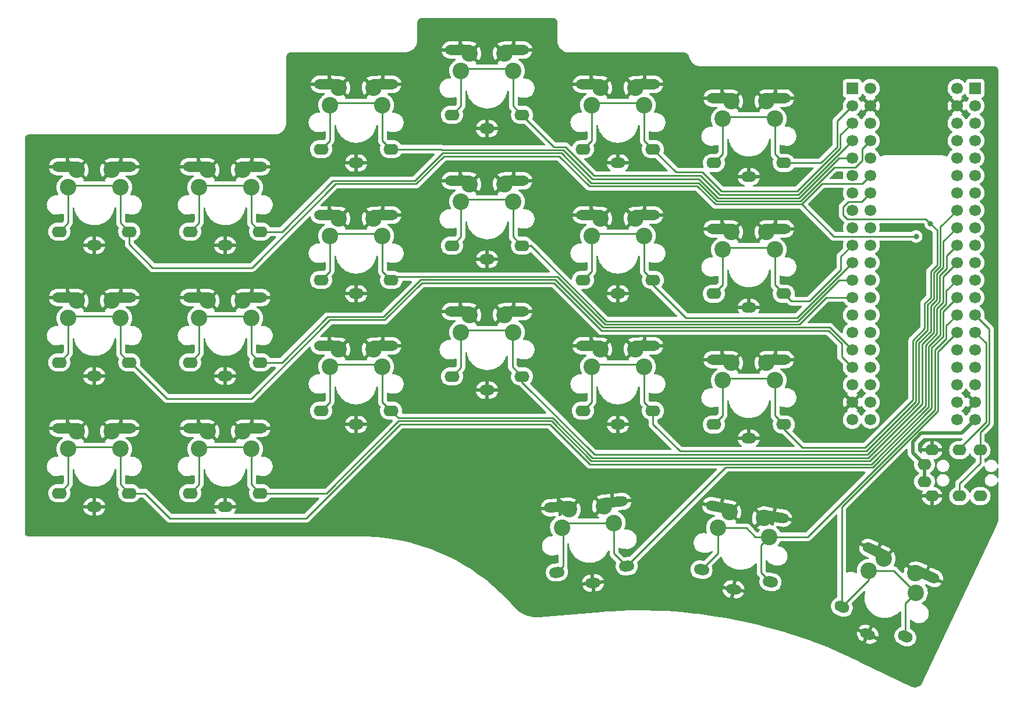
<source format=gtl>
G04 #@! TF.GenerationSoftware,KiCad,Pcbnew,(6.0.5-0)*
G04 #@! TF.CreationDate,2023-02-14T11:13:25-08:00*
G04 #@! TF.ProjectId,keyboard_pcb,6b657962-6f61-4726-945f-7063622e6b69,rev1.0*
G04 #@! TF.SameCoordinates,Original*
G04 #@! TF.FileFunction,Copper,L1,Top*
G04 #@! TF.FilePolarity,Positive*
%FSLAX46Y46*%
G04 Gerber Fmt 4.6, Leading zero omitted, Abs format (unit mm)*
G04 Created by KiCad (PCBNEW (6.0.5-0)) date 2023-02-14 11:13:25*
%MOMM*%
%LPD*%
G01*
G04 APERTURE LIST*
G04 Aperture macros list*
%AMHorizOval*
0 Thick line with rounded ends*
0 $1 width*
0 $2 $3 position (X,Y) of the first rounded end (center of the circle)*
0 $4 $5 position (X,Y) of the second rounded end (center of the circle)*
0 Add line between two ends*
20,1,$1,$2,$3,$4,$5,0*
0 Add two circle primitives to create the rounded ends*
1,1,$1,$2,$3*
1,1,$1,$4,$5*%
G04 Aperture macros list end*
G04 #@! TA.AperFunction,ComponentPad*
%ADD10O,2.200000X1.600000*%
G04 #@! TD*
G04 #@! TA.AperFunction,ComponentPad*
%ADD11C,2.400000*%
G04 #@! TD*
G04 #@! TA.AperFunction,ComponentPad*
%ADD12O,2.200000X1.500000*%
G04 #@! TD*
G04 #@! TA.AperFunction,ComponentPad*
%ADD13HorizOval,1.500000X1.449945X0.012653X-1.449945X-0.012653X0*%
G04 #@! TD*
G04 #@! TA.AperFunction,ComponentPad*
%ADD14HorizOval,1.500000X1.449945X-0.012653X-1.449945X0.012653X0*%
G04 #@! TD*
G04 #@! TA.AperFunction,ComponentPad*
%ADD15HorizOval,1.600000X0.298858X0.026147X-0.298858X-0.026147X0*%
G04 #@! TD*
G04 #@! TA.AperFunction,ComponentPad*
%ADD16HorizOval,1.500000X1.445530X0.113766X-1.445530X-0.113766X0*%
G04 #@! TD*
G04 #@! TA.AperFunction,ComponentPad*
%ADD17HorizOval,1.500000X0.348668X0.030505X-0.348668X-0.030505X0*%
G04 #@! TD*
G04 #@! TA.AperFunction,ComponentPad*
%ADD18HorizOval,1.500000X1.443324X0.138976X-1.443324X-0.138976X0*%
G04 #@! TD*
G04 #@! TA.AperFunction,ComponentPad*
%ADD19O,2.000000X1.600000*%
G04 #@! TD*
G04 #@! TA.AperFunction,ComponentPad*
%ADD20HorizOval,1.600000X0.271892X-0.126785X-0.271892X0.126785X0*%
G04 #@! TD*
G04 #@! TA.AperFunction,ComponentPad*
%ADD21HorizOval,1.500000X1.308749X-0.624241X-1.308749X0.624241X0*%
G04 #@! TD*
G04 #@! TA.AperFunction,ComponentPad*
%ADD22HorizOval,1.500000X0.317208X-0.147916X-0.317208X0.147916X0*%
G04 #@! TD*
G04 #@! TA.AperFunction,ComponentPad*
%ADD23HorizOval,1.500000X1.319444X-0.601305X-1.319444X0.601305X0*%
G04 #@! TD*
G04 #@! TA.AperFunction,ComponentPad*
%ADD24R,1.700000X1.700000*%
G04 #@! TD*
G04 #@! TA.AperFunction,ComponentPad*
%ADD25C,1.700000*%
G04 #@! TD*
G04 #@! TA.AperFunction,ComponentPad*
%ADD26HorizOval,1.600000X0.295442X-0.052094X-0.295442X0.052094X0*%
G04 #@! TD*
G04 #@! TA.AperFunction,ComponentPad*
%ADD27HorizOval,1.500000X1.425720X-0.264242X-1.425720X0.264242X0*%
G04 #@! TD*
G04 #@! TA.AperFunction,ComponentPad*
%ADD28HorizOval,1.500000X0.344683X-0.060777X-0.344683X0.060777X0*%
G04 #@! TD*
G04 #@! TA.AperFunction,ComponentPad*
%ADD29HorizOval,1.500000X1.430114X-0.239319X-1.430114X0.239319X0*%
G04 #@! TD*
G04 #@! TA.AperFunction,ViaPad*
%ADD30C,0.800000*%
G04 #@! TD*
G04 #@! TA.AperFunction,Conductor*
%ADD31C,0.500000*%
G04 #@! TD*
G04 #@! TA.AperFunction,Conductor*
%ADD32C,0.250000*%
G04 #@! TD*
G04 APERTURE END LIST*
D10*
X169100000Y-102000000D03*
D11*
X160190000Y-95560000D03*
X167810000Y-95560000D03*
D10*
X158900000Y-102000000D03*
D12*
X164000000Y-104000000D03*
D13*
X167900042Y-92559599D03*
D11*
X161460000Y-93020000D03*
X166540000Y-93020000D03*
D14*
X160099958Y-92559599D03*
D10*
X139850000Y-100000000D03*
D11*
X148760000Y-93560000D03*
D10*
X150050000Y-100000000D03*
D11*
X141140000Y-93560000D03*
D12*
X144950000Y-102000000D03*
D11*
X147490000Y-91020000D03*
D13*
X148850042Y-90559599D03*
D14*
X141049958Y-90559599D03*
D11*
X142410000Y-91020000D03*
D10*
X82700000Y-112000000D03*
D11*
X83990000Y-105560000D03*
X91610000Y-105560000D03*
D10*
X92900000Y-112000000D03*
D11*
X90340000Y-103020000D03*
X85260000Y-103020000D03*
D13*
X91700042Y-102559599D03*
D14*
X83899958Y-102559599D03*
D12*
X87800000Y-114000000D03*
D10*
X101750000Y-61900000D03*
D11*
X110660000Y-55460000D03*
D10*
X111950000Y-61900000D03*
D11*
X103040000Y-55460000D03*
D13*
X110750042Y-52459599D03*
D12*
X106850000Y-63900000D03*
D11*
X109390000Y-52920000D03*
D14*
X102949958Y-52459599D03*
D11*
X104310000Y-52920000D03*
X72560000Y-86510000D03*
D10*
X73850000Y-92950000D03*
X63650000Y-92950000D03*
D11*
X64940000Y-86510000D03*
D13*
X72650042Y-83509599D03*
D12*
X68750000Y-94950000D03*
D11*
X71290000Y-83970000D03*
X66210000Y-83970000D03*
D14*
X64849958Y-83509599D03*
D11*
X141140000Y-55460000D03*
D10*
X150050000Y-61900000D03*
D11*
X148760000Y-55460000D03*
D10*
X139850000Y-61900000D03*
D11*
X142410000Y-52920000D03*
D14*
X141049958Y-52459599D03*
D12*
X144950000Y-63900000D03*
D11*
X147490000Y-52920000D03*
D13*
X148850042Y-52459599D03*
D10*
X111950000Y-80950000D03*
D11*
X103040000Y-74510000D03*
X110660000Y-74510000D03*
D10*
X101750000Y-80950000D03*
D14*
X102949958Y-71509599D03*
D12*
X106850000Y-82950000D03*
D11*
X109390000Y-71970000D03*
X104310000Y-71970000D03*
D13*
X110750042Y-71509599D03*
D15*
X136059314Y-123529654D03*
X146220500Y-122640665D03*
D11*
X136783123Y-117001729D03*
X144374126Y-116337602D03*
X142887583Y-113917955D03*
D16*
X136431921Y-114020593D03*
D17*
X141314219Y-125077549D03*
D11*
X137826914Y-114360707D03*
D18*
X144202323Y-113340771D03*
D10*
X82700000Y-73900000D03*
X92900000Y-73900000D03*
D11*
X91610000Y-67460000D03*
X83990000Y-67460000D03*
D13*
X91700042Y-64459599D03*
D14*
X83899958Y-64459599D03*
D12*
X87800000Y-75900000D03*
D11*
X90340000Y-64920000D03*
X85260000Y-64920000D03*
X148760000Y-74510000D03*
X141140000Y-74510000D03*
D10*
X139850000Y-80950000D03*
X150050000Y-80950000D03*
D14*
X141049958Y-71509599D03*
D11*
X147490000Y-71970000D03*
D12*
X144950000Y-82950000D03*
D11*
X142410000Y-71970000D03*
D13*
X148850042Y-71509599D03*
D11*
X129710000Y-88560000D03*
D10*
X131000000Y-95000000D03*
D11*
X122090000Y-88560000D03*
D10*
X120800000Y-95000000D03*
D13*
X129800042Y-85559599D03*
D11*
X128440000Y-86020000D03*
X123360000Y-86020000D03*
D14*
X121999958Y-85559599D03*
D12*
X125900000Y-97000000D03*
D11*
X122090000Y-50460000D03*
D10*
X131000000Y-56900000D03*
X120800000Y-56900000D03*
D11*
X129710000Y-50460000D03*
D14*
X121999958Y-47459599D03*
D11*
X123360000Y-47920000D03*
X128440000Y-47920000D03*
D12*
X125900000Y-58900000D03*
D13*
X129800042Y-47459599D03*
D11*
X110660000Y-93560000D03*
X103040000Y-93560000D03*
D10*
X111950000Y-100000000D03*
X101750000Y-100000000D03*
D14*
X102949958Y-90559599D03*
D11*
X109390000Y-91020000D03*
X104310000Y-91020000D03*
D12*
X106850000Y-102000000D03*
D13*
X110750042Y-90559599D03*
D19*
X189560000Y-107820000D03*
X189560000Y-110320000D03*
X190660000Y-112420000D03*
X190660000Y-105720000D03*
X197660000Y-112420000D03*
X194660000Y-105720000D03*
X197660000Y-105720000D03*
X194660000Y-112420000D03*
D11*
X160190000Y-76510000D03*
D10*
X158900000Y-82950000D03*
X169100000Y-82950000D03*
D11*
X167810000Y-76510000D03*
D14*
X160099958Y-73509599D03*
D11*
X166540000Y-73970000D03*
D13*
X167900042Y-73509599D03*
D12*
X164000000Y-84950000D03*
D11*
X161460000Y-73970000D03*
X181420418Y-123287803D03*
D20*
X186773958Y-132889954D03*
D11*
X188326483Y-126508154D03*
D20*
X177529619Y-128579247D03*
D21*
X182606836Y-120530462D03*
D22*
X181306552Y-132547216D03*
D23*
X189676113Y-123826920D03*
D11*
X183644879Y-121522506D03*
X188248923Y-123669407D03*
D10*
X92900000Y-92950000D03*
D11*
X83990000Y-86510000D03*
X91610000Y-86510000D03*
D10*
X82700000Y-92950000D03*
D12*
X87800000Y-94950000D03*
D11*
X85260000Y-83970000D03*
D13*
X91700042Y-83509599D03*
D11*
X90340000Y-83970000D03*
D14*
X83899958Y-83509599D03*
D24*
X179035000Y-53020000D03*
X196935000Y-53000000D03*
D25*
X179035000Y-55560000D03*
X196935000Y-55540000D03*
X196935000Y-58080000D03*
X179035000Y-58100000D03*
X196935000Y-60620000D03*
X179035000Y-60640000D03*
X196935000Y-63160000D03*
X179035000Y-63180000D03*
X196935000Y-65700000D03*
X179035000Y-65720000D03*
X179035000Y-68260000D03*
X196935000Y-68240000D03*
X179035000Y-70800000D03*
X196935000Y-70780000D03*
X196935000Y-73320000D03*
X179035000Y-73340000D03*
X196935000Y-75860000D03*
X179035000Y-75880000D03*
X179035000Y-78420000D03*
X196935000Y-78400000D03*
X196935000Y-80940000D03*
X179035000Y-80960000D03*
X196935000Y-83480000D03*
X179035000Y-83500000D03*
X196935000Y-86020000D03*
X179035000Y-86040000D03*
X179035000Y-88580000D03*
X196935000Y-88560000D03*
X179035000Y-91120000D03*
X196935000Y-91100000D03*
X196935000Y-93640000D03*
X179035000Y-93660000D03*
X196935000Y-96180000D03*
X179035000Y-96200000D03*
X196935000Y-98720000D03*
X179035000Y-98740000D03*
X179035000Y-101280000D03*
X196935000Y-101260000D03*
X194275000Y-101280000D03*
X181695000Y-101260000D03*
X194275000Y-98740000D03*
X181695000Y-98720000D03*
X181695000Y-96180000D03*
X194275000Y-96200000D03*
X181695000Y-93640000D03*
X194275000Y-93660000D03*
X194275000Y-91120000D03*
X181695000Y-91100000D03*
X181695000Y-88560000D03*
X194275000Y-88580000D03*
X181695000Y-86020000D03*
X194275000Y-86040000D03*
X194275000Y-83500000D03*
X181695000Y-83480000D03*
X194275000Y-80960000D03*
X181695000Y-80940000D03*
X181695000Y-78400000D03*
X194275000Y-78420000D03*
X181695000Y-75860000D03*
X194275000Y-75880000D03*
X194275000Y-73340000D03*
X181695000Y-73320000D03*
X194275000Y-70800000D03*
X181695000Y-70780000D03*
X181695000Y-68240000D03*
X194275000Y-68260000D03*
X194275000Y-65720000D03*
X181695000Y-65700000D03*
X181695000Y-63160000D03*
X194275000Y-63180000D03*
X194275000Y-60640000D03*
X181695000Y-60620000D03*
X181695000Y-58080000D03*
X194275000Y-58100000D03*
X181695000Y-55540000D03*
X194275000Y-55560000D03*
X181695000Y-53000000D03*
X194275000Y-53020000D03*
D11*
X160190000Y-57460000D03*
X167810000Y-57460000D03*
D10*
X158900000Y-63900000D03*
X169100000Y-63900000D03*
D11*
X166540000Y-54920000D03*
X161460000Y-54920000D03*
D13*
X167900042Y-54459599D03*
D14*
X160099958Y-54459599D03*
D12*
X164000000Y-65900000D03*
D10*
X63650000Y-112000000D03*
D11*
X72560000Y-105560000D03*
X64940000Y-105560000D03*
D10*
X73850000Y-112000000D03*
D11*
X66210000Y-103020000D03*
D12*
X68750000Y-114000000D03*
D14*
X64849958Y-102559599D03*
D13*
X72650042Y-102559599D03*
D11*
X71290000Y-103020000D03*
X129710000Y-69510000D03*
D10*
X120800000Y-75950000D03*
D11*
X122090000Y-69510000D03*
D10*
X131000000Y-75950000D03*
D12*
X125900000Y-77950000D03*
D11*
X128440000Y-66970000D03*
D13*
X129800042Y-66509599D03*
D11*
X123360000Y-66970000D03*
D14*
X121999958Y-66509599D03*
D11*
X64940000Y-67460000D03*
X72560000Y-67460000D03*
D10*
X73850000Y-73900000D03*
X63650000Y-73900000D03*
D11*
X66210000Y-64920000D03*
D12*
X68750000Y-75900000D03*
D11*
X71290000Y-64920000D03*
D13*
X72650042Y-64459599D03*
D14*
X64849958Y-64459599D03*
D26*
X167145292Y-124926356D03*
X157100253Y-123155145D03*
D11*
X159488949Y-117036989D03*
X166993184Y-118360188D03*
X161180721Y-114756110D03*
X166183544Y-115638243D03*
D27*
X159921289Y-114066535D03*
D28*
X161775476Y-126010366D03*
D29*
X167602872Y-115421006D03*
D30*
X176590000Y-65730000D03*
X176580000Y-86100000D03*
X176580000Y-70780000D03*
X188350000Y-74600000D03*
X190450000Y-72750000D03*
D31*
X189560000Y-107820000D02*
X189560000Y-110320000D01*
X187830000Y-106090000D02*
X187830000Y-104500000D01*
X187830000Y-104500000D02*
X189080000Y-103250000D01*
X189080000Y-103250000D02*
X194945000Y-103250000D01*
X194945000Y-103250000D02*
X196935000Y-101260000D01*
X189560000Y-107820000D02*
X187830000Y-106090000D01*
D32*
X198980000Y-101850000D02*
X197660000Y-103170000D01*
X194660000Y-110620000D02*
X194660000Y-112420000D01*
X197660000Y-103170000D02*
X197660000Y-105720000D01*
X197660000Y-107620000D02*
X197660000Y-105720000D01*
X196935000Y-86020000D02*
X198980000Y-88065000D01*
X198980000Y-88065000D02*
X198980000Y-101850000D01*
X197660000Y-107620000D02*
X194660000Y-110620000D01*
X198530489Y-101649511D02*
X194660000Y-105520000D01*
X196935000Y-88560000D02*
X198530489Y-90155489D01*
X198530489Y-90155489D02*
X198530489Y-101649511D01*
X156495943Y-67267379D02*
X140767379Y-67267379D01*
X119622396Y-62899040D02*
X115571915Y-66949520D01*
X136399040Y-62899040D02*
X119622396Y-62899040D01*
X171683112Y-69899040D02*
X159127604Y-69899040D01*
X140767379Y-67267379D02*
X136399040Y-62899040D01*
X91650000Y-79150000D02*
X77250000Y-79150000D01*
X103850480Y-66949520D02*
X91650000Y-79150000D01*
X115571915Y-66949520D02*
X103850480Y-66949520D01*
X72560000Y-72610000D02*
X73850000Y-73900000D01*
X181695000Y-65700000D02*
X180500489Y-66894511D01*
X72560000Y-67460000D02*
X72560000Y-72610000D01*
X77250000Y-79150000D02*
X73850000Y-75750000D01*
X174687642Y-66894511D02*
X171683112Y-69899040D01*
X171683112Y-69899040D02*
X176384072Y-74600000D01*
X159127604Y-69899040D02*
X156495943Y-67267379D01*
X65224521Y-67175479D02*
X72275479Y-67175479D01*
X73850000Y-75750000D02*
X73850000Y-73900000D01*
X176384072Y-74600000D02*
X188350000Y-74600000D01*
X63650000Y-73900000D02*
X64940000Y-72610000D01*
X64940000Y-72610000D02*
X64940000Y-67460000D01*
X180500489Y-66894511D02*
X174687642Y-66894511D01*
X84274521Y-67175479D02*
X91325479Y-67175479D01*
X136699520Y-62449520D02*
X141067859Y-66817859D01*
X159313803Y-69449520D02*
X171496915Y-69449520D01*
X92900000Y-73900000D02*
X96050000Y-73900000D01*
X83990000Y-67460000D02*
X83990000Y-72610000D01*
X119436198Y-62449520D02*
X136699520Y-62449520D01*
X91610000Y-72610000D02*
X91610000Y-67460000D01*
X92900000Y-73900000D02*
X91610000Y-72610000D01*
X180500000Y-63566988D02*
X180500000Y-61815000D01*
X179521499Y-64545489D02*
X180500000Y-63566988D01*
X103450000Y-66500000D02*
X115385718Y-66500000D01*
X115385718Y-66500000D02*
X119436198Y-62449520D01*
X96050000Y-73900000D02*
X103450000Y-66500000D01*
X156682141Y-66817859D02*
X159313803Y-69449520D01*
X176400947Y-64545489D02*
X179521499Y-64545489D01*
X180500000Y-61815000D02*
X181695000Y-60620000D01*
X83990000Y-72610000D02*
X82700000Y-73900000D01*
X171496915Y-69449520D02*
X176400947Y-64545489D01*
X141067859Y-66817859D02*
X156682141Y-66817859D01*
X103040000Y-55460000D02*
X103040000Y-60610000D01*
X119230000Y-61900000D02*
X119330000Y-62000000D01*
X141250000Y-66250000D02*
X137000000Y-62000000D01*
X119330000Y-62000000D02*
X137000000Y-62000000D01*
X159500000Y-69000000D02*
X156750000Y-66250000D01*
X103040000Y-60610000D02*
X101750000Y-61900000D01*
X156750000Y-66250000D02*
X141250000Y-66250000D01*
X111950000Y-61900000D02*
X110660000Y-60610000D01*
X110660000Y-60610000D02*
X110660000Y-55460000D01*
X177130718Y-63180000D02*
X171310718Y-69000000D01*
X110375479Y-55175479D02*
X103324521Y-55175479D01*
X111950000Y-61900000D02*
X119230000Y-61900000D01*
X179035000Y-63180000D02*
X177130718Y-63180000D01*
X171310718Y-69000000D02*
X159500000Y-69000000D01*
X129710000Y-50460000D02*
X129710000Y-55610000D01*
X122090000Y-55610000D02*
X122090000Y-50460000D01*
X135650000Y-61550000D02*
X131000000Y-56900000D01*
X141500000Y-65750000D02*
X137300000Y-61550000D01*
X120800000Y-56900000D02*
X122090000Y-55610000D01*
X122374521Y-50175479D02*
X129425479Y-50175479D01*
X129710000Y-55610000D02*
X131000000Y-56900000D01*
X137300000Y-61550000D02*
X135650000Y-61550000D01*
X157000000Y-65750000D02*
X141500000Y-65750000D01*
X179035000Y-60640000D02*
X171175000Y-68500000D01*
X171175000Y-68500000D02*
X159750000Y-68500000D01*
X159750000Y-68500000D02*
X157000000Y-65750000D01*
X177300000Y-61739282D02*
X171039282Y-68000000D01*
X157250000Y-65250000D02*
X153400000Y-65250000D01*
X141140000Y-55460000D02*
X141140000Y-60610000D01*
X148475479Y-55175479D02*
X141424521Y-55175479D01*
X148760000Y-60610000D02*
X148760000Y-55460000D01*
X153400000Y-65250000D02*
X150050000Y-61900000D01*
X141140000Y-60610000D02*
X139850000Y-61900000D01*
X177300000Y-59835000D02*
X177300000Y-61739282D01*
X171039282Y-68000000D02*
X160000000Y-68000000D01*
X160000000Y-68000000D02*
X157250000Y-65250000D01*
X179035000Y-58100000D02*
X177300000Y-59835000D01*
X150050000Y-61900000D02*
X148760000Y-60610000D01*
X167810000Y-62610000D02*
X167810000Y-57460000D01*
X174503564Y-63900000D02*
X169300960Y-63900000D01*
X176850480Y-61553084D02*
X174503564Y-63900000D01*
X169100000Y-63900000D02*
X167810000Y-62610000D01*
X176850480Y-57744520D02*
X176850480Y-61553084D01*
X160190000Y-57460000D02*
X160190000Y-62610000D01*
X160190000Y-62610000D02*
X158900000Y-63900000D01*
X179035000Y-55560000D02*
X176850480Y-57744520D01*
X167525479Y-57175479D02*
X160474521Y-57175479D01*
X175608793Y-88329511D02*
X177500000Y-90220718D01*
X74000000Y-92900000D02*
X79310000Y-98210000D01*
X64940000Y-86510000D02*
X64940000Y-91660000D01*
X116412414Y-81359022D02*
X135613318Y-81359022D01*
X111090718Y-86680718D02*
X116412414Y-81359022D01*
X177500000Y-92125000D02*
X179035000Y-93660000D01*
X64940000Y-91660000D02*
X63650000Y-92950000D01*
X79310000Y-98210000D02*
X91620000Y-98210000D01*
X73850000Y-92950000D02*
X72560000Y-91660000D01*
X103070489Y-86759511D02*
X111011925Y-86759511D01*
X177500000Y-90220718D02*
X177500000Y-92125000D01*
X111011925Y-86759511D02*
X111081436Y-86690000D01*
X91620000Y-98210000D02*
X103070489Y-86759511D01*
X135613318Y-81359022D02*
X142583807Y-88329511D01*
X65224521Y-86225479D02*
X72275479Y-86225479D01*
X72560000Y-91660000D02*
X72560000Y-86510000D01*
X142583807Y-88329511D02*
X175608793Y-88329511D01*
X135799511Y-80909511D02*
X142750000Y-87860000D01*
X102690000Y-86310000D02*
X110825718Y-86310000D01*
X110825718Y-86310000D02*
X116226207Y-80909511D01*
X175775000Y-87860000D02*
X179035000Y-91120000D01*
X116226207Y-80909511D02*
X135799511Y-80909511D01*
X142750000Y-87860000D02*
X175775000Y-87860000D01*
X83990000Y-91660000D02*
X83990000Y-86510000D01*
X96050000Y-92950000D02*
X102690000Y-86310000D01*
X91610000Y-86510000D02*
X91610000Y-91660000D01*
X84274521Y-86225479D02*
X91325479Y-86225479D01*
X91610000Y-91660000D02*
X92900000Y-92950000D01*
X92900000Y-92950000D02*
X96050000Y-92950000D01*
X82700000Y-92950000D02*
X83990000Y-91660000D01*
X103324521Y-74225479D02*
X110375479Y-74225479D01*
X103040000Y-79660000D02*
X103040000Y-74510000D01*
X111950000Y-80950000D02*
X110660000Y-79660000D01*
X175226436Y-83500000D02*
X179035000Y-83500000D01*
X171326926Y-87399510D02*
X175226436Y-83500000D01*
X101750000Y-80950000D02*
X103040000Y-79660000D01*
X112440000Y-80460000D02*
X136130000Y-80460000D01*
X136134296Y-80460000D02*
X143073806Y-87399510D01*
X110660000Y-79660000D02*
X110660000Y-74510000D01*
X143073806Y-87399510D02*
X171326926Y-87399510D01*
X171140718Y-86950000D02*
X143260000Y-86950000D01*
X122090000Y-74660000D02*
X120800000Y-75950000D01*
X132160000Y-75950000D02*
X132210000Y-75900000D01*
X179035000Y-80960000D02*
X177130718Y-80960000D01*
X177130718Y-80960000D02*
X171140718Y-86950000D01*
X131000000Y-75950000D02*
X132160000Y-75950000D01*
X129710000Y-74660000D02*
X129710000Y-69510000D01*
X122090000Y-69510000D02*
X122090000Y-74660000D01*
X143260000Y-86950000D02*
X132210000Y-75900000D01*
X129425479Y-69225479D02*
X122374521Y-69225479D01*
X131000000Y-75950000D02*
X129710000Y-74660000D01*
X154850000Y-86470000D02*
X150050000Y-81670000D01*
X170985000Y-86470000D02*
X154850000Y-86470000D01*
X148475479Y-74225479D02*
X141424521Y-74225479D01*
X150050000Y-80950000D02*
X148760000Y-79660000D01*
X179035000Y-78420000D02*
X170985000Y-86470000D01*
X141140000Y-74510000D02*
X141140000Y-79660000D01*
X150050000Y-81670000D02*
X150050000Y-80950000D01*
X141140000Y-79660000D02*
X139850000Y-80950000D01*
X148760000Y-79660000D02*
X148760000Y-74510000D01*
X169100000Y-82950000D02*
X170170000Y-84020000D01*
X158900000Y-82950000D02*
X160190000Y-81660000D01*
X160190000Y-81660000D02*
X160190000Y-76510000D01*
X172884641Y-83934641D02*
X177400000Y-79419282D01*
X170170000Y-84020000D02*
X172799282Y-84020000D01*
X167810000Y-81660000D02*
X169100000Y-82950000D01*
X167810000Y-76510000D02*
X167810000Y-81660000D01*
X172799282Y-84020000D02*
X172884641Y-83934641D01*
X177400000Y-77515000D02*
X177400000Y-79419282D01*
X179035000Y-75880000D02*
X177400000Y-77515000D01*
X160474521Y-76225479D02*
X167525479Y-76225479D01*
X191810601Y-88963802D02*
X190151440Y-90622963D01*
X72275479Y-105275479D02*
X65224521Y-105275479D01*
X190151440Y-99441406D02*
X181822846Y-107770000D01*
X192700000Y-82535000D02*
X192700000Y-84400000D01*
X140884282Y-107770000D02*
X135063802Y-101949520D01*
X72560000Y-110710000D02*
X72560000Y-105560000D01*
X135063802Y-101949520D02*
X113250480Y-101949520D01*
X64940000Y-110710000D02*
X63650000Y-112000000D01*
X192700000Y-84400000D02*
X191810601Y-85289399D01*
X181822846Y-107770000D02*
X140884282Y-107770000D01*
X99540000Y-115660000D02*
X79760000Y-115660000D01*
X113250480Y-101949520D02*
X99540000Y-115660000D01*
X64940000Y-105560000D02*
X64940000Y-110710000D01*
X190151440Y-90622963D02*
X190151440Y-99441406D01*
X194275000Y-80960000D02*
X192700000Y-82535000D01*
X73850000Y-112000000D02*
X72560000Y-110710000D01*
X191810601Y-85289399D02*
X191810601Y-88963802D01*
X79760000Y-115660000D02*
X76100000Y-112000000D01*
X76100000Y-112000000D02*
X73850000Y-112000000D01*
X191361081Y-85103202D02*
X192250480Y-84213802D01*
X192250480Y-80444520D02*
X194275000Y-78420000D01*
X189701920Y-90436765D02*
X191361081Y-88777604D01*
X189701920Y-99255208D02*
X189701920Y-90436765D01*
X83990000Y-105560000D02*
X83990000Y-110710000D01*
X141070000Y-107320000D02*
X181637128Y-107320000D01*
X181637128Y-107320000D02*
X189701920Y-99255208D01*
X92900000Y-112000000D02*
X91610000Y-110710000D01*
X191361081Y-88777604D02*
X191361081Y-85103202D01*
X91610000Y-110710000D02*
X91610000Y-105560000D01*
X113064296Y-101500000D02*
X135250000Y-101500000D01*
X92900000Y-112000000D02*
X102564296Y-112000000D01*
X135250000Y-101500000D02*
X141070000Y-107320000D01*
X91325479Y-105275479D02*
X84274521Y-105275479D01*
X192250480Y-84213802D02*
X192250480Y-80444520D01*
X102564296Y-112000000D02*
X113064296Y-101500000D01*
X83990000Y-110710000D02*
X82700000Y-112000000D01*
X103040000Y-93560000D02*
X103040000Y-98710000D01*
X189250000Y-99000000D02*
X181390000Y-106860000D01*
X189250000Y-90252967D02*
X189250000Y-99000000D01*
X110660000Y-98710000D02*
X110660000Y-93560000D01*
X135436197Y-101050480D02*
X113000480Y-101050480D01*
X194275000Y-75880000D02*
X192754641Y-77400359D01*
X111950000Y-100000000D02*
X110660000Y-98710000D01*
X191800960Y-84027605D02*
X190911562Y-84917003D01*
X190911561Y-88591406D02*
X189250000Y-90252967D01*
X103040000Y-98710000D02*
X101750000Y-100000000D01*
X110375479Y-93275479D02*
X103324521Y-93275479D01*
X113000480Y-101050480D02*
X111950000Y-100000000D01*
X191800960Y-80258323D02*
X191800960Y-84027605D01*
X181390000Y-106860000D02*
X141245717Y-106860000D01*
X192754641Y-77400359D02*
X192754641Y-79304641D01*
X192754641Y-79304641D02*
X191800960Y-80258323D01*
X141245717Y-106860000D02*
X135436197Y-101050480D01*
X190911562Y-84917003D02*
X190911561Y-88591406D01*
X190462042Y-84730806D02*
X190462042Y-88405207D01*
X192305121Y-75309879D02*
X192305121Y-79118444D01*
X188750000Y-98864282D02*
X181254282Y-106360000D01*
X129580000Y-93580000D02*
X131000000Y-95000000D01*
X190462042Y-88405207D02*
X188750000Y-90117249D01*
X122250000Y-88250000D02*
X129400000Y-88250000D01*
X122090000Y-88560000D02*
X122090000Y-93710000D01*
X181254282Y-106360000D02*
X141520000Y-106360000D01*
X188750000Y-90117249D02*
X188750000Y-98864282D01*
X192305121Y-79118444D02*
X191351440Y-80072126D01*
X194275000Y-73340000D02*
X192305121Y-75309879D01*
X141520000Y-106360000D02*
X131000000Y-95840000D01*
X191351440Y-80072126D02*
X191351440Y-83841407D01*
X122090000Y-93710000D02*
X120800000Y-95000000D01*
X131000000Y-95840000D02*
X131000000Y-95000000D01*
X129580000Y-88550000D02*
X129580000Y-93580000D01*
X191351440Y-83841407D02*
X190462042Y-84730806D01*
X148760000Y-98710000D02*
X148760000Y-93560000D01*
X141140000Y-98710000D02*
X139850000Y-100000000D01*
X190012522Y-88219009D02*
X188300480Y-89931052D01*
X181078564Y-105900000D02*
X154000000Y-105900000D01*
X191855601Y-78932247D02*
X190901921Y-79885927D01*
X190901921Y-79885927D02*
X190901920Y-83655210D01*
X188300480Y-89931052D02*
X188300480Y-98678084D01*
X154000000Y-105900000D02*
X150050000Y-101950000D01*
X150050000Y-101950000D02*
X150050000Y-100000000D01*
X190901920Y-83655210D02*
X190012523Y-84544607D01*
X150050000Y-100000000D02*
X148760000Y-98710000D01*
X191855601Y-73219399D02*
X191855601Y-78932247D01*
X188300480Y-98678084D02*
X181078564Y-105900000D01*
X141424521Y-93275479D02*
X148475479Y-93275479D01*
X194275000Y-70800000D02*
X191855601Y-73219399D01*
X190012523Y-84544607D02*
X190012522Y-88219009D01*
X141140000Y-93560000D02*
X141140000Y-98710000D01*
X171810000Y-105340000D02*
X180910000Y-105340000D01*
X191406081Y-78746049D02*
X191406081Y-73706081D01*
X178473012Y-69510000D02*
X180425000Y-69510000D01*
X177720000Y-70263012D02*
X178473012Y-69510000D01*
X167810000Y-100710000D02*
X169100000Y-102000000D01*
X189563003Y-84358410D02*
X190452401Y-83469011D01*
X190452401Y-79699730D02*
X191406081Y-78746049D01*
X160190000Y-95560000D02*
X160190000Y-100710000D01*
X187850960Y-89744855D02*
X189563002Y-88032811D01*
X189760000Y-72060000D02*
X178330000Y-72060000D01*
X190452401Y-83469011D02*
X190452401Y-79699730D01*
X169100000Y-102630000D02*
X171810000Y-105340000D01*
X189563002Y-88032811D02*
X189563003Y-84358410D01*
X180425000Y-69510000D02*
X181695000Y-68240000D01*
X160474521Y-95275479D02*
X167525479Y-95275479D01*
X160190000Y-100710000D02*
X158900000Y-102000000D01*
X191406081Y-73706081D02*
X190450000Y-72750000D01*
X180910000Y-105340000D02*
X187850960Y-98399040D01*
X177720000Y-71450000D02*
X177720000Y-70263012D01*
X187850960Y-98399040D02*
X187850960Y-89744855D01*
X190450000Y-72750000D02*
X189760000Y-72060000D01*
X178330000Y-72060000D02*
X177720000Y-71450000D01*
X167810000Y-95560000D02*
X167810000Y-100710000D01*
X144374126Y-120794291D02*
X144374126Y-116337602D01*
X144374126Y-116337602D02*
X137447250Y-116337602D01*
X146220500Y-122640665D02*
X160631165Y-108230000D01*
X192260121Y-85514879D02*
X194275000Y-83500000D01*
X190600960Y-90809161D02*
X192260121Y-89150000D01*
X190600960Y-99627604D02*
X190600960Y-90809161D01*
X160631165Y-108230000D02*
X181998564Y-108230000D01*
X192260121Y-89150000D02*
X192260121Y-85514879D01*
X136963852Y-122625116D02*
X136059314Y-123529654D01*
X181998564Y-108230000D02*
X190600960Y-99627604D01*
X146220500Y-122640665D02*
X144374126Y-120794291D01*
X136963852Y-117182458D02*
X136963852Y-122625116D01*
X192709641Y-89509641D02*
X192709641Y-87605359D01*
X159488949Y-117036989D02*
X163631466Y-117036989D01*
X166993184Y-118360188D02*
X172504094Y-118360188D01*
X163631466Y-117036989D02*
X164954665Y-118360188D01*
X191050480Y-91168803D02*
X192709641Y-89509641D01*
X159488949Y-117036989D02*
X159488949Y-120766449D01*
X164954665Y-118360188D02*
X166993184Y-118360188D01*
X191050480Y-99813802D02*
X191050480Y-91168803D01*
X166993184Y-118360188D02*
X165793184Y-119560188D01*
X159488949Y-120766449D02*
X157100253Y-123155145D01*
X192709641Y-87605359D02*
X194275000Y-86040000D01*
X165793184Y-123574248D02*
X167145292Y-124926356D01*
X165793184Y-119560188D02*
X165793184Y-123574248D01*
X172504094Y-118360188D02*
X191050480Y-99813802D01*
X181420418Y-124688448D02*
X181420418Y-123287803D01*
X194275000Y-88580000D02*
X191500000Y-91355000D01*
X191500000Y-100000000D02*
X177529619Y-113970381D01*
X177529619Y-128579247D02*
X181420418Y-124688448D01*
X177529619Y-113970381D02*
X177529619Y-128579247D01*
X181420418Y-123287803D02*
X185106132Y-123287803D01*
X185106132Y-123287803D02*
X188326483Y-126508154D01*
X186773958Y-128060679D02*
X186773958Y-132889954D01*
X188326483Y-126508154D02*
X186773958Y-128060679D01*
X191500000Y-91355000D02*
X191500000Y-100000000D01*
G04 #@! TA.AperFunction,Conductor*
G36*
X135400018Y-42753448D02*
G01*
X135414852Y-42755758D01*
X135414855Y-42755758D01*
X135423724Y-42757139D01*
X135433659Y-42755840D01*
X135434746Y-42755698D01*
X135463431Y-42755241D01*
X135559687Y-42764721D01*
X135583908Y-42769538D01*
X135640324Y-42786652D01*
X135696738Y-42803766D01*
X135719557Y-42813218D01*
X135823539Y-42868797D01*
X135844076Y-42882519D01*
X135935217Y-42957316D01*
X135952684Y-42974783D01*
X136027481Y-43065924D01*
X136041203Y-43086461D01*
X136096782Y-43190443D01*
X136106234Y-43213263D01*
X136140460Y-43326089D01*
X136145279Y-43350314D01*
X136148690Y-43384943D01*
X136154094Y-43439812D01*
X136153640Y-43455869D01*
X136154352Y-43455878D01*
X136154242Y-43464852D01*
X136152861Y-43473724D01*
X136154025Y-43482626D01*
X136154025Y-43482628D01*
X136156988Y-43505283D01*
X136158052Y-43521621D01*
X136158052Y-46016750D01*
X136156306Y-46037655D01*
X136152976Y-46057448D01*
X136152823Y-46070000D01*
X136153512Y-46074807D01*
X136153512Y-46074813D01*
X136153832Y-46077044D01*
X136154784Y-46085902D01*
X136170813Y-46309272D01*
X136171502Y-46318878D01*
X136224717Y-46562656D01*
X136312195Y-46796337D01*
X136342648Y-46851885D01*
X136379369Y-46918865D01*
X136432145Y-47015132D01*
X136582107Y-47214557D01*
X136759009Y-47390526D01*
X136959225Y-47539432D01*
X137178651Y-47658223D01*
X137412792Y-47744465D01*
X137417188Y-47745400D01*
X137417194Y-47745402D01*
X137568177Y-47777525D01*
X137656847Y-47796390D01*
X137815786Y-47806952D01*
X137871363Y-47810645D01*
X137883251Y-47812005D01*
X137888460Y-47812853D01*
X137888469Y-47812854D01*
X137893268Y-47813635D01*
X137898128Y-47813669D01*
X137898132Y-47813669D01*
X137899732Y-47813680D01*
X137905820Y-47813722D01*
X137931747Y-47809869D01*
X137950268Y-47808500D01*
X154540633Y-47808500D01*
X154560018Y-47810000D01*
X154574851Y-47812310D01*
X154574855Y-47812310D01*
X154583724Y-47813691D01*
X154594881Y-47812232D01*
X154623451Y-47811763D01*
X154672715Y-47816569D01*
X154718572Y-47821043D01*
X154742579Y-47825773D01*
X154804979Y-47844513D01*
X154854524Y-47859393D01*
X154877161Y-47868671D01*
X154980502Y-47923297D01*
X155000916Y-47936773D01*
X155091757Y-48010346D01*
X155109178Y-48027511D01*
X155139142Y-48063409D01*
X155184081Y-48117248D01*
X155197862Y-48137466D01*
X155254011Y-48239991D01*
X155263623Y-48262487D01*
X155287204Y-48336988D01*
X155288106Y-48339838D01*
X155292059Y-48359507D01*
X155292450Y-48359441D01*
X155294543Y-48371818D01*
X155295967Y-48376089D01*
X155296214Y-48380586D01*
X155299201Y-48389048D01*
X155299976Y-48391244D01*
X155303266Y-48402102D01*
X155355260Y-48606367D01*
X155446978Y-48830541D01*
X155568894Y-49039831D01*
X155718653Y-49230194D01*
X155721810Y-49233225D01*
X155721815Y-49233231D01*
X155802817Y-49311010D01*
X155893362Y-49397953D01*
X156089644Y-49539865D01*
X156221345Y-49609586D01*
X156299837Y-49651140D01*
X156299840Y-49651141D01*
X156303708Y-49653189D01*
X156395592Y-49686498D01*
X156527300Y-49734244D01*
X156527302Y-49734245D01*
X156531419Y-49735737D01*
X156535703Y-49736644D01*
X156535706Y-49736645D01*
X156704816Y-49772453D01*
X156768375Y-49785912D01*
X156772741Y-49786216D01*
X156772747Y-49786217D01*
X156974040Y-49800240D01*
X156986186Y-49801681D01*
X156997448Y-49803576D01*
X157003991Y-49803656D01*
X157005140Y-49803670D01*
X157005143Y-49803670D01*
X157010000Y-49803729D01*
X157037624Y-49799773D01*
X157055486Y-49798500D01*
X199533135Y-49798500D01*
X199547589Y-49799332D01*
X199584011Y-49803538D01*
X199594534Y-49801737D01*
X199623551Y-49800170D01*
X199724968Y-49806430D01*
X199750074Y-49810554D01*
X199868198Y-49842476D01*
X199891966Y-49851561D01*
X200001264Y-49906562D01*
X200022720Y-49920235D01*
X200118739Y-49996071D01*
X200137013Y-50013778D01*
X200215842Y-50107365D01*
X200230185Y-50128380D01*
X200288602Y-50235890D01*
X200298431Y-50259360D01*
X200334058Y-50376418D01*
X200338970Y-50401379D01*
X200344448Y-50460000D01*
X200347785Y-50495714D01*
X200347228Y-50511778D01*
X200348008Y-50511794D01*
X200347827Y-50520767D01*
X200346375Y-50529626D01*
X200349690Y-50556648D01*
X200350563Y-50563768D01*
X200351500Y-50579109D01*
X200351500Y-107645133D01*
X200331498Y-107713254D01*
X200277842Y-107759747D01*
X200207568Y-107769851D01*
X200142988Y-107740357D01*
X200110393Y-107696382D01*
X200053803Y-107569278D01*
X200053802Y-107569276D01*
X200051118Y-107563248D01*
X200040248Y-107548286D01*
X199981120Y-107466904D01*
X199938866Y-107408747D01*
X199796944Y-107280960D01*
X199631556Y-107185473D01*
X199449928Y-107126458D01*
X199443367Y-107125768D01*
X199443365Y-107125768D01*
X199390111Y-107120171D01*
X199307610Y-107111500D01*
X199212390Y-107111500D01*
X199129889Y-107120171D01*
X199076635Y-107125768D01*
X199076633Y-107125768D01*
X199070072Y-107126458D01*
X198888444Y-107185473D01*
X198723056Y-107280960D01*
X198581134Y-107408747D01*
X198577253Y-107414089D01*
X198577251Y-107414091D01*
X198521436Y-107490914D01*
X198465214Y-107534268D01*
X198394477Y-107540343D01*
X198331686Y-107507211D01*
X198296774Y-107445391D01*
X198293500Y-107416853D01*
X198293500Y-107041896D01*
X198313502Y-106973775D01*
X198366251Y-106927701D01*
X198511758Y-106859851D01*
X198511764Y-106859847D01*
X198516749Y-106857523D01*
X198682447Y-106741500D01*
X198699789Y-106729357D01*
X198699792Y-106729355D01*
X198704300Y-106726198D01*
X198866198Y-106564300D01*
X198869835Y-106559107D01*
X198958880Y-106431937D01*
X198997523Y-106376749D01*
X198999846Y-106371767D01*
X198999849Y-106371762D01*
X199091961Y-106174225D01*
X199091961Y-106174224D01*
X199094284Y-106169243D01*
X199100518Y-106145980D01*
X199152119Y-105953402D01*
X199152119Y-105953400D01*
X199153543Y-105948087D01*
X199173498Y-105720000D01*
X199153543Y-105491913D01*
X199143244Y-105453478D01*
X199095707Y-105276067D01*
X199095706Y-105276065D01*
X199094284Y-105270757D01*
X199057952Y-105192842D01*
X198999849Y-105068238D01*
X198999846Y-105068233D01*
X198997523Y-105063251D01*
X198866198Y-104875700D01*
X198704300Y-104713802D01*
X198699792Y-104710645D01*
X198699789Y-104710643D01*
X198597226Y-104638828D01*
X198516749Y-104582477D01*
X198511761Y-104580151D01*
X198511758Y-104580149D01*
X198366251Y-104512299D01*
X198312965Y-104465382D01*
X198293500Y-104398104D01*
X198293500Y-103484594D01*
X198313502Y-103416473D01*
X198330405Y-103395499D01*
X198848339Y-102877566D01*
X199372253Y-102353652D01*
X199380539Y-102346112D01*
X199387018Y-102342000D01*
X199433644Y-102292348D01*
X199436398Y-102289507D01*
X199456135Y-102269770D01*
X199458615Y-102266573D01*
X199466320Y-102257551D01*
X199466954Y-102256876D01*
X199496586Y-102225321D01*
X199500405Y-102218375D01*
X199500407Y-102218372D01*
X199506348Y-102207566D01*
X199517199Y-102191047D01*
X199524758Y-102181301D01*
X199529614Y-102175041D01*
X199532759Y-102167772D01*
X199532762Y-102167768D01*
X199547174Y-102134463D01*
X199552391Y-102123813D01*
X199573695Y-102085060D01*
X199578733Y-102065437D01*
X199585137Y-102046734D01*
X199590033Y-102035420D01*
X199590033Y-102035419D01*
X199593181Y-102028145D01*
X199594420Y-102020322D01*
X199594423Y-102020312D01*
X199600099Y-101984476D01*
X199602505Y-101972856D01*
X199611528Y-101937711D01*
X199611528Y-101937710D01*
X199613500Y-101930030D01*
X199613500Y-101909776D01*
X199615051Y-101890065D01*
X199616802Y-101879013D01*
X199618220Y-101870057D01*
X199614059Y-101826038D01*
X199613500Y-101814181D01*
X199613500Y-88143768D01*
X199614027Y-88132585D01*
X199615702Y-88125092D01*
X199614868Y-88098538D01*
X199613562Y-88057002D01*
X199613500Y-88053044D01*
X199613500Y-88025144D01*
X199612996Y-88021153D01*
X199612063Y-88009311D01*
X199610923Y-87973036D01*
X199610674Y-87965111D01*
X199608462Y-87957497D01*
X199608461Y-87957492D01*
X199605023Y-87945659D01*
X199601012Y-87926295D01*
X199599467Y-87914064D01*
X199598474Y-87906203D01*
X199595557Y-87898836D01*
X199595556Y-87898831D01*
X199582198Y-87865092D01*
X199578354Y-87853865D01*
X199570479Y-87826762D01*
X199566018Y-87811407D01*
X199555707Y-87793972D01*
X199547012Y-87776224D01*
X199539552Y-87757383D01*
X199513564Y-87721613D01*
X199507048Y-87711693D01*
X199488580Y-87680465D01*
X199488578Y-87680462D01*
X199484542Y-87673638D01*
X199470221Y-87659317D01*
X199457380Y-87644283D01*
X199456075Y-87642487D01*
X199445472Y-87627893D01*
X199411395Y-87599702D01*
X199402616Y-87591712D01*
X198286218Y-86475313D01*
X198252192Y-86413001D01*
X198254755Y-86349589D01*
X198258490Y-86337298D01*
X198267370Y-86308069D01*
X198296529Y-86086590D01*
X198298156Y-86020000D01*
X198279852Y-85797361D01*
X198225431Y-85580702D01*
X198136354Y-85375840D01*
X198088371Y-85301670D01*
X198017822Y-85192617D01*
X198017820Y-85192614D01*
X198015014Y-85188277D01*
X197864670Y-85023051D01*
X197860619Y-85019852D01*
X197860615Y-85019848D01*
X197693414Y-84887800D01*
X197693410Y-84887798D01*
X197689359Y-84884598D01*
X197648053Y-84861796D01*
X197598084Y-84811364D01*
X197583312Y-84741921D01*
X197608428Y-84675516D01*
X197635780Y-84648909D01*
X197690504Y-84609875D01*
X197814860Y-84521173D01*
X197836759Y-84499351D01*
X197924167Y-84412247D01*
X197973096Y-84363489D01*
X197984539Y-84347565D01*
X198100435Y-84186277D01*
X198103453Y-84182077D01*
X198107414Y-84174064D01*
X198200136Y-83986453D01*
X198200137Y-83986451D01*
X198202430Y-83981811D01*
X198258216Y-83798197D01*
X198265865Y-83773023D01*
X198265865Y-83773021D01*
X198267370Y-83768069D01*
X198296529Y-83546590D01*
X198298156Y-83480000D01*
X198279852Y-83257361D01*
X198225431Y-83040702D01*
X198136354Y-82835840D01*
X198096906Y-82774862D01*
X198017822Y-82652617D01*
X198017820Y-82652614D01*
X198015014Y-82648277D01*
X197864670Y-82483051D01*
X197860619Y-82479852D01*
X197860615Y-82479848D01*
X197693414Y-82347800D01*
X197693410Y-82347798D01*
X197689359Y-82344598D01*
X197648053Y-82321796D01*
X197598084Y-82271364D01*
X197583312Y-82201921D01*
X197608428Y-82135516D01*
X197635780Y-82108909D01*
X197696381Y-82065683D01*
X197814860Y-81981173D01*
X197828464Y-81967617D01*
X197936545Y-81859912D01*
X197973096Y-81823489D01*
X197978741Y-81815634D01*
X198100435Y-81646277D01*
X198103453Y-81642077D01*
X198127663Y-81593093D01*
X198200136Y-81446453D01*
X198200137Y-81446451D01*
X198202430Y-81441811D01*
X198267370Y-81228069D01*
X198296529Y-81006590D01*
X198297912Y-80950000D01*
X198298074Y-80943365D01*
X198298074Y-80943361D01*
X198298156Y-80940000D01*
X198279852Y-80717361D01*
X198225431Y-80500702D01*
X198136354Y-80295840D01*
X198045673Y-80155668D01*
X198017822Y-80112617D01*
X198017820Y-80112614D01*
X198015014Y-80108277D01*
X197864670Y-79943051D01*
X197860619Y-79939852D01*
X197860615Y-79939848D01*
X197693414Y-79807800D01*
X197693410Y-79807798D01*
X197689359Y-79804598D01*
X197648053Y-79781796D01*
X197598084Y-79731364D01*
X197583312Y-79661921D01*
X197608428Y-79595516D01*
X197635780Y-79568909D01*
X197702126Y-79521585D01*
X197814860Y-79441173D01*
X197821557Y-79434500D01*
X197953026Y-79303489D01*
X197973096Y-79283489D01*
X198023382Y-79213509D01*
X198100435Y-79106277D01*
X198103453Y-79102077D01*
X198118104Y-79072434D01*
X198200136Y-78906453D01*
X198200137Y-78906451D01*
X198202430Y-78901811D01*
X198260670Y-78710122D01*
X198265865Y-78693023D01*
X198265865Y-78693021D01*
X198267370Y-78688069D01*
X198296529Y-78466590D01*
X198296727Y-78458500D01*
X198298074Y-78403365D01*
X198298074Y-78403361D01*
X198298156Y-78400000D01*
X198279852Y-78177361D01*
X198225431Y-77960702D01*
X198136354Y-77755840D01*
X198062530Y-77641725D01*
X198017822Y-77572617D01*
X198017820Y-77572614D01*
X198015014Y-77568277D01*
X197864670Y-77403051D01*
X197860619Y-77399852D01*
X197860615Y-77399848D01*
X197693414Y-77267800D01*
X197693410Y-77267798D01*
X197689359Y-77264598D01*
X197648053Y-77241796D01*
X197598084Y-77191364D01*
X197583312Y-77121921D01*
X197608428Y-77055516D01*
X197635780Y-77028909D01*
X197699566Y-76983411D01*
X197814860Y-76901173D01*
X197833040Y-76883057D01*
X197953026Y-76763489D01*
X197973096Y-76743489D01*
X197987542Y-76723386D01*
X198100435Y-76566277D01*
X198103453Y-76562077D01*
X198134981Y-76498286D01*
X198200136Y-76366453D01*
X198200137Y-76366451D01*
X198202430Y-76361811D01*
X198257458Y-76180694D01*
X198265865Y-76153023D01*
X198265865Y-76153021D01*
X198267370Y-76148069D01*
X198296529Y-75926590D01*
X198297156Y-75900930D01*
X198298074Y-75863365D01*
X198298074Y-75863361D01*
X198298156Y-75860000D01*
X198279852Y-75637361D01*
X198225431Y-75420702D01*
X198136354Y-75215840D01*
X198081548Y-75131123D01*
X198017822Y-75032617D01*
X198017820Y-75032614D01*
X198015014Y-75028277D01*
X197864670Y-74863051D01*
X197860619Y-74859852D01*
X197860615Y-74859848D01*
X197693414Y-74727800D01*
X197693410Y-74727798D01*
X197689359Y-74724598D01*
X197648053Y-74701796D01*
X197598084Y-74651364D01*
X197583312Y-74581921D01*
X197608428Y-74515516D01*
X197635780Y-74488909D01*
X197701838Y-74441790D01*
X197814860Y-74361173D01*
X197821833Y-74354225D01*
X197914971Y-74261411D01*
X197973096Y-74203489D01*
X198004779Y-74159398D01*
X198100435Y-74026277D01*
X198103453Y-74022077D01*
X198107624Y-74013639D01*
X198200136Y-73826453D01*
X198200137Y-73826451D01*
X198202430Y-73821811D01*
X198249149Y-73668042D01*
X198265865Y-73613023D01*
X198265867Y-73613015D01*
X198267370Y-73608069D01*
X198296529Y-73386590D01*
X198297024Y-73366337D01*
X198298074Y-73323365D01*
X198298074Y-73323361D01*
X198298156Y-73320000D01*
X198279852Y-73097361D01*
X198225431Y-72880702D01*
X198136354Y-72675840D01*
X198074438Y-72580132D01*
X198017822Y-72492617D01*
X198017820Y-72492614D01*
X198015014Y-72488277D01*
X197864670Y-72323051D01*
X197860619Y-72319852D01*
X197860615Y-72319848D01*
X197693414Y-72187800D01*
X197693410Y-72187798D01*
X197689359Y-72184598D01*
X197648053Y-72161796D01*
X197598084Y-72111364D01*
X197583312Y-72041921D01*
X197608428Y-71975516D01*
X197635780Y-71948909D01*
X197682901Y-71915298D01*
X197814860Y-71821173D01*
X197837922Y-71798192D01*
X197928676Y-71707754D01*
X197973096Y-71663489D01*
X198003219Y-71621569D01*
X198100435Y-71486277D01*
X198103453Y-71482077D01*
X198115360Y-71457986D01*
X198200136Y-71286453D01*
X198200137Y-71286451D01*
X198202430Y-71281811D01*
X198256257Y-71104646D01*
X198265865Y-71073023D01*
X198265865Y-71073021D01*
X198267370Y-71068069D01*
X198296529Y-70846590D01*
X198296611Y-70843240D01*
X198298074Y-70783365D01*
X198298074Y-70783361D01*
X198298156Y-70780000D01*
X198279852Y-70557361D01*
X198225431Y-70340702D01*
X198136354Y-70135840D01*
X198094972Y-70071873D01*
X198017822Y-69952617D01*
X198017820Y-69952614D01*
X198015014Y-69948277D01*
X197864670Y-69783051D01*
X197860619Y-69779852D01*
X197860615Y-69779848D01*
X197693414Y-69647800D01*
X197693410Y-69647798D01*
X197689359Y-69644598D01*
X197648053Y-69621796D01*
X197598084Y-69571364D01*
X197583312Y-69501921D01*
X197608428Y-69435516D01*
X197635780Y-69408909D01*
X197694669Y-69366904D01*
X197814860Y-69281173D01*
X197839360Y-69256759D01*
X197953026Y-69143489D01*
X197973096Y-69123489D01*
X197976675Y-69118509D01*
X198100435Y-68946277D01*
X198103453Y-68942077D01*
X198144828Y-68858362D01*
X198200136Y-68746453D01*
X198200137Y-68746451D01*
X198202430Y-68741811D01*
X198245779Y-68599134D01*
X198265865Y-68533023D01*
X198265865Y-68533021D01*
X198267370Y-68528069D01*
X198296529Y-68306590D01*
X198296611Y-68303240D01*
X198298074Y-68243365D01*
X198298074Y-68243361D01*
X198298156Y-68240000D01*
X198279852Y-68017361D01*
X198225431Y-67800702D01*
X198136354Y-67595840D01*
X198077205Y-67504410D01*
X198017822Y-67412617D01*
X198017820Y-67412614D01*
X198015014Y-67408277D01*
X197864670Y-67243051D01*
X197860619Y-67239852D01*
X197860615Y-67239848D01*
X197693414Y-67107800D01*
X197693410Y-67107798D01*
X197689359Y-67104598D01*
X197648053Y-67081796D01*
X197598084Y-67031364D01*
X197583312Y-66961921D01*
X197608428Y-66895516D01*
X197635780Y-66868909D01*
X197679603Y-66837650D01*
X197814860Y-66741173D01*
X197829322Y-66726762D01*
X197949365Y-66607137D01*
X197973096Y-66583489D01*
X198032594Y-66500689D01*
X198100435Y-66406277D01*
X198103453Y-66402077D01*
X198113263Y-66382229D01*
X198200136Y-66206453D01*
X198200137Y-66206451D01*
X198202430Y-66201811D01*
X198260773Y-66009782D01*
X198265865Y-65993023D01*
X198265865Y-65993021D01*
X198267370Y-65988069D01*
X198296529Y-65766590D01*
X198296611Y-65763240D01*
X198298074Y-65703365D01*
X198298074Y-65703361D01*
X198298156Y-65700000D01*
X198279852Y-65477361D01*
X198225431Y-65260702D01*
X198136354Y-65055840D01*
X198067406Y-64949263D01*
X198017822Y-64872617D01*
X198017820Y-64872614D01*
X198015014Y-64868277D01*
X197864670Y-64703051D01*
X197860619Y-64699852D01*
X197860615Y-64699848D01*
X197693414Y-64567800D01*
X197693410Y-64567798D01*
X197689359Y-64564598D01*
X197648053Y-64541796D01*
X197598084Y-64491364D01*
X197583312Y-64421921D01*
X197608428Y-64355516D01*
X197635780Y-64328909D01*
X197679929Y-64297418D01*
X197814860Y-64201173D01*
X197827610Y-64188468D01*
X197929612Y-64086821D01*
X197973096Y-64043489D01*
X197976259Y-64039088D01*
X198100435Y-63866277D01*
X198103453Y-63862077D01*
X198105858Y-63857212D01*
X198200136Y-63666453D01*
X198200137Y-63666451D01*
X198202430Y-63661811D01*
X198261294Y-63468069D01*
X198265865Y-63453023D01*
X198265865Y-63453021D01*
X198267370Y-63448069D01*
X198296529Y-63226590D01*
X198296694Y-63219830D01*
X198298074Y-63163365D01*
X198298074Y-63163361D01*
X198298156Y-63160000D01*
X198279852Y-62937361D01*
X198225431Y-62720702D01*
X198136354Y-62515840D01*
X198066259Y-62407490D01*
X198017822Y-62332617D01*
X198017820Y-62332614D01*
X198015014Y-62328277D01*
X197864670Y-62163051D01*
X197860619Y-62159852D01*
X197860615Y-62159848D01*
X197693414Y-62027800D01*
X197693410Y-62027798D01*
X197689359Y-62024598D01*
X197648053Y-62001796D01*
X197598084Y-61951364D01*
X197583312Y-61881921D01*
X197608428Y-61815516D01*
X197635780Y-61788909D01*
X197685664Y-61753327D01*
X197814860Y-61661173D01*
X197973096Y-61503489D01*
X197982540Y-61490347D01*
X198100435Y-61326277D01*
X198103453Y-61322077D01*
X198105821Y-61317287D01*
X198200136Y-61126453D01*
X198200137Y-61126451D01*
X198202430Y-61121811D01*
X198237321Y-61006973D01*
X198265865Y-60913023D01*
X198265866Y-60913020D01*
X198267370Y-60908069D01*
X198296529Y-60686590D01*
X198297039Y-60665716D01*
X198298074Y-60623365D01*
X198298074Y-60623361D01*
X198298156Y-60620000D01*
X198279852Y-60397361D01*
X198225431Y-60180702D01*
X198136354Y-59975840D01*
X198056314Y-59852117D01*
X198017822Y-59792617D01*
X198017820Y-59792614D01*
X198015014Y-59788277D01*
X197864670Y-59623051D01*
X197860619Y-59619852D01*
X197860615Y-59619848D01*
X197693414Y-59487800D01*
X197693410Y-59487798D01*
X197689359Y-59484598D01*
X197648053Y-59461796D01*
X197598084Y-59411364D01*
X197583312Y-59341921D01*
X197608428Y-59275516D01*
X197635780Y-59248909D01*
X197700069Y-59203052D01*
X197814860Y-59121173D01*
X197973096Y-58963489D01*
X197979992Y-58953893D01*
X198100435Y-58786277D01*
X198103453Y-58782077D01*
X198116779Y-58755115D01*
X198200136Y-58586453D01*
X198200137Y-58586451D01*
X198202430Y-58581811D01*
X198264490Y-58377548D01*
X198265865Y-58373023D01*
X198265865Y-58373021D01*
X198267370Y-58368069D01*
X198296529Y-58146590D01*
X198296830Y-58134284D01*
X198298074Y-58083365D01*
X198298074Y-58083361D01*
X198298156Y-58080000D01*
X198279852Y-57857361D01*
X198225431Y-57640702D01*
X198136354Y-57435840D01*
X198076897Y-57343933D01*
X198017822Y-57252617D01*
X198017820Y-57252614D01*
X198015014Y-57248277D01*
X197864670Y-57083051D01*
X197860619Y-57079852D01*
X197860615Y-57079848D01*
X197693414Y-56947800D01*
X197693410Y-56947798D01*
X197689359Y-56944598D01*
X197648053Y-56921796D01*
X197598084Y-56871364D01*
X197583312Y-56801921D01*
X197608428Y-56735516D01*
X197635780Y-56708909D01*
X197700110Y-56663023D01*
X197814860Y-56581173D01*
X197973096Y-56423489D01*
X197986079Y-56405422D01*
X198100435Y-56246277D01*
X198103453Y-56242077D01*
X198105874Y-56237180D01*
X198200136Y-56046453D01*
X198200137Y-56046451D01*
X198202430Y-56041811D01*
X198256577Y-55863593D01*
X198265865Y-55833023D01*
X198265865Y-55833021D01*
X198267370Y-55828069D01*
X198296529Y-55606590D01*
X198296902Y-55591316D01*
X198298074Y-55543365D01*
X198298074Y-55543361D01*
X198298156Y-55540000D01*
X198279852Y-55317361D01*
X198225431Y-55100702D01*
X198136354Y-54895840D01*
X198062704Y-54781995D01*
X198017822Y-54712617D01*
X198017820Y-54712614D01*
X198015014Y-54708277D01*
X198011532Y-54704450D01*
X197867798Y-54546488D01*
X197836746Y-54482642D01*
X197845141Y-54412143D01*
X197890317Y-54357375D01*
X197916761Y-54343706D01*
X198023297Y-54303767D01*
X198031705Y-54300615D01*
X198148261Y-54213261D01*
X198235615Y-54096705D01*
X198286745Y-53960316D01*
X198293500Y-53898134D01*
X198293500Y-52101866D01*
X198286745Y-52039684D01*
X198235615Y-51903295D01*
X198148261Y-51786739D01*
X198031705Y-51699385D01*
X197895316Y-51648255D01*
X197833134Y-51641500D01*
X196036866Y-51641500D01*
X195974684Y-51648255D01*
X195838295Y-51699385D01*
X195721739Y-51786739D01*
X195634385Y-51903295D01*
X195583255Y-52039684D01*
X195576500Y-52101866D01*
X195576500Y-52106453D01*
X195576422Y-52106718D01*
X195576316Y-52108680D01*
X195575853Y-52108655D01*
X195556498Y-52174574D01*
X195502842Y-52221067D01*
X195432568Y-52231171D01*
X195367988Y-52201677D01*
X195355189Y-52188118D01*
X195355014Y-52188277D01*
X195208145Y-52026870D01*
X195204670Y-52023051D01*
X195200619Y-52019852D01*
X195200615Y-52019848D01*
X195033414Y-51887800D01*
X195033410Y-51887798D01*
X195029359Y-51884598D01*
X194998930Y-51867800D01*
X194937586Y-51833937D01*
X194833789Y-51776638D01*
X194828920Y-51774914D01*
X194828916Y-51774912D01*
X194628087Y-51703795D01*
X194628083Y-51703794D01*
X194623212Y-51702069D01*
X194618119Y-51701162D01*
X194618116Y-51701161D01*
X194408373Y-51663800D01*
X194408367Y-51663799D01*
X194403284Y-51662894D01*
X194329452Y-51661992D01*
X194185081Y-51660228D01*
X194185079Y-51660228D01*
X194179911Y-51660165D01*
X193959091Y-51693955D01*
X193746756Y-51763357D01*
X193701840Y-51786739D01*
X193587027Y-51846507D01*
X193548607Y-51866507D01*
X193544474Y-51869610D01*
X193544471Y-51869612D01*
X193374100Y-51997530D01*
X193369965Y-52000635D01*
X193325101Y-52047582D01*
X193238313Y-52138401D01*
X193215629Y-52162138D01*
X193212715Y-52166410D01*
X193212714Y-52166411D01*
X193189476Y-52200477D01*
X193089743Y-52346680D01*
X193075931Y-52376436D01*
X193000559Y-52538812D01*
X192995688Y-52549305D01*
X192935989Y-52764570D01*
X192912251Y-52986695D01*
X192912548Y-52991848D01*
X192912548Y-52991851D01*
X192920705Y-53133324D01*
X192925110Y-53209715D01*
X192926247Y-53214761D01*
X192926248Y-53214767D01*
X192947546Y-53309272D01*
X192974222Y-53427639D01*
X193058266Y-53634616D01*
X193102180Y-53706277D01*
X193149900Y-53784149D01*
X193174987Y-53825088D01*
X193321250Y-53993938D01*
X193493126Y-54136632D01*
X193551762Y-54170896D01*
X193566955Y-54179774D01*
X193615679Y-54231412D01*
X193628750Y-54301195D01*
X193602019Y-54366967D01*
X193561562Y-54400327D01*
X193553460Y-54404544D01*
X193544734Y-54410039D01*
X193524677Y-54425099D01*
X193516223Y-54436427D01*
X193522968Y-54448758D01*
X194262188Y-55187978D01*
X194276132Y-55195592D01*
X194277965Y-55195461D01*
X194284580Y-55191210D01*
X195028389Y-54447401D01*
X195035410Y-54434544D01*
X195028611Y-54425213D01*
X195024559Y-54422521D01*
X194987602Y-54402120D01*
X194937631Y-54351687D01*
X194922859Y-54282245D01*
X194947975Y-54215839D01*
X194975327Y-54189232D01*
X195003366Y-54169232D01*
X195154860Y-54061173D01*
X195313096Y-53903489D01*
X195316110Y-53899295D01*
X195316119Y-53899284D01*
X195350371Y-53851617D01*
X195406365Y-53807969D01*
X195477069Y-53801523D01*
X195540033Y-53834326D01*
X195575267Y-53895963D01*
X195577956Y-53911534D01*
X195578429Y-53915893D01*
X195582401Y-53952460D01*
X195582402Y-53952464D01*
X195583255Y-53960316D01*
X195634385Y-54096705D01*
X195721739Y-54213261D01*
X195838295Y-54300615D01*
X195846704Y-54303767D01*
X195846705Y-54303768D01*
X195955451Y-54344535D01*
X196012216Y-54387176D01*
X196036916Y-54453738D01*
X196021709Y-54523087D01*
X196002316Y-54549568D01*
X195875629Y-54682138D01*
X195872715Y-54686410D01*
X195872714Y-54686411D01*
X195807511Y-54781995D01*
X195749743Y-54866680D01*
X195715307Y-54940867D01*
X195668483Y-54994233D01*
X195600239Y-55013814D01*
X195532244Y-54993390D01*
X195485468Y-54938056D01*
X195477970Y-54920811D01*
X195473105Y-54911739D01*
X195408063Y-54811197D01*
X195397377Y-54801995D01*
X195387812Y-54806398D01*
X194647022Y-55547188D01*
X194639408Y-55561132D01*
X194639539Y-55562965D01*
X194643790Y-55569580D01*
X195385474Y-56311264D01*
X195397484Y-56317823D01*
X195409223Y-56308855D01*
X195440004Y-56266019D01*
X195445315Y-56257180D01*
X195494430Y-56157803D01*
X195542544Y-56105596D01*
X195611245Y-56087689D01*
X195678721Y-56109768D01*
X195718047Y-56154750D01*
X195718266Y-56154616D01*
X195720966Y-56159022D01*
X195827866Y-56333467D01*
X195834987Y-56345088D01*
X195981250Y-56513938D01*
X196153126Y-56656632D01*
X196190003Y-56678181D01*
X196226445Y-56699476D01*
X196275169Y-56751114D01*
X196288240Y-56820897D01*
X196261509Y-56886669D01*
X196221055Y-56920027D01*
X196208607Y-56926507D01*
X196204474Y-56929610D01*
X196204471Y-56929612D01*
X196034100Y-57057530D01*
X196029965Y-57060635D01*
X196004894Y-57086870D01*
X195890326Y-57206759D01*
X195875629Y-57222138D01*
X195872715Y-57226410D01*
X195872714Y-57226411D01*
X195807545Y-57321946D01*
X195749743Y-57406680D01*
X195715588Y-57480261D01*
X195668765Y-57533627D01*
X195600522Y-57553208D01*
X195532526Y-57532785D01*
X195485752Y-57477454D01*
X195479647Y-57463414D01*
X195476354Y-57455840D01*
X195393611Y-57327939D01*
X195357822Y-57272617D01*
X195357820Y-57272614D01*
X195355014Y-57268277D01*
X195204670Y-57103051D01*
X195200619Y-57099852D01*
X195200615Y-57099848D01*
X195033414Y-56967800D01*
X195033410Y-56967798D01*
X195029359Y-56964598D01*
X195022619Y-56960877D01*
X194988611Y-56942104D01*
X194987569Y-56941529D01*
X194937598Y-56891097D01*
X194922826Y-56821654D01*
X194947942Y-56755248D01*
X194975293Y-56728642D01*
X195024247Y-56693723D01*
X195032648Y-56683023D01*
X195025660Y-56669870D01*
X194287812Y-55932022D01*
X194273868Y-55924408D01*
X194272035Y-55924539D01*
X194265420Y-55928790D01*
X193521737Y-56672473D01*
X193514977Y-56684853D01*
X193520258Y-56691907D01*
X193566969Y-56719203D01*
X193615693Y-56770841D01*
X193628764Y-56840624D01*
X193602033Y-56906396D01*
X193561584Y-56939752D01*
X193548607Y-56946507D01*
X193544474Y-56949610D01*
X193544471Y-56949612D01*
X193374100Y-57077530D01*
X193369965Y-57080635D01*
X193366393Y-57084373D01*
X193238313Y-57218401D01*
X193215629Y-57242138D01*
X193212715Y-57246410D01*
X193212714Y-57246411D01*
X193153893Y-57332640D01*
X193089743Y-57426680D01*
X193047755Y-57517136D01*
X192999235Y-57621664D01*
X192995688Y-57629305D01*
X192935989Y-57844570D01*
X192912251Y-58066695D01*
X192912548Y-58071848D01*
X192912548Y-58071851D01*
X192921407Y-58225497D01*
X192925110Y-58289715D01*
X192926247Y-58294761D01*
X192926248Y-58294767D01*
X192944904Y-58377548D01*
X192974222Y-58507639D01*
X193058266Y-58714616D01*
X193078906Y-58748297D01*
X193127946Y-58828323D01*
X193174987Y-58905088D01*
X193321250Y-59073938D01*
X193493126Y-59216632D01*
X193519730Y-59232178D01*
X193566445Y-59259476D01*
X193615169Y-59311114D01*
X193628240Y-59380897D01*
X193601509Y-59446669D01*
X193561055Y-59480027D01*
X193548607Y-59486507D01*
X193544474Y-59489610D01*
X193544471Y-59489612D01*
X193374100Y-59617530D01*
X193369965Y-59620635D01*
X193366393Y-59624373D01*
X193238313Y-59758401D01*
X193215629Y-59782138D01*
X193212715Y-59786410D01*
X193212714Y-59786411D01*
X193162907Y-59859425D01*
X193089743Y-59966680D01*
X193066175Y-60017454D01*
X193000936Y-60158000D01*
X192995688Y-60169305D01*
X192935989Y-60384570D01*
X192912251Y-60606695D01*
X192912548Y-60611848D01*
X192912548Y-60611851D01*
X192922023Y-60776170D01*
X192925110Y-60829715D01*
X192926247Y-60834761D01*
X192926248Y-60834767D01*
X192946366Y-60924034D01*
X192974222Y-61047639D01*
X193030467Y-61186154D01*
X193054970Y-61246498D01*
X193058266Y-61254616D01*
X193106193Y-61332826D01*
X193170069Y-61437062D01*
X193174987Y-61445088D01*
X193321250Y-61613938D01*
X193493126Y-61756632D01*
X193532219Y-61779476D01*
X193566445Y-61799476D01*
X193615169Y-61851114D01*
X193628240Y-61920897D01*
X193601509Y-61986669D01*
X193561055Y-62020027D01*
X193548607Y-62026507D01*
X193544474Y-62029610D01*
X193544471Y-62029612D01*
X193391624Y-62144373D01*
X193369965Y-62160635D01*
X193366393Y-62164373D01*
X193238313Y-62298401D01*
X193215629Y-62322138D01*
X193212715Y-62326410D01*
X193212714Y-62326411D01*
X193163693Y-62398273D01*
X193089743Y-62506680D01*
X193058261Y-62574503D01*
X192999093Y-62701970D01*
X192995688Y-62709305D01*
X192963480Y-62825442D01*
X192950231Y-62873215D01*
X192912752Y-62933512D01*
X192848623Y-62963975D01*
X192778205Y-62954931D01*
X192768428Y-62950129D01*
X192725097Y-62926468D01*
X192725088Y-62926464D01*
X192721147Y-62924312D01*
X192518971Y-62848905D01*
X192368081Y-62816082D01*
X192312517Y-62803995D01*
X192312514Y-62803994D01*
X192308121Y-62803039D01*
X192133361Y-62790542D01*
X192121444Y-62789116D01*
X192110241Y-62787231D01*
X192110234Y-62787230D01*
X192105441Y-62786424D01*
X192099202Y-62786348D01*
X192097749Y-62786330D01*
X192097746Y-62786330D01*
X192092889Y-62786271D01*
X192066063Y-62790113D01*
X192065267Y-62790227D01*
X192047404Y-62791500D01*
X183953182Y-62791500D01*
X183932302Y-62789758D01*
X183928481Y-62789116D01*
X183912449Y-62786422D01*
X183899897Y-62786271D01*
X183885126Y-62788389D01*
X183876268Y-62789340D01*
X183795805Y-62795110D01*
X183689183Y-62802755D01*
X183689179Y-62802756D01*
X183684696Y-62803077D01*
X183473880Y-62848969D01*
X183469668Y-62850541D01*
X183469663Y-62850542D01*
X183275950Y-62922818D01*
X183271737Y-62924390D01*
X183242101Y-62940575D01*
X183207884Y-62959262D01*
X183138511Y-62974359D01*
X183071989Y-62949552D01*
X183029438Y-62892719D01*
X183025287Y-62879375D01*
X183017409Y-62848012D01*
X182985431Y-62720702D01*
X182896354Y-62515840D01*
X182826259Y-62407490D01*
X182777822Y-62332617D01*
X182777820Y-62332614D01*
X182775014Y-62328277D01*
X182624670Y-62163051D01*
X182620619Y-62159852D01*
X182620615Y-62159848D01*
X182453414Y-62027800D01*
X182453410Y-62027798D01*
X182449359Y-62024598D01*
X182408053Y-62001796D01*
X182358084Y-61951364D01*
X182343312Y-61881921D01*
X182368428Y-61815516D01*
X182395780Y-61788909D01*
X182445664Y-61753327D01*
X182574860Y-61661173D01*
X182733096Y-61503489D01*
X182742540Y-61490347D01*
X182860435Y-61326277D01*
X182863453Y-61322077D01*
X182865821Y-61317287D01*
X182960136Y-61126453D01*
X182960137Y-61126451D01*
X182962430Y-61121811D01*
X182997321Y-61006973D01*
X183025865Y-60913023D01*
X183025866Y-60913020D01*
X183027370Y-60908069D01*
X183056529Y-60686590D01*
X183057039Y-60665716D01*
X183058074Y-60623365D01*
X183058074Y-60623361D01*
X183058156Y-60620000D01*
X183039852Y-60397361D01*
X182985431Y-60180702D01*
X182896354Y-59975840D01*
X182816314Y-59852117D01*
X182777822Y-59792617D01*
X182777820Y-59792614D01*
X182775014Y-59788277D01*
X182624670Y-59623051D01*
X182620619Y-59619852D01*
X182620615Y-59619848D01*
X182453414Y-59487800D01*
X182453410Y-59487798D01*
X182449359Y-59484598D01*
X182408053Y-59461796D01*
X182358084Y-59411364D01*
X182343312Y-59341921D01*
X182368428Y-59275516D01*
X182395780Y-59248909D01*
X182460069Y-59203052D01*
X182574860Y-59121173D01*
X182733096Y-58963489D01*
X182739992Y-58953893D01*
X182860435Y-58786277D01*
X182863453Y-58782077D01*
X182876779Y-58755115D01*
X182960136Y-58586453D01*
X182960137Y-58586451D01*
X182962430Y-58581811D01*
X183024490Y-58377548D01*
X183025865Y-58373023D01*
X183025865Y-58373021D01*
X183027370Y-58368069D01*
X183056529Y-58146590D01*
X183056830Y-58134284D01*
X183058074Y-58083365D01*
X183058074Y-58083361D01*
X183058156Y-58080000D01*
X183039852Y-57857361D01*
X182985431Y-57640702D01*
X182896354Y-57435840D01*
X182836897Y-57343933D01*
X182777822Y-57252617D01*
X182777820Y-57252614D01*
X182775014Y-57248277D01*
X182624670Y-57083051D01*
X182620619Y-57079852D01*
X182620615Y-57079848D01*
X182453414Y-56947800D01*
X182453410Y-56947798D01*
X182449359Y-56944598D01*
X182443800Y-56941529D01*
X182412259Y-56924118D01*
X182407569Y-56921529D01*
X182357598Y-56871097D01*
X182342826Y-56801654D01*
X182367942Y-56735248D01*
X182395293Y-56708642D01*
X182444247Y-56673723D01*
X182452648Y-56663023D01*
X182445660Y-56649870D01*
X181707812Y-55912022D01*
X181693868Y-55904408D01*
X181692035Y-55904539D01*
X181685420Y-55908790D01*
X180941737Y-56652473D01*
X180934977Y-56664853D01*
X180940258Y-56671907D01*
X180986969Y-56699203D01*
X181035693Y-56750841D01*
X181048764Y-56820624D01*
X181022033Y-56886396D01*
X180981584Y-56919752D01*
X180968607Y-56926507D01*
X180964474Y-56929610D01*
X180964471Y-56929612D01*
X180794100Y-57057530D01*
X180789965Y-57060635D01*
X180764894Y-57086870D01*
X180650326Y-57206759D01*
X180635629Y-57222138D01*
X180632715Y-57226410D01*
X180632714Y-57226411D01*
X180567545Y-57321946D01*
X180509743Y-57406680D01*
X180475588Y-57480261D01*
X180428765Y-57533627D01*
X180360522Y-57553208D01*
X180292526Y-57532785D01*
X180245752Y-57477454D01*
X180239647Y-57463414D01*
X180236354Y-57455840D01*
X180153611Y-57327939D01*
X180117822Y-57272617D01*
X180117820Y-57272614D01*
X180115014Y-57268277D01*
X179964670Y-57103051D01*
X179960619Y-57099852D01*
X179960615Y-57099848D01*
X179793414Y-56967800D01*
X179793410Y-56967798D01*
X179789359Y-56964598D01*
X179748053Y-56941796D01*
X179698084Y-56891364D01*
X179683312Y-56821921D01*
X179708428Y-56755516D01*
X179735780Y-56728909D01*
X179813148Y-56673723D01*
X179914860Y-56601173D01*
X179922402Y-56593658D01*
X180010369Y-56505997D01*
X180073096Y-56443489D01*
X180087468Y-56423489D01*
X180200435Y-56266277D01*
X180203453Y-56262077D01*
X180254991Y-56157796D01*
X180303103Y-56105591D01*
X180371804Y-56087684D01*
X180439281Y-56109762D01*
X180478440Y-56154558D01*
X180478714Y-56154390D01*
X180479699Y-56155997D01*
X180480412Y-56156813D01*
X180481412Y-56158793D01*
X180561460Y-56289420D01*
X180571916Y-56298880D01*
X180580694Y-56295096D01*
X181322978Y-55552812D01*
X181329356Y-55541132D01*
X182059408Y-55541132D01*
X182059539Y-55542965D01*
X182063790Y-55549580D01*
X182805474Y-56291264D01*
X182817484Y-56297823D01*
X182829223Y-56288855D01*
X182860004Y-56246019D01*
X182865315Y-56237180D01*
X182959670Y-56046267D01*
X182963469Y-56036672D01*
X183025376Y-55832915D01*
X183027555Y-55822834D01*
X183055590Y-55609887D01*
X183056109Y-55603212D01*
X183057572Y-55543364D01*
X183057378Y-55536646D01*
X183056985Y-55531863D01*
X192913050Y-55531863D01*
X192925309Y-55744477D01*
X192926745Y-55754697D01*
X192973565Y-55962446D01*
X192976645Y-55972275D01*
X193056770Y-56169603D01*
X193061413Y-56178794D01*
X193141460Y-56309420D01*
X193151916Y-56318880D01*
X193160694Y-56315096D01*
X193902978Y-55572812D01*
X193910592Y-55558868D01*
X193910461Y-55557035D01*
X193906210Y-55550420D01*
X193164849Y-54809059D01*
X193153313Y-54802759D01*
X193141031Y-54812382D01*
X193093089Y-54882662D01*
X193088004Y-54891613D01*
X192998338Y-55084783D01*
X192994775Y-55094470D01*
X192937864Y-55299681D01*
X192935933Y-55309800D01*
X192913302Y-55521574D01*
X192913050Y-55531863D01*
X183056985Y-55531863D01*
X183039781Y-55322604D01*
X183038096Y-55312424D01*
X182986214Y-55105875D01*
X182982894Y-55096124D01*
X182897972Y-54900814D01*
X182893105Y-54891739D01*
X182828063Y-54791197D01*
X182817377Y-54781995D01*
X182807812Y-54786398D01*
X182067022Y-55527188D01*
X182059408Y-55541132D01*
X181329356Y-55541132D01*
X181330592Y-55538868D01*
X181330461Y-55537035D01*
X181326210Y-55530420D01*
X180584849Y-54789059D01*
X180573313Y-54782759D01*
X180561031Y-54792382D01*
X180513089Y-54862662D01*
X180508004Y-54871613D01*
X180475855Y-54940873D01*
X180429031Y-54994240D01*
X180360787Y-55013821D01*
X180292792Y-54993397D01*
X180246019Y-54938067D01*
X180236354Y-54915840D01*
X180196906Y-54854862D01*
X180117822Y-54732617D01*
X180117820Y-54732614D01*
X180115014Y-54728277D01*
X180109675Y-54722409D01*
X179967798Y-54566488D01*
X179936746Y-54502642D01*
X179945141Y-54432143D01*
X179990317Y-54377375D01*
X180016761Y-54363706D01*
X180123297Y-54323767D01*
X180131705Y-54320615D01*
X180248261Y-54233261D01*
X180335615Y-54116705D01*
X180386745Y-53980316D01*
X180393087Y-53921940D01*
X180393131Y-53921531D01*
X180393500Y-53918134D01*
X180393500Y-53910386D01*
X180413502Y-53842265D01*
X180467158Y-53795772D01*
X180537432Y-53785668D01*
X180602012Y-53815162D01*
X180614737Y-53827888D01*
X180622555Y-53836913D01*
X180741250Y-53973938D01*
X180913126Y-54116632D01*
X180947352Y-54136632D01*
X180986955Y-54159774D01*
X181035679Y-54211412D01*
X181048750Y-54281195D01*
X181022019Y-54346967D01*
X180981562Y-54380327D01*
X180973460Y-54384544D01*
X180964734Y-54390039D01*
X180944677Y-54405099D01*
X180936223Y-54416427D01*
X180942968Y-54428758D01*
X181682188Y-55167978D01*
X181696132Y-55175592D01*
X181697965Y-55175461D01*
X181704580Y-55171210D01*
X182448389Y-54427401D01*
X182455410Y-54414544D01*
X182448611Y-54405213D01*
X182444559Y-54402521D01*
X182407602Y-54382120D01*
X182357631Y-54331687D01*
X182342859Y-54262245D01*
X182367975Y-54195839D01*
X182395327Y-54169232D01*
X182426879Y-54146726D01*
X182574860Y-54041173D01*
X182733096Y-53883489D01*
X182769224Y-53833212D01*
X182860435Y-53706277D01*
X182863453Y-53702077D01*
X182887177Y-53654076D01*
X182960136Y-53506453D01*
X182960137Y-53506451D01*
X182962430Y-53501811D01*
X183008003Y-53351814D01*
X183025865Y-53293023D01*
X183025865Y-53293021D01*
X183027370Y-53288069D01*
X183056529Y-53066590D01*
X183056659Y-53061259D01*
X183058074Y-53003365D01*
X183058074Y-53003361D01*
X183058156Y-53000000D01*
X183039852Y-52777361D01*
X182985431Y-52560702D01*
X182896354Y-52355840D01*
X182856906Y-52294862D01*
X182777822Y-52172617D01*
X182777820Y-52172614D01*
X182775014Y-52168277D01*
X182624670Y-52003051D01*
X182620619Y-51999852D01*
X182620615Y-51999848D01*
X182453414Y-51867800D01*
X182453410Y-51867798D01*
X182449359Y-51864598D01*
X182253789Y-51756638D01*
X182248920Y-51754914D01*
X182248916Y-51754912D01*
X182048087Y-51683795D01*
X182048083Y-51683794D01*
X182043212Y-51682069D01*
X182038119Y-51681162D01*
X182038116Y-51681161D01*
X181828373Y-51643800D01*
X181828367Y-51643799D01*
X181823284Y-51642894D01*
X181749452Y-51641992D01*
X181605081Y-51640228D01*
X181605079Y-51640228D01*
X181599911Y-51640165D01*
X181379091Y-51673955D01*
X181166756Y-51743357D01*
X180968607Y-51846507D01*
X180964474Y-51849610D01*
X180964471Y-51849612D01*
X180794100Y-51977530D01*
X180789965Y-51980635D01*
X180764894Y-52006870D01*
X180643972Y-52133408D01*
X180635629Y-52142138D01*
X180621986Y-52162138D01*
X180621126Y-52163399D01*
X180566213Y-52208400D01*
X180495688Y-52216570D01*
X180431942Y-52185314D01*
X180395213Y-52124556D01*
X180391776Y-52105999D01*
X180386745Y-52059684D01*
X180335615Y-51923295D01*
X180248261Y-51806739D01*
X180131705Y-51719385D01*
X179995316Y-51668255D01*
X179933134Y-51661500D01*
X178136866Y-51661500D01*
X178074684Y-51668255D01*
X177938295Y-51719385D01*
X177821739Y-51806739D01*
X177734385Y-51923295D01*
X177683255Y-52059684D01*
X177676500Y-52121866D01*
X177676500Y-53918134D01*
X177676869Y-53921531D01*
X177676913Y-53921940D01*
X177683255Y-53980316D01*
X177734385Y-54116705D01*
X177821739Y-54233261D01*
X177938295Y-54320615D01*
X177946704Y-54323767D01*
X177946705Y-54323768D01*
X178055451Y-54364535D01*
X178112216Y-54407176D01*
X178136916Y-54473738D01*
X178121709Y-54543087D01*
X178102316Y-54569568D01*
X177982165Y-54695299D01*
X177975629Y-54702138D01*
X177972715Y-54706410D01*
X177972714Y-54706411D01*
X177914877Y-54791197D01*
X177849743Y-54886680D01*
X177824588Y-54940873D01*
X177764972Y-55069305D01*
X177755688Y-55089305D01*
X177695989Y-55304570D01*
X177672251Y-55526695D01*
X177672548Y-55531848D01*
X177672548Y-55531851D01*
X177682499Y-55704426D01*
X177685110Y-55749715D01*
X177686247Y-55754761D01*
X177686248Y-55754767D01*
X177696797Y-55801575D01*
X177715647Y-55885215D01*
X177718453Y-55897668D01*
X177713917Y-55968520D01*
X177684631Y-56014464D01*
X176458227Y-57240868D01*
X176449941Y-57248408D01*
X176443462Y-57252520D01*
X176438037Y-57258297D01*
X176396837Y-57302171D01*
X176394082Y-57305013D01*
X176374345Y-57324750D01*
X176371865Y-57327947D01*
X176364162Y-57336967D01*
X176333894Y-57369199D01*
X176330075Y-57376145D01*
X176330073Y-57376148D01*
X176324132Y-57386954D01*
X176313281Y-57403473D01*
X176300866Y-57419479D01*
X176297721Y-57426748D01*
X176297718Y-57426752D01*
X176283306Y-57460057D01*
X176278089Y-57470707D01*
X176256785Y-57509460D01*
X176254814Y-57517135D01*
X176254814Y-57517136D01*
X176251747Y-57529082D01*
X176245343Y-57547786D01*
X176241465Y-57556749D01*
X176237299Y-57566375D01*
X176236060Y-57574198D01*
X176236057Y-57574208D01*
X176230381Y-57610044D01*
X176227975Y-57621664D01*
X176224146Y-57636579D01*
X176216980Y-57664490D01*
X176216980Y-57684744D01*
X176215429Y-57704454D01*
X176212260Y-57724463D01*
X176213006Y-57732355D01*
X176216421Y-57768481D01*
X176216980Y-57780339D01*
X176216980Y-61238489D01*
X176196978Y-61306610D01*
X176180075Y-61327584D01*
X174278064Y-63229595D01*
X174215752Y-63263621D01*
X174188969Y-63266500D01*
X170619394Y-63266500D01*
X170551273Y-63246498D01*
X170516181Y-63212771D01*
X170409357Y-63060211D01*
X170409355Y-63060208D01*
X170406198Y-63055700D01*
X170244300Y-62893802D01*
X170239792Y-62890645D01*
X170239789Y-62890643D01*
X170140531Y-62821142D01*
X170056749Y-62762477D01*
X170051767Y-62760154D01*
X170051762Y-62760151D01*
X169854225Y-62668039D01*
X169854224Y-62668039D01*
X169849243Y-62665716D01*
X169843935Y-62664294D01*
X169843933Y-62664293D01*
X169633402Y-62607881D01*
X169633400Y-62607881D01*
X169628087Y-62606457D01*
X169528520Y-62597746D01*
X169459851Y-62591738D01*
X169459844Y-62591738D01*
X169457127Y-62591500D01*
X168742873Y-62591500D01*
X168742873Y-62590937D01*
X168676295Y-62574503D01*
X168650637Y-62554732D01*
X168480405Y-62384500D01*
X168446379Y-62322188D01*
X168443500Y-62295405D01*
X168443500Y-61394001D01*
X168463502Y-61325880D01*
X168517158Y-61279387D01*
X168587432Y-61269283D01*
X168612491Y-61275562D01*
X168637203Y-61284532D01*
X168724825Y-61316337D01*
X168730074Y-61317286D01*
X168730077Y-61317287D01*
X168947608Y-61356623D01*
X168947615Y-61356624D01*
X168951692Y-61357361D01*
X168969414Y-61358197D01*
X168974356Y-61358430D01*
X168974363Y-61358430D01*
X168975844Y-61358500D01*
X169093494Y-61358500D01*
X169126315Y-61362850D01*
X169126743Y-61362966D01*
X169131753Y-61364784D01*
X169137001Y-61365733D01*
X169362885Y-61406580D01*
X169362893Y-61406581D01*
X169366969Y-61407318D01*
X169385359Y-61408185D01*
X169390544Y-61408430D01*
X169390551Y-61408430D01*
X169392032Y-61408500D01*
X169560012Y-61408500D01*
X169738175Y-61393383D01*
X169743339Y-61392043D01*
X169743343Y-61392042D01*
X169964375Y-61334673D01*
X169964380Y-61334671D01*
X169969540Y-61333332D01*
X170011310Y-61314516D01*
X170182619Y-61237347D01*
X170182622Y-61237346D01*
X170187480Y-61235157D01*
X170385762Y-61101666D01*
X170391328Y-61096357D01*
X170486840Y-61005242D01*
X170558718Y-60936674D01*
X170568123Y-60924034D01*
X170698216Y-60749182D01*
X170701402Y-60744900D01*
X170704473Y-60738861D01*
X170807314Y-60536586D01*
X170807314Y-60536585D01*
X170809733Y-60531828D01*
X170855480Y-60384500D01*
X170879032Y-60308651D01*
X170879033Y-60308645D01*
X170880616Y-60303548D01*
X170900288Y-60155124D01*
X170911323Y-60071873D01*
X170911323Y-60071869D01*
X170912023Y-60066589D01*
X170903055Y-59827726D01*
X170872953Y-59684261D01*
X170855067Y-59599016D01*
X170855066Y-59599013D01*
X170853970Y-59593789D01*
X170766171Y-59371467D01*
X170642168Y-59167117D01*
X170625320Y-59147701D01*
X170489007Y-58990614D01*
X170489005Y-58990612D01*
X170485507Y-58986581D01*
X170481381Y-58983198D01*
X170481377Y-58983194D01*
X170355844Y-58880264D01*
X170300667Y-58835022D01*
X170296031Y-58832383D01*
X170296028Y-58832381D01*
X170097577Y-58719416D01*
X170092934Y-58716773D01*
X169868247Y-58635216D01*
X169862998Y-58634267D01*
X169862995Y-58634266D01*
X169637115Y-58593420D01*
X169637107Y-58593419D01*
X169633031Y-58592682D01*
X169614641Y-58591815D01*
X169609456Y-58591570D01*
X169609449Y-58591570D01*
X169607968Y-58591500D01*
X169439988Y-58591500D01*
X169350018Y-58599134D01*
X169280451Y-58584963D01*
X169229588Y-58535430D01*
X169213579Y-58466262D01*
X169233395Y-58405422D01*
X169313141Y-58281443D01*
X169313144Y-58281438D01*
X169315669Y-58277512D01*
X169419967Y-58045980D01*
X169423243Y-58034366D01*
X169431465Y-58005210D01*
X169488896Y-57801575D01*
X169506382Y-57664126D01*
X169520545Y-57552798D01*
X169520545Y-57552792D01*
X169520943Y-57549667D01*
X169521228Y-57538812D01*
X169522812Y-57478305D01*
X169523291Y-57460000D01*
X169522421Y-57448286D01*
X169504818Y-57211411D01*
X169504817Y-57211407D01*
X169504472Y-57206759D01*
X169487875Y-57133408D01*
X169449459Y-56963639D01*
X169448428Y-56959082D01*
X169443538Y-56946507D01*
X169358084Y-56726762D01*
X169358083Y-56726760D01*
X169356391Y-56722409D01*
X169353170Y-56716773D01*
X169232702Y-56505997D01*
X169232700Y-56505995D01*
X169230383Y-56501940D01*
X169073171Y-56302517D01*
X168919335Y-56157803D01*
X168891610Y-56131722D01*
X168891608Y-56131720D01*
X168888209Y-56128523D01*
X168792044Y-56061811D01*
X168683393Y-55986437D01*
X168683390Y-55986435D01*
X168679561Y-55983779D01*
X168668597Y-55978372D01*
X168610998Y-55949967D01*
X168558749Y-55901898D01*
X168540783Y-55833212D01*
X168562803Y-55765717D01*
X168617818Y-55720841D01*
X168665628Y-55710966D01*
X169415129Y-55704426D01*
X169420730Y-55704127D01*
X169578912Y-55688618D01*
X169589904Y-55686540D01*
X169795176Y-55628454D01*
X169805618Y-55624467D01*
X169997370Y-55530943D01*
X170006940Y-55525170D01*
X170179091Y-55399175D01*
X170187498Y-55391790D01*
X170334617Y-55237298D01*
X170341575Y-55228551D01*
X170459015Y-55050444D01*
X170464315Y-55040602D01*
X170548359Y-54844513D01*
X170551831Y-54833891D01*
X170580934Y-54707829D01*
X170580106Y-54693751D01*
X170571196Y-54690299D01*
X168156249Y-54711373D01*
X167774264Y-54714706D01*
X167705971Y-54695299D01*
X167659011Y-54642051D01*
X167647169Y-54589811D01*
X167645353Y-54381754D01*
X167643835Y-54207826D01*
X167643835Y-54207825D01*
X167643712Y-54193773D01*
X167640378Y-54182774D01*
X167632979Y-54186231D01*
X165538044Y-56281166D01*
X165531386Y-56293359D01*
X165540100Y-56304879D01*
X165553039Y-56314367D01*
X165596147Y-56370778D01*
X165601914Y-56441540D01*
X165568508Y-56504187D01*
X165506537Y-56538828D01*
X165478534Y-56541979D01*
X162527949Y-56541979D01*
X162459828Y-56521977D01*
X162413335Y-56468321D01*
X162403231Y-56398047D01*
X162432725Y-56333467D01*
X162459091Y-56311010D01*
X162458997Y-56310881D01*
X162460666Y-56309669D01*
X162461641Y-56308838D01*
X162462776Y-56308136D01*
X162464620Y-56306796D01*
X162472038Y-56295541D01*
X162465974Y-56285184D01*
X161101922Y-54921132D01*
X161824408Y-54921132D01*
X161824539Y-54922965D01*
X161828790Y-54929580D01*
X162823732Y-55924522D01*
X162836112Y-55931282D01*
X162844453Y-55925038D01*
X162962700Y-55741202D01*
X162967147Y-55733011D01*
X163067572Y-55510076D01*
X163070767Y-55501298D01*
X163137135Y-55265973D01*
X163138993Y-55256844D01*
X163170044Y-55012770D01*
X163170525Y-55006483D01*
X163172706Y-54923160D01*
X163172555Y-54916851D01*
X163169804Y-54879835D01*
X164828022Y-54879835D01*
X164839754Y-55124064D01*
X164840891Y-55133324D01*
X164888593Y-55373143D01*
X164891082Y-55382118D01*
X164973708Y-55612250D01*
X164977505Y-55620778D01*
X165093234Y-55836160D01*
X165098245Y-55844027D01*
X165155173Y-55920263D01*
X165166431Y-55928712D01*
X165178850Y-55921940D01*
X166167978Y-54932812D01*
X166175592Y-54918868D01*
X166175461Y-54917035D01*
X166171210Y-54910420D01*
X165176828Y-53916038D01*
X165163520Y-53908771D01*
X165153481Y-53915893D01*
X165148581Y-53921784D01*
X165143168Y-53929373D01*
X165016322Y-54138409D01*
X165012084Y-54146726D01*
X164917529Y-54372214D01*
X164914572Y-54381052D01*
X164854384Y-54618042D01*
X164852763Y-54627232D01*
X164828267Y-54870510D01*
X164828022Y-54879835D01*
X163169804Y-54879835D01*
X163154321Y-54671486D01*
X163152944Y-54662280D01*
X163098979Y-54423786D01*
X163096255Y-54414875D01*
X163007633Y-54186983D01*
X163003619Y-54178567D01*
X162882284Y-53966276D01*
X162877074Y-53958553D01*
X162845787Y-53918865D01*
X162833863Y-53910395D01*
X162822328Y-53916882D01*
X161832022Y-54907188D01*
X161824408Y-54921132D01*
X161101922Y-54921132D01*
X160369258Y-54188468D01*
X160359169Y-54182959D01*
X160356315Y-54190610D01*
X160356165Y-54207825D01*
X160354647Y-54381753D01*
X160354647Y-54381754D01*
X160352831Y-54589811D01*
X160332235Y-54657754D01*
X160278176Y-54703777D01*
X160225737Y-54714706D01*
X159843752Y-54711373D01*
X157429433Y-54690303D01*
X157415415Y-54694287D01*
X157413837Y-54703896D01*
X157413887Y-54704144D01*
X157474837Y-54908590D01*
X157478968Y-54918972D01*
X157575159Y-55109398D01*
X157581070Y-55118894D01*
X157709457Y-55289270D01*
X157716952Y-55297565D01*
X157873489Y-55442519D01*
X157882328Y-55449351D01*
X158062054Y-55564290D01*
X158071976Y-55569456D01*
X158269214Y-55650751D01*
X158279888Y-55654076D01*
X158489383Y-55699370D01*
X158498502Y-55700651D01*
X158549027Y-55704008D01*
X158552688Y-55704145D01*
X159329799Y-55710926D01*
X159397743Y-55731521D01*
X159443766Y-55785581D01*
X159453256Y-55855940D01*
X159423201Y-55920261D01*
X159381453Y-55951346D01*
X159359380Y-55961522D01*
X159348706Y-55968520D01*
X159150928Y-56098189D01*
X159150923Y-56098193D01*
X159147015Y-56100755D01*
X159083098Y-56157803D01*
X158966269Y-56262077D01*
X158957562Y-56269848D01*
X158795183Y-56465087D01*
X158663447Y-56682182D01*
X158661638Y-56686496D01*
X158661637Y-56686498D01*
X158569813Y-56905475D01*
X158565246Y-56916365D01*
X158564095Y-56920897D01*
X158564094Y-56920900D01*
X158547506Y-56986216D01*
X158502738Y-57162490D01*
X158477296Y-57415151D01*
X158477520Y-57419817D01*
X158477520Y-57419822D01*
X158481493Y-57502519D01*
X158489480Y-57668798D01*
X158510485Y-57774395D01*
X158535927Y-57902301D01*
X158539021Y-57917857D01*
X158540600Y-57922255D01*
X158540602Y-57922262D01*
X158590616Y-58061562D01*
X158624831Y-58156858D01*
X158627048Y-58160984D01*
X158700807Y-58298256D01*
X158745025Y-58380551D01*
X158754376Y-58393073D01*
X158779107Y-58459620D01*
X158763935Y-58528977D01*
X158713674Y-58579120D01*
X158639210Y-58593658D01*
X158637112Y-58593420D01*
X158633031Y-58592682D01*
X158615508Y-58591856D01*
X158609456Y-58591570D01*
X158609449Y-58591570D01*
X158607968Y-58591500D01*
X158439988Y-58591500D01*
X158261825Y-58606617D01*
X158256661Y-58607957D01*
X158256657Y-58607958D01*
X158035625Y-58665327D01*
X158035620Y-58665329D01*
X158030460Y-58666668D01*
X158025594Y-58668860D01*
X157817381Y-58762653D01*
X157817378Y-58762654D01*
X157812520Y-58764843D01*
X157614238Y-58898334D01*
X157610381Y-58902013D01*
X157610379Y-58902015D01*
X157558528Y-58951479D01*
X157441282Y-59063326D01*
X157438099Y-59067603D01*
X157438099Y-59067604D01*
X157403737Y-59113788D01*
X157298598Y-59255100D01*
X157296182Y-59259851D01*
X157296180Y-59259855D01*
X157194408Y-59460027D01*
X157190267Y-59468172D01*
X157168333Y-59538812D01*
X157120968Y-59691349D01*
X157120967Y-59691355D01*
X157119384Y-59696452D01*
X157110112Y-59766411D01*
X157091204Y-59909067D01*
X157087977Y-59933411D01*
X157088177Y-59938740D01*
X157088177Y-59938741D01*
X157089748Y-59980590D01*
X157096945Y-60172274D01*
X157099766Y-60185720D01*
X157141475Y-60384500D01*
X157146030Y-60406211D01*
X157233829Y-60628533D01*
X157357832Y-60832883D01*
X157361329Y-60836913D01*
X157503184Y-61000386D01*
X157514493Y-61013419D01*
X157518619Y-61016802D01*
X157518623Y-61016806D01*
X157625753Y-61104646D01*
X157699333Y-61164978D01*
X157703969Y-61167617D01*
X157703972Y-61167619D01*
X157874956Y-61264949D01*
X157907066Y-61283227D01*
X158131753Y-61364784D01*
X158137002Y-61365733D01*
X158137005Y-61365734D01*
X158362885Y-61406580D01*
X158362893Y-61406581D01*
X158366969Y-61407318D01*
X158385359Y-61408185D01*
X158390544Y-61408430D01*
X158390551Y-61408430D01*
X158392032Y-61408500D01*
X158560012Y-61408500D01*
X158629141Y-61402634D01*
X158732864Y-61393834D01*
X158732868Y-61393833D01*
X158738175Y-61393383D01*
X158743330Y-61392045D01*
X158743336Y-61392044D01*
X158857004Y-61362541D01*
X158888658Y-61358500D01*
X158977890Y-61358500D01*
X159044809Y-61352822D01*
X159144409Y-61344371D01*
X159144413Y-61344370D01*
X159149720Y-61343920D01*
X159154875Y-61342582D01*
X159154881Y-61342581D01*
X159367703Y-61287343D01*
X159367707Y-61287342D01*
X159372872Y-61286001D01*
X159378749Y-61283354D01*
X159379212Y-61283290D01*
X159382769Y-61282037D01*
X159383024Y-61282761D01*
X159449072Y-61273611D01*
X159513500Y-61303435D01*
X159551577Y-61363358D01*
X159556500Y-61398235D01*
X159556500Y-62295405D01*
X159536498Y-62363526D01*
X159519595Y-62384500D01*
X159349363Y-62554732D01*
X159287051Y-62588758D01*
X159257127Y-62591316D01*
X159257127Y-62591500D01*
X158542873Y-62591500D01*
X158540156Y-62591738D01*
X158540149Y-62591738D01*
X158471480Y-62597746D01*
X158371913Y-62606457D01*
X158366600Y-62607881D01*
X158366598Y-62607881D01*
X158156067Y-62664293D01*
X158156065Y-62664294D01*
X158150757Y-62665716D01*
X158145776Y-62668039D01*
X158145775Y-62668039D01*
X157948238Y-62760151D01*
X157948233Y-62760154D01*
X157943251Y-62762477D01*
X157859469Y-62821142D01*
X157760211Y-62890643D01*
X157760208Y-62890645D01*
X157755700Y-62893802D01*
X157593802Y-63055700D01*
X157590645Y-63060208D01*
X157590643Y-63060211D01*
X157565427Y-63096223D01*
X157462477Y-63243251D01*
X157460154Y-63248233D01*
X157460151Y-63248238D01*
X157368040Y-63445773D01*
X157365716Y-63450757D01*
X157364294Y-63456065D01*
X157364293Y-63456067D01*
X157315135Y-63639527D01*
X157306457Y-63671913D01*
X157286502Y-63900000D01*
X157306457Y-64128087D01*
X157307881Y-64133400D01*
X157307881Y-64133402D01*
X157354668Y-64308010D01*
X157365716Y-64349243D01*
X157368039Y-64354225D01*
X157368041Y-64354230D01*
X157405381Y-64434307D01*
X157416042Y-64504498D01*
X157387062Y-64569311D01*
X157327642Y-64608167D01*
X157285882Y-64611014D01*
X157285811Y-64613269D01*
X157277886Y-64613020D01*
X157270057Y-64611780D01*
X157262165Y-64612526D01*
X157226039Y-64615941D01*
X157214181Y-64616500D01*
X153714595Y-64616500D01*
X153646474Y-64596498D01*
X153625500Y-64579595D01*
X151586522Y-62540617D01*
X151552496Y-62478305D01*
X151557561Y-62407490D01*
X151561422Y-62398273D01*
X151581959Y-62354230D01*
X151581961Y-62354225D01*
X151584284Y-62349243D01*
X151590926Y-62324457D01*
X151642119Y-62133402D01*
X151642119Y-62133400D01*
X151643543Y-62128087D01*
X151663498Y-61900000D01*
X151643543Y-61671913D01*
X151584284Y-61450757D01*
X151573525Y-61427684D01*
X151489849Y-61248238D01*
X151489846Y-61248233D01*
X151487523Y-61243251D01*
X151391186Y-61105668D01*
X151359357Y-61060211D01*
X151359355Y-61060208D01*
X151356198Y-61055700D01*
X151194300Y-60893802D01*
X151189792Y-60890645D01*
X151189789Y-60890643D01*
X151107299Y-60832883D01*
X151006749Y-60762477D01*
X151001767Y-60760154D01*
X151001762Y-60760151D01*
X150804225Y-60668039D01*
X150804224Y-60668039D01*
X150799243Y-60665716D01*
X150793935Y-60664294D01*
X150793933Y-60664293D01*
X150583402Y-60607881D01*
X150583400Y-60607881D01*
X150578087Y-60606457D01*
X150478520Y-60597746D01*
X150409851Y-60591738D01*
X150409844Y-60591738D01*
X150407127Y-60591500D01*
X149692873Y-60591500D01*
X149692873Y-60590937D01*
X149626295Y-60574503D01*
X149600637Y-60554732D01*
X149430405Y-60384500D01*
X149396379Y-60322188D01*
X149393500Y-60295405D01*
X149393500Y-59394001D01*
X149413502Y-59325880D01*
X149467158Y-59279387D01*
X149537432Y-59269283D01*
X149562491Y-59275562D01*
X149588628Y-59285049D01*
X149674825Y-59316337D01*
X149680074Y-59317286D01*
X149680077Y-59317287D01*
X149897608Y-59356623D01*
X149897615Y-59356624D01*
X149901692Y-59357361D01*
X149919414Y-59358197D01*
X149924356Y-59358430D01*
X149924363Y-59358430D01*
X149925844Y-59358500D01*
X150043494Y-59358500D01*
X150076315Y-59362850D01*
X150076743Y-59362966D01*
X150081753Y-59364784D01*
X150087001Y-59365733D01*
X150312885Y-59406580D01*
X150312893Y-59406581D01*
X150316969Y-59407318D01*
X150335359Y-59408185D01*
X150340544Y-59408430D01*
X150340551Y-59408430D01*
X150342032Y-59408500D01*
X150510012Y-59408500D01*
X150688175Y-59393383D01*
X150693339Y-59392043D01*
X150693343Y-59392042D01*
X150914375Y-59334673D01*
X150914380Y-59334671D01*
X150919540Y-59333332D01*
X151003488Y-59295516D01*
X151132619Y-59237347D01*
X151132622Y-59237346D01*
X151137480Y-59235157D01*
X151161120Y-59219242D01*
X151171482Y-59212266D01*
X151335762Y-59101666D01*
X151364829Y-59073938D01*
X151432496Y-59009386D01*
X151508718Y-58936674D01*
X151529316Y-58908990D01*
X151620617Y-58786277D01*
X151651402Y-58744900D01*
X151658338Y-58731259D01*
X151757314Y-58536586D01*
X151757314Y-58536585D01*
X151759733Y-58531828D01*
X151802867Y-58392915D01*
X151829032Y-58308651D01*
X151829033Y-58308645D01*
X151830616Y-58303548D01*
X151853051Y-58134284D01*
X151861323Y-58071873D01*
X151861323Y-58071869D01*
X151862023Y-58066589D01*
X151861410Y-58050248D01*
X151857023Y-57933411D01*
X151853055Y-57827726D01*
X151820468Y-57672419D01*
X151805067Y-57599016D01*
X151805066Y-57599013D01*
X151803970Y-57593789D01*
X151716171Y-57371467D01*
X151592168Y-57167117D01*
X151548178Y-57116423D01*
X151439007Y-56990614D01*
X151439005Y-56990612D01*
X151435507Y-56986581D01*
X151431381Y-56983198D01*
X151431377Y-56983194D01*
X151294664Y-56871097D01*
X151250667Y-56835022D01*
X151246031Y-56832383D01*
X151246028Y-56832381D01*
X151047577Y-56719416D01*
X151042934Y-56716773D01*
X150818247Y-56635216D01*
X150812998Y-56634267D01*
X150812995Y-56634266D01*
X150587115Y-56593420D01*
X150587107Y-56593419D01*
X150583031Y-56592682D01*
X150564641Y-56591815D01*
X150559456Y-56591570D01*
X150559449Y-56591570D01*
X150557968Y-56591500D01*
X150389988Y-56591500D01*
X150300018Y-56599134D01*
X150230451Y-56584963D01*
X150179588Y-56535430D01*
X150163579Y-56466262D01*
X150183395Y-56405422D01*
X150263141Y-56281443D01*
X150263144Y-56281438D01*
X150265669Y-56277512D01*
X150369967Y-56045980D01*
X150438896Y-55801575D01*
X150457612Y-55654454D01*
X150470545Y-55552798D01*
X150470545Y-55552792D01*
X150470943Y-55549667D01*
X150471119Y-55542965D01*
X150472579Y-55487203D01*
X150473291Y-55460000D01*
X150471992Y-55442519D01*
X150454818Y-55211411D01*
X150454817Y-55211407D01*
X150454472Y-55206759D01*
X150451946Y-55195592D01*
X150409154Y-55006483D01*
X150398428Y-54959082D01*
X150390255Y-54938065D01*
X150308084Y-54726762D01*
X150308083Y-54726760D01*
X150306391Y-54722409D01*
X150303133Y-54716708D01*
X150182702Y-54505997D01*
X150182700Y-54505995D01*
X150180383Y-54501940D01*
X150023171Y-54302517D01*
X149917630Y-54203234D01*
X149876579Y-54164617D01*
X157423807Y-54164617D01*
X157424389Y-54178710D01*
X157433238Y-54182318D01*
X159830068Y-54203234D01*
X159845347Y-54198892D01*
X159846565Y-54197512D01*
X159848302Y-54189847D01*
X159854079Y-53527898D01*
X160362098Y-53527898D01*
X160365953Y-53541464D01*
X160387978Y-53544827D01*
X160406871Y-53542278D01*
X160471193Y-53572332D01*
X160476950Y-53577740D01*
X161447188Y-54547978D01*
X161461132Y-54555592D01*
X161462965Y-54555461D01*
X161469580Y-54551210D01*
X162462488Y-53558302D01*
X162468872Y-53546612D01*
X162467555Y-53544917D01*
X165529330Y-53544917D01*
X165533903Y-53554693D01*
X166527188Y-54547978D01*
X166541132Y-54555592D01*
X166542965Y-54555461D01*
X166549580Y-54551210D01*
X167521256Y-53579534D01*
X167583568Y-53545508D01*
X167602532Y-53546864D01*
X167602288Y-53543456D01*
X167634425Y-53541157D01*
X167637935Y-53531744D01*
X167635232Y-53221981D01*
X167632503Y-53212978D01*
X168143172Y-53212978D01*
X168151658Y-54185274D01*
X168156266Y-54200477D01*
X168157668Y-54201670D01*
X168165364Y-54203274D01*
X170566131Y-54182322D01*
X170580080Y-54178094D01*
X170581489Y-54168457D01*
X170581437Y-54168221D01*
X170516926Y-53964858D01*
X170512616Y-53954554D01*
X170413113Y-53765831D01*
X170407047Y-53756454D01*
X170275697Y-53588333D01*
X170268061Y-53580173D01*
X170109022Y-53437976D01*
X170100058Y-53431295D01*
X169918353Y-53319508D01*
X169908348Y-53314520D01*
X169709714Y-53236676D01*
X169698989Y-53233540D01*
X169488741Y-53191911D01*
X169479596Y-53190787D01*
X169429000Y-53188312D01*
X169425372Y-53188240D01*
X168161172Y-53199272D01*
X168145969Y-53203880D01*
X168144776Y-53205282D01*
X168143172Y-53212978D01*
X167632503Y-53212978D01*
X167630624Y-53206778D01*
X167629222Y-53205585D01*
X167621526Y-53203981D01*
X166616757Y-53212750D01*
X166614007Y-53212744D01*
X166440114Y-53210467D01*
X166430808Y-53211036D01*
X166412524Y-53213525D01*
X166396627Y-53214671D01*
X166384954Y-53214773D01*
X166379355Y-53215071D01*
X166221164Y-53230581D01*
X166210187Y-53232655D01*
X166004915Y-53290742D01*
X165994456Y-53294736D01*
X165978034Y-53302745D01*
X165958059Y-53310463D01*
X165944662Y-53314368D01*
X165935923Y-53317635D01*
X165713869Y-53420004D01*
X165705714Y-53424524D01*
X165538468Y-53534175D01*
X165529330Y-53544917D01*
X162467555Y-53544917D01*
X162459460Y-53534502D01*
X162333144Y-53446873D01*
X162325116Y-53442145D01*
X162105810Y-53333995D01*
X162097177Y-53330507D01*
X162030838Y-53309272D01*
X162021236Y-53305763D01*
X161930700Y-53268446D01*
X161920024Y-53265121D01*
X161710539Y-53219830D01*
X161701413Y-53218547D01*
X161650855Y-53215188D01*
X161647262Y-53215053D01*
X161622413Y-53214836D01*
X161612536Y-53214362D01*
X161604599Y-53213668D01*
X161360114Y-53210467D01*
X161350802Y-53211037D01*
X161349941Y-53211154D01*
X161331845Y-53212301D01*
X160383042Y-53204021D01*
X160367762Y-53208363D01*
X160366545Y-53209743D01*
X160364808Y-53217408D01*
X160362098Y-53527898D01*
X159854079Y-53527898D01*
X159856788Y-53217546D01*
X159852446Y-53202267D01*
X159851066Y-53201050D01*
X159843399Y-53199312D01*
X158606816Y-53188521D01*
X158601226Y-53188722D01*
X158442791Y-53201469D01*
X158431771Y-53203352D01*
X158225505Y-53257850D01*
X158215003Y-53261651D01*
X158021651Y-53351814D01*
X158011974Y-53357423D01*
X157837646Y-53480397D01*
X157829123Y-53487625D01*
X157679329Y-53639527D01*
X157672212Y-53648162D01*
X157551687Y-53824182D01*
X157546213Y-53833937D01*
X157458762Y-54028524D01*
X157455104Y-54039088D01*
X157423807Y-54164617D01*
X149876579Y-54164617D01*
X149841610Y-54131722D01*
X149841608Y-54131720D01*
X149838209Y-54128523D01*
X149794189Y-54097985D01*
X149633393Y-53986437D01*
X149633390Y-53986435D01*
X149629561Y-53983779D01*
X149622539Y-53980316D01*
X149560998Y-53949967D01*
X149508749Y-53901898D01*
X149490783Y-53833212D01*
X149512803Y-53765717D01*
X149567818Y-53720841D01*
X149615628Y-53710966D01*
X150365129Y-53704426D01*
X150370730Y-53704127D01*
X150528912Y-53688618D01*
X150539904Y-53686540D01*
X150745176Y-53628454D01*
X150755618Y-53624467D01*
X150947370Y-53530943D01*
X150956940Y-53525170D01*
X151129091Y-53399175D01*
X151137498Y-53391790D01*
X151284617Y-53237298D01*
X151291575Y-53228551D01*
X151409015Y-53050444D01*
X151414315Y-53040602D01*
X151498359Y-52844513D01*
X151501831Y-52833891D01*
X151530934Y-52707829D01*
X151530106Y-52693751D01*
X151521196Y-52690299D01*
X149106249Y-52711373D01*
X148724263Y-52714706D01*
X148655970Y-52695299D01*
X148609010Y-52642051D01*
X148597168Y-52589810D01*
X148596702Y-52536403D01*
X148593835Y-52207824D01*
X148593712Y-52193774D01*
X148590378Y-52182774D01*
X148582979Y-52186231D01*
X146488044Y-54281166D01*
X146481386Y-54293359D01*
X146490100Y-54304879D01*
X146503039Y-54314367D01*
X146546147Y-54370778D01*
X146551914Y-54441540D01*
X146518508Y-54504187D01*
X146456537Y-54538828D01*
X146428534Y-54541979D01*
X143477949Y-54541979D01*
X143409828Y-54521977D01*
X143363335Y-54468321D01*
X143353231Y-54398047D01*
X143382725Y-54333467D01*
X143409091Y-54311010D01*
X143408997Y-54310881D01*
X143410666Y-54309669D01*
X143411641Y-54308838D01*
X143412776Y-54308136D01*
X143414620Y-54306796D01*
X143422038Y-54295541D01*
X143415974Y-54285184D01*
X142051922Y-52921132D01*
X142774408Y-52921132D01*
X142774539Y-52922965D01*
X142778790Y-52929580D01*
X143773732Y-53924522D01*
X143786112Y-53931282D01*
X143794453Y-53925038D01*
X143912700Y-53741202D01*
X143917147Y-53733011D01*
X144017572Y-53510076D01*
X144020767Y-53501298D01*
X144087135Y-53265973D01*
X144088993Y-53256844D01*
X144120044Y-53012770D01*
X144120525Y-53006483D01*
X144122706Y-52923160D01*
X144122555Y-52916851D01*
X144119804Y-52879835D01*
X145778022Y-52879835D01*
X145789754Y-53124064D01*
X145790891Y-53133324D01*
X145838593Y-53373143D01*
X145841082Y-53382118D01*
X145923708Y-53612250D01*
X145927505Y-53620778D01*
X146043234Y-53836160D01*
X146048245Y-53844027D01*
X146105173Y-53920263D01*
X146116431Y-53928712D01*
X146128850Y-53921940D01*
X147117978Y-52932812D01*
X147125592Y-52918868D01*
X147125461Y-52917035D01*
X147121210Y-52910420D01*
X146126828Y-51916038D01*
X146113520Y-51908771D01*
X146103481Y-51915893D01*
X146098581Y-51921784D01*
X146093168Y-51929373D01*
X145966322Y-52138409D01*
X145962084Y-52146726D01*
X145867529Y-52372214D01*
X145864572Y-52381052D01*
X145804384Y-52618042D01*
X145802763Y-52627232D01*
X145778267Y-52870510D01*
X145778022Y-52879835D01*
X144119804Y-52879835D01*
X144104321Y-52671486D01*
X144102944Y-52662280D01*
X144048979Y-52423786D01*
X144046255Y-52414875D01*
X143957633Y-52186983D01*
X143953619Y-52178567D01*
X143832284Y-51966276D01*
X143827074Y-51958553D01*
X143795787Y-51918865D01*
X143783863Y-51910395D01*
X143772328Y-51916882D01*
X142782022Y-52907188D01*
X142774408Y-52921132D01*
X142051922Y-52921132D01*
X141319258Y-52188468D01*
X141309169Y-52182959D01*
X141306315Y-52190610D01*
X141306165Y-52207825D01*
X141303298Y-52536404D01*
X141302832Y-52589810D01*
X141282237Y-52657754D01*
X141228177Y-52703777D01*
X141175738Y-52714706D01*
X140793752Y-52711373D01*
X138379433Y-52690303D01*
X138365415Y-52694287D01*
X138363837Y-52703896D01*
X138363887Y-52704144D01*
X138424837Y-52908590D01*
X138428968Y-52918972D01*
X138525159Y-53109398D01*
X138531070Y-53118894D01*
X138659457Y-53289270D01*
X138666952Y-53297565D01*
X138823489Y-53442519D01*
X138832328Y-53449351D01*
X139012054Y-53564290D01*
X139021976Y-53569456D01*
X139219214Y-53650751D01*
X139229888Y-53654076D01*
X139439383Y-53699370D01*
X139448502Y-53700651D01*
X139499027Y-53704008D01*
X139502688Y-53704145D01*
X140279799Y-53710926D01*
X140347743Y-53731521D01*
X140393766Y-53785581D01*
X140403256Y-53855940D01*
X140373201Y-53920261D01*
X140331453Y-53951346D01*
X140309380Y-53961522D01*
X140278581Y-53981715D01*
X140100928Y-54098189D01*
X140100923Y-54098193D01*
X140097015Y-54100755D01*
X140060521Y-54133327D01*
X139930542Y-54249338D01*
X139907562Y-54269848D01*
X139745183Y-54465087D01*
X139613447Y-54682182D01*
X139611638Y-54686496D01*
X139611637Y-54686498D01*
X139517186Y-54911739D01*
X139515246Y-54916365D01*
X139452738Y-55162490D01*
X139427296Y-55415151D01*
X139427520Y-55419817D01*
X139427520Y-55419822D01*
X139428939Y-55449351D01*
X139439480Y-55668798D01*
X139459371Y-55768797D01*
X139486346Y-55904408D01*
X139489021Y-55917857D01*
X139490600Y-55922255D01*
X139490602Y-55922262D01*
X139545548Y-56075298D01*
X139574831Y-56156858D01*
X139577048Y-56160984D01*
X139656502Y-56308855D01*
X139695025Y-56380551D01*
X139704376Y-56393073D01*
X139729107Y-56459620D01*
X139713935Y-56528977D01*
X139663674Y-56579120D01*
X139589210Y-56593658D01*
X139587112Y-56593420D01*
X139583031Y-56592682D01*
X139565508Y-56591856D01*
X139559456Y-56591570D01*
X139559449Y-56591570D01*
X139557968Y-56591500D01*
X139389988Y-56591500D01*
X139211825Y-56606617D01*
X139206661Y-56607957D01*
X139206657Y-56607958D01*
X138985625Y-56665327D01*
X138985620Y-56665329D01*
X138980460Y-56666668D01*
X138975594Y-56668860D01*
X138767381Y-56762653D01*
X138767378Y-56762654D01*
X138762520Y-56764843D01*
X138564238Y-56898334D01*
X138560381Y-56902013D01*
X138560379Y-56902015D01*
X138493110Y-56966187D01*
X138391282Y-57063326D01*
X138388099Y-57067603D01*
X138388099Y-57067604D01*
X138358884Y-57106870D01*
X138248598Y-57255100D01*
X138246182Y-57259851D01*
X138246180Y-57259855D01*
X138146537Y-57455840D01*
X138140267Y-57468172D01*
X138115679Y-57547359D01*
X138070968Y-57691349D01*
X138070967Y-57691355D01*
X138069384Y-57696452D01*
X138054282Y-57810397D01*
X138039455Y-57922262D01*
X138037977Y-57933411D01*
X138046945Y-58172274D01*
X138054546Y-58208500D01*
X138091431Y-58384291D01*
X138096030Y-58406211D01*
X138183829Y-58628533D01*
X138307832Y-58832883D01*
X138311329Y-58836913D01*
X138459981Y-59008219D01*
X138464493Y-59013419D01*
X138468619Y-59016802D01*
X138468623Y-59016806D01*
X138567629Y-59097985D01*
X138649333Y-59164978D01*
X138653969Y-59167617D01*
X138653972Y-59167619D01*
X138744661Y-59219242D01*
X138857066Y-59283227D01*
X139081753Y-59364784D01*
X139087002Y-59365733D01*
X139087005Y-59365734D01*
X139312885Y-59406580D01*
X139312893Y-59406581D01*
X139316969Y-59407318D01*
X139335359Y-59408185D01*
X139340544Y-59408430D01*
X139340551Y-59408430D01*
X139342032Y-59408500D01*
X139510012Y-59408500D01*
X139579141Y-59402634D01*
X139682864Y-59393834D01*
X139682868Y-59393833D01*
X139688175Y-59393383D01*
X139693330Y-59392045D01*
X139693336Y-59392044D01*
X139807004Y-59362541D01*
X139838658Y-59358500D01*
X139927890Y-59358500D01*
X139994809Y-59352822D01*
X140094409Y-59344371D01*
X140094413Y-59344370D01*
X140099720Y-59343920D01*
X140104875Y-59342582D01*
X140104881Y-59342581D01*
X140317703Y-59287343D01*
X140317707Y-59287342D01*
X140322872Y-59286001D01*
X140328749Y-59283354D01*
X140329212Y-59283290D01*
X140332769Y-59282037D01*
X140333024Y-59282761D01*
X140399072Y-59273611D01*
X140463500Y-59303435D01*
X140501577Y-59363358D01*
X140506500Y-59398235D01*
X140506500Y-60295405D01*
X140486498Y-60363526D01*
X140469595Y-60384500D01*
X140299363Y-60554732D01*
X140237051Y-60588758D01*
X140207127Y-60591316D01*
X140207127Y-60591500D01*
X139492873Y-60591500D01*
X139490156Y-60591738D01*
X139490149Y-60591738D01*
X139421480Y-60597746D01*
X139321913Y-60606457D01*
X139316600Y-60607881D01*
X139316598Y-60607881D01*
X139106067Y-60664293D01*
X139106065Y-60664294D01*
X139100757Y-60665716D01*
X139095776Y-60668039D01*
X139095775Y-60668039D01*
X138898238Y-60760151D01*
X138898233Y-60760154D01*
X138893251Y-60762477D01*
X138792701Y-60832883D01*
X138710211Y-60890643D01*
X138710208Y-60890645D01*
X138705700Y-60893802D01*
X138543802Y-61055700D01*
X138540645Y-61060208D01*
X138540643Y-61060211D01*
X138508814Y-61105668D01*
X138412477Y-61243251D01*
X138410154Y-61248233D01*
X138410151Y-61248238D01*
X138322102Y-61437062D01*
X138275185Y-61490347D01*
X138206908Y-61509808D01*
X138138948Y-61489266D01*
X138118812Y-61472907D01*
X137803652Y-61157747D01*
X137796112Y-61149461D01*
X137792000Y-61142982D01*
X137764180Y-61116857D01*
X137742349Y-61096357D01*
X137739507Y-61093602D01*
X137719770Y-61073865D01*
X137716573Y-61071385D01*
X137707551Y-61063680D01*
X137690469Y-61047639D01*
X137675321Y-61033414D01*
X137668375Y-61029595D01*
X137668372Y-61029593D01*
X137657566Y-61023652D01*
X137641047Y-61012801D01*
X137633533Y-61006973D01*
X137625041Y-61000386D01*
X137617772Y-60997241D01*
X137617768Y-60997238D01*
X137584463Y-60982826D01*
X137573813Y-60977609D01*
X137535060Y-60956305D01*
X137515437Y-60951267D01*
X137496734Y-60944863D01*
X137485420Y-60939967D01*
X137485419Y-60939967D01*
X137478145Y-60936819D01*
X137470322Y-60935580D01*
X137470312Y-60935577D01*
X137434476Y-60929901D01*
X137422856Y-60927495D01*
X137387711Y-60918472D01*
X137387710Y-60918472D01*
X137380030Y-60916500D01*
X137359776Y-60916500D01*
X137340065Y-60914949D01*
X137327886Y-60913020D01*
X137320057Y-60911780D01*
X137312165Y-60912526D01*
X137276039Y-60915941D01*
X137264181Y-60916500D01*
X135964594Y-60916500D01*
X135896473Y-60896498D01*
X135875499Y-60879595D01*
X132536522Y-57540617D01*
X132502496Y-57478305D01*
X132507561Y-57407489D01*
X132511422Y-57398273D01*
X132531959Y-57354230D01*
X132531961Y-57354225D01*
X132534284Y-57349243D01*
X132539993Y-57327939D01*
X132592119Y-57133402D01*
X132592119Y-57133400D01*
X132593543Y-57128087D01*
X132613498Y-56900000D01*
X132593543Y-56671913D01*
X132590148Y-56659242D01*
X132535707Y-56456067D01*
X132535706Y-56456065D01*
X132534284Y-56450757D01*
X132501547Y-56380551D01*
X132439849Y-56248238D01*
X132439846Y-56248233D01*
X132437523Y-56243251D01*
X132341132Y-56105591D01*
X132309357Y-56060211D01*
X132309355Y-56060208D01*
X132306198Y-56055700D01*
X132144300Y-55893802D01*
X132139792Y-55890645D01*
X132139789Y-55890643D01*
X132024493Y-55809912D01*
X131956749Y-55762477D01*
X131951767Y-55760154D01*
X131951762Y-55760151D01*
X131754225Y-55668039D01*
X131754224Y-55668039D01*
X131749243Y-55665716D01*
X131743935Y-55664294D01*
X131743933Y-55664293D01*
X131533402Y-55607881D01*
X131533400Y-55607881D01*
X131528087Y-55606457D01*
X131428520Y-55597746D01*
X131359851Y-55591738D01*
X131359844Y-55591738D01*
X131357127Y-55591500D01*
X130642873Y-55591500D01*
X130642873Y-55590937D01*
X130576295Y-55574503D01*
X130550637Y-55554732D01*
X130380405Y-55384500D01*
X130346379Y-55322188D01*
X130343500Y-55295405D01*
X130343500Y-54394001D01*
X130363502Y-54325880D01*
X130417158Y-54279387D01*
X130487432Y-54269283D01*
X130512491Y-54275562D01*
X130538628Y-54285049D01*
X130624825Y-54316337D01*
X130630074Y-54317286D01*
X130630077Y-54317287D01*
X130847608Y-54356623D01*
X130847615Y-54356624D01*
X130851692Y-54357361D01*
X130869414Y-54358197D01*
X130874356Y-54358430D01*
X130874363Y-54358430D01*
X130875844Y-54358500D01*
X130993494Y-54358500D01*
X131026315Y-54362850D01*
X131026743Y-54362966D01*
X131031753Y-54364784D01*
X131037001Y-54365733D01*
X131262885Y-54406580D01*
X131262893Y-54406581D01*
X131266969Y-54407318D01*
X131285359Y-54408185D01*
X131290544Y-54408430D01*
X131290551Y-54408430D01*
X131292032Y-54408500D01*
X131460012Y-54408500D01*
X131638175Y-54393383D01*
X131643339Y-54392043D01*
X131643343Y-54392042D01*
X131864375Y-54334673D01*
X131864380Y-54334671D01*
X131869540Y-54333332D01*
X131937947Y-54302517D01*
X132082619Y-54237347D01*
X132082622Y-54237346D01*
X132087480Y-54235157D01*
X132285762Y-54101666D01*
X132290963Y-54096705D01*
X132382496Y-54009386D01*
X132458718Y-53936674D01*
X132467376Y-53925038D01*
X132585914Y-53765717D01*
X132601402Y-53744900D01*
X132608205Y-53731521D01*
X132707314Y-53536586D01*
X132707314Y-53536585D01*
X132709733Y-53531828D01*
X132756219Y-53382118D01*
X132779032Y-53308651D01*
X132779033Y-53308645D01*
X132780616Y-53303548D01*
X132804405Y-53124064D01*
X132811323Y-53071873D01*
X132811323Y-53071869D01*
X132812023Y-53066589D01*
X132803055Y-52827726D01*
X132774220Y-52690299D01*
X132755067Y-52599016D01*
X132755066Y-52599013D01*
X132753970Y-52593789D01*
X132666171Y-52371467D01*
X132542168Y-52167117D01*
X132539999Y-52164617D01*
X138373807Y-52164617D01*
X138374389Y-52178710D01*
X138383238Y-52182318D01*
X140780068Y-52203234D01*
X140795347Y-52198892D01*
X140796565Y-52197512D01*
X140798302Y-52189847D01*
X140804079Y-51527898D01*
X141312098Y-51527898D01*
X141315953Y-51541464D01*
X141337978Y-51544827D01*
X141356871Y-51542278D01*
X141421193Y-51572332D01*
X141426950Y-51577740D01*
X142397188Y-52547978D01*
X142411132Y-52555592D01*
X142412965Y-52555461D01*
X142419580Y-52551210D01*
X143412488Y-51558302D01*
X143418872Y-51546612D01*
X143417555Y-51544917D01*
X146479330Y-51544917D01*
X146483903Y-51554693D01*
X147477188Y-52547978D01*
X147491132Y-52555592D01*
X147492965Y-52555461D01*
X147499580Y-52551210D01*
X148471256Y-51579534D01*
X148533568Y-51545508D01*
X148552532Y-51546864D01*
X148552288Y-51543456D01*
X148584425Y-51541157D01*
X148587935Y-51531744D01*
X148585232Y-51221981D01*
X148582503Y-51212978D01*
X149093172Y-51212978D01*
X149101658Y-52185274D01*
X149106266Y-52200477D01*
X149107668Y-52201670D01*
X149115364Y-52203274D01*
X151516131Y-52182322D01*
X151530080Y-52178094D01*
X151531489Y-52168457D01*
X151531437Y-52168221D01*
X151466926Y-51964858D01*
X151462616Y-51954554D01*
X151363113Y-51765831D01*
X151357047Y-51756454D01*
X151225697Y-51588333D01*
X151218061Y-51580173D01*
X151059022Y-51437976D01*
X151050058Y-51431295D01*
X150868353Y-51319508D01*
X150858348Y-51314520D01*
X150659714Y-51236676D01*
X150648989Y-51233540D01*
X150438741Y-51191911D01*
X150429596Y-51190787D01*
X150379000Y-51188312D01*
X150375372Y-51188240D01*
X149111172Y-51199272D01*
X149095969Y-51203880D01*
X149094776Y-51205282D01*
X149093172Y-51212978D01*
X148582503Y-51212978D01*
X148580624Y-51206778D01*
X148579222Y-51205585D01*
X148571526Y-51203981D01*
X147566757Y-51212750D01*
X147564007Y-51212744D01*
X147390114Y-51210467D01*
X147380808Y-51211036D01*
X147362524Y-51213525D01*
X147346627Y-51214671D01*
X147334954Y-51214773D01*
X147329355Y-51215071D01*
X147171164Y-51230581D01*
X147160187Y-51232655D01*
X146954915Y-51290742D01*
X146944456Y-51294736D01*
X146928034Y-51302745D01*
X146908059Y-51310463D01*
X146894662Y-51314368D01*
X146885923Y-51317635D01*
X146663869Y-51420004D01*
X146655714Y-51424524D01*
X146488468Y-51534175D01*
X146479330Y-51544917D01*
X143417555Y-51544917D01*
X143409460Y-51534502D01*
X143283144Y-51446873D01*
X143275116Y-51442145D01*
X143055810Y-51333995D01*
X143047177Y-51330507D01*
X142980838Y-51309272D01*
X142971236Y-51305763D01*
X142880700Y-51268446D01*
X142870024Y-51265121D01*
X142660539Y-51219830D01*
X142651413Y-51218547D01*
X142600855Y-51215188D01*
X142597262Y-51215053D01*
X142572413Y-51214836D01*
X142562536Y-51214362D01*
X142554599Y-51213668D01*
X142310114Y-51210467D01*
X142300802Y-51211037D01*
X142299941Y-51211154D01*
X142281845Y-51212301D01*
X141333042Y-51204021D01*
X141317762Y-51208363D01*
X141316545Y-51209743D01*
X141314808Y-51217408D01*
X141312098Y-51527898D01*
X140804079Y-51527898D01*
X140806788Y-51217546D01*
X140802446Y-51202267D01*
X140801066Y-51201050D01*
X140793399Y-51199312D01*
X139556816Y-51188521D01*
X139551226Y-51188722D01*
X139392791Y-51201469D01*
X139381771Y-51203352D01*
X139175505Y-51257850D01*
X139165003Y-51261651D01*
X138971651Y-51351814D01*
X138961974Y-51357423D01*
X138787646Y-51480397D01*
X138779123Y-51487625D01*
X138629329Y-51639527D01*
X138622212Y-51648162D01*
X138501687Y-51824182D01*
X138496213Y-51833937D01*
X138408762Y-52028524D01*
X138405104Y-52039088D01*
X138373807Y-52164617D01*
X132539999Y-52164617D01*
X132538671Y-52163087D01*
X132389007Y-51990614D01*
X132389005Y-51990612D01*
X132385507Y-51986581D01*
X132381381Y-51983198D01*
X132381377Y-51983194D01*
X132214674Y-51846507D01*
X132200667Y-51835022D01*
X132196031Y-51832383D01*
X132196028Y-51832381D01*
X131997577Y-51719416D01*
X131992934Y-51716773D01*
X131768247Y-51635216D01*
X131762998Y-51634267D01*
X131762995Y-51634266D01*
X131537115Y-51593420D01*
X131537107Y-51593419D01*
X131533031Y-51592682D01*
X131514641Y-51591815D01*
X131509456Y-51591570D01*
X131509449Y-51591570D01*
X131507968Y-51591500D01*
X131339988Y-51591500D01*
X131250018Y-51599134D01*
X131180451Y-51584963D01*
X131129588Y-51535430D01*
X131113579Y-51466262D01*
X131133395Y-51405422D01*
X131213141Y-51281443D01*
X131213144Y-51281438D01*
X131215669Y-51277512D01*
X131319967Y-51045980D01*
X131388896Y-50801575D01*
X131416479Y-50584756D01*
X131420545Y-50552798D01*
X131420545Y-50552792D01*
X131420943Y-50549667D01*
X131423291Y-50460000D01*
X131404472Y-50206759D01*
X131348428Y-49959082D01*
X131307087Y-49852774D01*
X131258084Y-49726762D01*
X131258083Y-49726760D01*
X131256391Y-49722409D01*
X131235866Y-49686498D01*
X131132702Y-49505997D01*
X131132700Y-49505995D01*
X131130383Y-49501940D01*
X130973171Y-49302517D01*
X130788209Y-49128523D01*
X130590280Y-48991215D01*
X130583393Y-48986437D01*
X130583390Y-48986435D01*
X130579561Y-48983779D01*
X130534429Y-48961522D01*
X130510998Y-48949967D01*
X130458749Y-48901898D01*
X130440783Y-48833212D01*
X130462803Y-48765717D01*
X130517818Y-48720841D01*
X130565628Y-48710966D01*
X131315129Y-48704426D01*
X131320730Y-48704127D01*
X131478912Y-48688618D01*
X131489904Y-48686540D01*
X131695176Y-48628454D01*
X131705618Y-48624467D01*
X131897370Y-48530943D01*
X131906940Y-48525170D01*
X132079091Y-48399175D01*
X132087498Y-48391790D01*
X132234617Y-48237298D01*
X132241575Y-48228551D01*
X132359015Y-48050444D01*
X132364315Y-48040602D01*
X132448359Y-47844513D01*
X132451831Y-47833891D01*
X132480934Y-47707829D01*
X132480106Y-47693751D01*
X132471196Y-47690299D01*
X130056249Y-47711373D01*
X129674264Y-47714706D01*
X129605971Y-47695299D01*
X129559011Y-47642051D01*
X129547169Y-47589811D01*
X129543835Y-47207825D01*
X129543712Y-47193774D01*
X129540378Y-47182774D01*
X129532978Y-47186232D01*
X127438044Y-49281166D01*
X127431386Y-49293359D01*
X127440100Y-49304879D01*
X127453039Y-49314367D01*
X127496147Y-49370778D01*
X127501914Y-49441540D01*
X127468508Y-49504187D01*
X127406537Y-49538828D01*
X127378534Y-49541979D01*
X124427949Y-49541979D01*
X124359828Y-49521977D01*
X124313335Y-49468321D01*
X124303231Y-49398047D01*
X124332725Y-49333467D01*
X124359091Y-49311010D01*
X124358997Y-49310881D01*
X124360666Y-49309669D01*
X124361641Y-49308838D01*
X124362776Y-49308136D01*
X124364620Y-49306796D01*
X124372038Y-49295541D01*
X124365974Y-49285184D01*
X123001922Y-47921132D01*
X123724408Y-47921132D01*
X123724539Y-47922965D01*
X123728790Y-47929580D01*
X124723732Y-48924522D01*
X124736112Y-48931282D01*
X124744453Y-48925038D01*
X124862700Y-48741202D01*
X124867147Y-48733011D01*
X124967572Y-48510076D01*
X124970767Y-48501298D01*
X125037135Y-48265973D01*
X125038993Y-48256844D01*
X125070044Y-48012770D01*
X125070525Y-48006483D01*
X125072706Y-47923160D01*
X125072555Y-47916851D01*
X125069804Y-47879835D01*
X126728022Y-47879835D01*
X126739754Y-48124064D01*
X126740891Y-48133324D01*
X126788593Y-48373143D01*
X126791082Y-48382118D01*
X126873708Y-48612250D01*
X126877505Y-48620778D01*
X126993234Y-48836160D01*
X126998245Y-48844027D01*
X127055173Y-48920263D01*
X127066431Y-48928712D01*
X127078850Y-48921940D01*
X128067978Y-47932812D01*
X128075592Y-47918868D01*
X128075461Y-47917035D01*
X128071210Y-47910420D01*
X127076828Y-46916038D01*
X127063520Y-46908771D01*
X127053481Y-46915893D01*
X127048581Y-46921784D01*
X127043168Y-46929373D01*
X126916322Y-47138409D01*
X126912084Y-47146726D01*
X126817529Y-47372214D01*
X126814572Y-47381052D01*
X126754384Y-47618042D01*
X126752763Y-47627232D01*
X126728267Y-47870510D01*
X126728022Y-47879835D01*
X125069804Y-47879835D01*
X125054321Y-47671486D01*
X125052944Y-47662280D01*
X124998979Y-47423786D01*
X124996255Y-47414875D01*
X124907633Y-47186983D01*
X124903619Y-47178567D01*
X124782284Y-46966276D01*
X124777074Y-46958553D01*
X124745787Y-46918865D01*
X124733863Y-46910395D01*
X124722328Y-46916882D01*
X123732022Y-47907188D01*
X123724408Y-47921132D01*
X123001922Y-47921132D01*
X122269258Y-47188468D01*
X122259169Y-47182959D01*
X122256315Y-47190610D01*
X122256165Y-47207825D01*
X122252832Y-47589810D01*
X122232237Y-47657754D01*
X122178177Y-47703777D01*
X122125738Y-47714706D01*
X121743752Y-47711373D01*
X119329433Y-47690303D01*
X119315415Y-47694287D01*
X119313837Y-47703896D01*
X119313887Y-47704144D01*
X119374837Y-47908590D01*
X119378968Y-47918972D01*
X119475159Y-48109398D01*
X119481070Y-48118894D01*
X119609457Y-48289270D01*
X119616952Y-48297565D01*
X119773489Y-48442519D01*
X119782328Y-48449351D01*
X119962054Y-48564290D01*
X119971976Y-48569456D01*
X120169214Y-48650751D01*
X120179888Y-48654076D01*
X120389383Y-48699370D01*
X120398502Y-48700651D01*
X120449027Y-48704008D01*
X120452688Y-48704145D01*
X121229799Y-48710926D01*
X121297743Y-48731521D01*
X121343766Y-48785581D01*
X121353256Y-48855940D01*
X121323201Y-48920261D01*
X121281453Y-48951346D01*
X121259380Y-48961522D01*
X121255471Y-48964085D01*
X121050928Y-49098189D01*
X121050923Y-49098193D01*
X121047015Y-49100755D01*
X120952288Y-49185302D01*
X120901991Y-49230194D01*
X120857562Y-49269848D01*
X120695183Y-49465087D01*
X120563447Y-49682182D01*
X120561638Y-49686496D01*
X120561637Y-49686498D01*
X120469357Y-49906562D01*
X120465246Y-49916365D01*
X120402738Y-50162490D01*
X120377296Y-50415151D01*
X120377520Y-50419817D01*
X120377520Y-50419822D01*
X120381938Y-50511794D01*
X120389480Y-50668798D01*
X120439021Y-50917857D01*
X120440600Y-50922255D01*
X120440602Y-50922262D01*
X120485022Y-51045980D01*
X120524831Y-51156858D01*
X120527048Y-51160984D01*
X120620010Y-51333995D01*
X120645025Y-51380551D01*
X120654376Y-51393073D01*
X120679107Y-51459620D01*
X120663935Y-51528977D01*
X120613674Y-51579120D01*
X120539210Y-51593658D01*
X120537112Y-51593420D01*
X120533031Y-51592682D01*
X120515508Y-51591856D01*
X120509456Y-51591570D01*
X120509449Y-51591570D01*
X120507968Y-51591500D01*
X120339988Y-51591500D01*
X120161825Y-51606617D01*
X120156661Y-51607957D01*
X120156657Y-51607958D01*
X119935625Y-51665327D01*
X119935620Y-51665329D01*
X119930460Y-51666668D01*
X119910716Y-51675562D01*
X119717381Y-51762653D01*
X119717378Y-51762654D01*
X119712520Y-51764843D01*
X119514238Y-51898334D01*
X119510381Y-51902013D01*
X119510379Y-51902015D01*
X119438536Y-51970550D01*
X119341282Y-52063326D01*
X119338099Y-52067603D01*
X119338099Y-52067604D01*
X119309532Y-52105999D01*
X119198598Y-52255100D01*
X119196182Y-52259851D01*
X119196180Y-52259855D01*
X119092686Y-52463414D01*
X119090267Y-52468172D01*
X119055549Y-52579982D01*
X119020968Y-52691349D01*
X119020967Y-52691355D01*
X119019384Y-52696452D01*
X119008660Y-52777361D01*
X118989336Y-52923160D01*
X118987977Y-52933411D01*
X118988177Y-52938740D01*
X118988177Y-52938741D01*
X118990171Y-52991851D01*
X118996945Y-53172274D01*
X119005921Y-53215053D01*
X119044554Y-53399175D01*
X119046030Y-53406211D01*
X119133829Y-53628533D01*
X119257832Y-53832883D01*
X119261329Y-53836913D01*
X119400454Y-53997240D01*
X119414493Y-54013419D01*
X119418619Y-54016802D01*
X119418623Y-54016806D01*
X119516068Y-54096705D01*
X119599333Y-54164978D01*
X119603969Y-54167617D01*
X119603972Y-54167619D01*
X119747532Y-54249338D01*
X119807066Y-54283227D01*
X120031753Y-54364784D01*
X120037002Y-54365733D01*
X120037005Y-54365734D01*
X120262885Y-54406580D01*
X120262893Y-54406581D01*
X120266969Y-54407318D01*
X120285359Y-54408185D01*
X120290544Y-54408430D01*
X120290551Y-54408430D01*
X120292032Y-54408500D01*
X120460012Y-54408500D01*
X120535204Y-54402120D01*
X120632864Y-54393834D01*
X120632868Y-54393833D01*
X120638175Y-54393383D01*
X120643330Y-54392045D01*
X120643336Y-54392044D01*
X120757004Y-54362541D01*
X120788658Y-54358500D01*
X120877890Y-54358500D01*
X120957500Y-54351745D01*
X121044409Y-54344371D01*
X121044413Y-54344370D01*
X121049720Y-54343920D01*
X121054875Y-54342582D01*
X121054881Y-54342581D01*
X121267703Y-54287343D01*
X121267707Y-54287342D01*
X121272872Y-54286001D01*
X121278749Y-54283354D01*
X121279212Y-54283290D01*
X121282769Y-54282037D01*
X121283024Y-54282761D01*
X121349072Y-54273611D01*
X121413500Y-54303435D01*
X121451577Y-54363358D01*
X121456500Y-54398235D01*
X121456500Y-55295405D01*
X121436498Y-55363526D01*
X121419595Y-55384500D01*
X121249363Y-55554732D01*
X121187051Y-55588758D01*
X121157127Y-55591316D01*
X121157127Y-55591500D01*
X120442873Y-55591500D01*
X120440156Y-55591738D01*
X120440149Y-55591738D01*
X120371480Y-55597746D01*
X120271913Y-55606457D01*
X120266600Y-55607881D01*
X120266598Y-55607881D01*
X120056067Y-55664293D01*
X120056065Y-55664294D01*
X120050757Y-55665716D01*
X120045776Y-55668039D01*
X120045775Y-55668039D01*
X119848238Y-55760151D01*
X119848233Y-55760154D01*
X119843251Y-55762477D01*
X119775507Y-55809912D01*
X119660211Y-55890643D01*
X119660208Y-55890645D01*
X119655700Y-55893802D01*
X119493802Y-56055700D01*
X119490645Y-56060208D01*
X119490643Y-56060211D01*
X119458868Y-56105591D01*
X119362477Y-56243251D01*
X119360154Y-56248233D01*
X119360151Y-56248238D01*
X119298453Y-56380551D01*
X119265716Y-56450757D01*
X119264294Y-56456065D01*
X119264293Y-56456067D01*
X119209852Y-56659242D01*
X119206457Y-56671913D01*
X119186502Y-56900000D01*
X119206457Y-57128087D01*
X119207881Y-57133400D01*
X119207881Y-57133402D01*
X119260008Y-57327939D01*
X119265716Y-57349243D01*
X119268039Y-57354224D01*
X119268039Y-57354225D01*
X119360151Y-57551762D01*
X119360154Y-57551767D01*
X119362477Y-57556749D01*
X119493802Y-57744300D01*
X119655700Y-57906198D01*
X119660208Y-57909355D01*
X119660211Y-57909357D01*
X119694564Y-57933411D01*
X119843251Y-58037523D01*
X119848233Y-58039846D01*
X119848238Y-58039849D01*
X120028915Y-58124099D01*
X120050757Y-58134284D01*
X120056065Y-58135706D01*
X120056067Y-58135707D01*
X120266598Y-58192119D01*
X120266600Y-58192119D01*
X120271913Y-58193543D01*
X120371480Y-58202254D01*
X120440149Y-58208262D01*
X120440156Y-58208262D01*
X120442873Y-58208500D01*
X121157127Y-58208500D01*
X121159844Y-58208262D01*
X121159851Y-58208262D01*
X121228520Y-58202254D01*
X121328087Y-58193543D01*
X121333400Y-58192119D01*
X121333402Y-58192119D01*
X121543933Y-58135707D01*
X121543935Y-58135706D01*
X121549243Y-58134284D01*
X121571085Y-58124099D01*
X121751762Y-58039849D01*
X121751767Y-58039846D01*
X121756749Y-58037523D01*
X121905436Y-57933411D01*
X121939789Y-57909357D01*
X121939792Y-57909355D01*
X121944300Y-57906198D01*
X122106198Y-57744300D01*
X122237523Y-57556749D01*
X122239846Y-57551767D01*
X122239849Y-57551762D01*
X122331961Y-57354225D01*
X122331961Y-57354224D01*
X122334284Y-57349243D01*
X122339993Y-57327939D01*
X122392119Y-57133402D01*
X122392119Y-57133400D01*
X122393543Y-57128087D01*
X122413498Y-56900000D01*
X122393543Y-56671913D01*
X122389449Y-56656632D01*
X122351213Y-56513938D01*
X122334284Y-56450757D01*
X122311421Y-56401726D01*
X122300760Y-56331536D01*
X122329740Y-56266723D01*
X122336521Y-56259383D01*
X122482247Y-56113657D01*
X122490537Y-56106113D01*
X122497018Y-56102000D01*
X122543659Y-56052332D01*
X122546413Y-56049491D01*
X122566134Y-56029770D01*
X122568612Y-56026575D01*
X122576318Y-56017553D01*
X122601158Y-55991101D01*
X122606586Y-55985321D01*
X122613758Y-55972275D01*
X122616346Y-55967568D01*
X122627199Y-55951045D01*
X122632761Y-55943874D01*
X122639613Y-55935041D01*
X122657176Y-55894457D01*
X122662383Y-55883827D01*
X122683695Y-55845060D01*
X122685666Y-55837383D01*
X122685668Y-55837378D01*
X122688732Y-55825442D01*
X122695138Y-55806730D01*
X122695423Y-55806073D01*
X122703181Y-55788145D01*
X122706246Y-55768797D01*
X122710097Y-55744481D01*
X122712504Y-55732860D01*
X122721528Y-55697711D01*
X122721528Y-55697710D01*
X122723500Y-55690030D01*
X122723500Y-55669769D01*
X122725051Y-55650058D01*
X122726979Y-55637885D01*
X122728219Y-55630057D01*
X122724059Y-55586046D01*
X122723500Y-55574189D01*
X122723500Y-53488139D01*
X122743502Y-53420018D01*
X122797158Y-53373525D01*
X122867432Y-53363421D01*
X122932012Y-53392915D01*
X122970396Y-53452641D01*
X122972866Y-53463619D01*
X122972972Y-53463596D01*
X123045654Y-53796948D01*
X123046829Y-53800379D01*
X123046829Y-53800380D01*
X123153976Y-54113327D01*
X123156170Y-54119736D01*
X123157729Y-54123004D01*
X123157732Y-54123012D01*
X123206894Y-54226081D01*
X123303053Y-54427684D01*
X123484357Y-54716708D01*
X123697680Y-54982978D01*
X123727786Y-55012770D01*
X123912400Y-55195461D01*
X123940193Y-55222965D01*
X123943051Y-55225206D01*
X124143169Y-55382118D01*
X124208682Y-55433487D01*
X124416980Y-55561132D01*
X124490162Y-55605978D01*
X124499589Y-55611755D01*
X124502861Y-55613274D01*
X124502867Y-55613277D01*
X124603205Y-55659852D01*
X124809058Y-55755406D01*
X124812505Y-55756546D01*
X125129541Y-55861396D01*
X125129546Y-55861397D01*
X125132986Y-55862535D01*
X125136541Y-55863271D01*
X125136544Y-55863272D01*
X125463531Y-55930987D01*
X125463534Y-55930987D01*
X125467081Y-55931722D01*
X125619140Y-55945293D01*
X125764323Y-55958251D01*
X125764329Y-55958251D01*
X125767116Y-55958500D01*
X125986958Y-55958500D01*
X125988777Y-55958395D01*
X125988781Y-55958395D01*
X126236998Y-55944083D01*
X126237003Y-55944082D01*
X126240618Y-55943874D01*
X126255332Y-55941306D01*
X126573148Y-55885839D01*
X126573155Y-55885837D01*
X126576721Y-55885215D01*
X126580196Y-55884186D01*
X126580203Y-55884184D01*
X126752917Y-55833023D01*
X126903855Y-55788313D01*
X126907194Y-55786889D01*
X127214345Y-55655878D01*
X127214348Y-55655876D01*
X127217683Y-55654454D01*
X127220830Y-55652659D01*
X127220834Y-55652657D01*
X127510905Y-55487203D01*
X127514045Y-55485412D01*
X127548640Y-55460000D01*
X127786098Y-55285570D01*
X127786101Y-55285568D01*
X127789015Y-55283427D01*
X127866514Y-55211411D01*
X127997915Y-55089305D01*
X128038947Y-55051176D01*
X128260528Y-54791738D01*
X128450821Y-54508551D01*
X128525154Y-54364535D01*
X128575634Y-54266731D01*
X128607305Y-54205370D01*
X128608583Y-54201989D01*
X128608587Y-54201979D01*
X128696232Y-53970031D01*
X128727905Y-53886212D01*
X128729644Y-53879292D01*
X128787048Y-53650751D01*
X128811022Y-53555307D01*
X128825578Y-53444742D01*
X128854300Y-53379815D01*
X128913565Y-53340723D01*
X128984557Y-53339878D01*
X129044736Y-53377548D01*
X129074995Y-53441773D01*
X129076500Y-53461188D01*
X129076500Y-55531233D01*
X129075973Y-55542416D01*
X129074298Y-55549909D01*
X129074547Y-55557835D01*
X129074547Y-55557836D01*
X129076438Y-55617986D01*
X129076500Y-55621945D01*
X129076500Y-55649856D01*
X129076997Y-55653790D01*
X129076997Y-55653791D01*
X129077005Y-55653856D01*
X129077938Y-55665693D01*
X129079327Y-55709889D01*
X129082509Y-55720841D01*
X129084978Y-55729339D01*
X129088987Y-55748700D01*
X129089754Y-55754767D01*
X129091526Y-55768797D01*
X129094445Y-55776168D01*
X129094445Y-55776170D01*
X129107804Y-55809912D01*
X129111649Y-55821142D01*
X129115069Y-55832915D01*
X129123982Y-55863593D01*
X129128015Y-55870412D01*
X129128017Y-55870417D01*
X129134293Y-55881028D01*
X129142988Y-55898776D01*
X129150448Y-55917617D01*
X129155110Y-55924033D01*
X129155110Y-55924034D01*
X129176436Y-55953387D01*
X129182952Y-55963307D01*
X129199390Y-55991101D01*
X129205458Y-56001362D01*
X129219779Y-56015683D01*
X129232619Y-56030716D01*
X129244528Y-56047107D01*
X129254915Y-56055700D01*
X129278605Y-56075298D01*
X129287384Y-56083288D01*
X129463479Y-56259383D01*
X129497505Y-56321695D01*
X129492440Y-56392510D01*
X129488584Y-56401715D01*
X129465716Y-56450757D01*
X129448787Y-56513938D01*
X129410552Y-56656632D01*
X129406457Y-56671913D01*
X129386502Y-56900000D01*
X129406457Y-57128087D01*
X129407881Y-57133400D01*
X129407881Y-57133402D01*
X129460008Y-57327939D01*
X129465716Y-57349243D01*
X129468039Y-57354224D01*
X129468039Y-57354225D01*
X129560151Y-57551762D01*
X129560154Y-57551767D01*
X129562477Y-57556749D01*
X129693802Y-57744300D01*
X129855700Y-57906198D01*
X129860208Y-57909355D01*
X129860211Y-57909357D01*
X129894564Y-57933411D01*
X130043251Y-58037523D01*
X130048233Y-58039846D01*
X130048238Y-58039849D01*
X130228915Y-58124099D01*
X130250757Y-58134284D01*
X130256065Y-58135706D01*
X130256067Y-58135707D01*
X130466598Y-58192119D01*
X130466600Y-58192119D01*
X130471913Y-58193543D01*
X130571480Y-58202254D01*
X130640149Y-58208262D01*
X130640156Y-58208262D01*
X130642873Y-58208500D01*
X131357127Y-58208500D01*
X131357127Y-58209063D01*
X131423705Y-58225497D01*
X131449363Y-58245268D01*
X134355500Y-61151405D01*
X134389526Y-61213717D01*
X134384461Y-61284532D01*
X134341914Y-61341368D01*
X134275394Y-61366179D01*
X134266405Y-61366500D01*
X119614806Y-61366500D01*
X119555134Y-61350175D01*
X119555042Y-61350386D01*
X119553556Y-61349743D01*
X119553554Y-61349742D01*
X119547771Y-61347240D01*
X119547766Y-61347237D01*
X119514463Y-61332826D01*
X119503813Y-61327609D01*
X119465060Y-61306305D01*
X119445437Y-61301267D01*
X119426734Y-61294863D01*
X119415420Y-61289967D01*
X119415419Y-61289967D01*
X119408145Y-61286819D01*
X119400322Y-61285580D01*
X119400312Y-61285577D01*
X119364476Y-61279901D01*
X119352856Y-61277495D01*
X119317711Y-61268472D01*
X119317710Y-61268472D01*
X119310030Y-61266500D01*
X119289776Y-61266500D01*
X119270065Y-61264949D01*
X119257886Y-61263020D01*
X119250057Y-61261780D01*
X119242165Y-61262526D01*
X119206039Y-61265941D01*
X119194181Y-61266500D01*
X113469394Y-61266500D01*
X113401273Y-61246498D01*
X113366181Y-61212771D01*
X113259357Y-61060211D01*
X113259355Y-61060208D01*
X113256198Y-61055700D01*
X113094300Y-60893802D01*
X113089792Y-60890645D01*
X113089789Y-60890643D01*
X113007299Y-60832883D01*
X112906749Y-60762477D01*
X112901767Y-60760154D01*
X112901762Y-60760151D01*
X112704225Y-60668039D01*
X112704224Y-60668039D01*
X112699243Y-60665716D01*
X112693935Y-60664294D01*
X112693933Y-60664293D01*
X112483402Y-60607881D01*
X112483400Y-60607881D01*
X112478087Y-60606457D01*
X112378520Y-60597746D01*
X112309851Y-60591738D01*
X112309844Y-60591738D01*
X112307127Y-60591500D01*
X111592873Y-60591500D01*
X111592873Y-60590937D01*
X111526295Y-60574503D01*
X111500637Y-60554732D01*
X111330405Y-60384500D01*
X111296379Y-60322188D01*
X111293500Y-60295405D01*
X111293500Y-59394001D01*
X111313502Y-59325880D01*
X111367158Y-59279387D01*
X111437432Y-59269283D01*
X111462491Y-59275562D01*
X111488628Y-59285049D01*
X111574825Y-59316337D01*
X111580074Y-59317286D01*
X111580077Y-59317287D01*
X111797608Y-59356623D01*
X111797615Y-59356624D01*
X111801692Y-59357361D01*
X111819414Y-59358197D01*
X111824356Y-59358430D01*
X111824363Y-59358430D01*
X111825844Y-59358500D01*
X111943494Y-59358500D01*
X111976315Y-59362850D01*
X111976743Y-59362966D01*
X111981753Y-59364784D01*
X111987001Y-59365733D01*
X112212885Y-59406580D01*
X112212893Y-59406581D01*
X112216969Y-59407318D01*
X112235359Y-59408185D01*
X112240544Y-59408430D01*
X112240551Y-59408430D01*
X112242032Y-59408500D01*
X112410012Y-59408500D01*
X112588175Y-59393383D01*
X112593339Y-59392043D01*
X112593343Y-59392042D01*
X112814375Y-59334673D01*
X112814380Y-59334671D01*
X112819540Y-59333332D01*
X112903488Y-59295516D01*
X113032619Y-59237347D01*
X113032622Y-59237346D01*
X113037480Y-59235157D01*
X113061120Y-59219242D01*
X113071482Y-59212266D01*
X113137637Y-59167728D01*
X124316114Y-59167728D01*
X124316166Y-59167973D01*
X124378898Y-59371883D01*
X124383119Y-59382229D01*
X124480971Y-59571814D01*
X124486957Y-59581245D01*
X124616832Y-59750501D01*
X124624393Y-59758724D01*
X124782194Y-59902312D01*
X124791094Y-59909067D01*
X124971815Y-60022434D01*
X124981781Y-60027511D01*
X125179714Y-60107080D01*
X125190429Y-60110315D01*
X125400301Y-60153777D01*
X125409438Y-60154980D01*
X125459990Y-60157895D01*
X125463637Y-60158000D01*
X125627885Y-60158000D01*
X125643124Y-60153525D01*
X125644329Y-60152135D01*
X125646000Y-60144452D01*
X125646000Y-60139885D01*
X126154000Y-60139885D01*
X126158475Y-60155124D01*
X126159865Y-60156329D01*
X126167548Y-60158000D01*
X126304175Y-60158000D01*
X126309770Y-60157751D01*
X126468078Y-60143622D01*
X126479092Y-60141640D01*
X126684860Y-60085349D01*
X126695341Y-60081451D01*
X126887903Y-59989603D01*
X126897516Y-59983918D01*
X127070767Y-59859425D01*
X127079233Y-59852117D01*
X127227692Y-59698918D01*
X127234735Y-59690221D01*
X127353719Y-59513156D01*
X127359105Y-59503358D01*
X127444857Y-59308010D01*
X127448422Y-59297418D01*
X127478624Y-59171616D01*
X127477919Y-59157530D01*
X127469040Y-59154000D01*
X126172115Y-59154000D01*
X126156876Y-59158475D01*
X126155671Y-59159865D01*
X126154000Y-59167548D01*
X126154000Y-60139885D01*
X125646000Y-60139885D01*
X125646000Y-59172115D01*
X125641525Y-59156876D01*
X125640135Y-59155671D01*
X125632452Y-59154000D01*
X124331589Y-59154000D01*
X124317607Y-59158105D01*
X124316114Y-59167728D01*
X113137637Y-59167728D01*
X113235762Y-59101666D01*
X113264829Y-59073938D01*
X113332496Y-59009386D01*
X113408718Y-58936674D01*
X113429316Y-58908990D01*
X113520617Y-58786277D01*
X113551402Y-58744900D01*
X113558338Y-58731259D01*
X113610642Y-58628384D01*
X124321376Y-58628384D01*
X124322081Y-58642470D01*
X124330960Y-58646000D01*
X125627885Y-58646000D01*
X125643124Y-58641525D01*
X125644329Y-58640135D01*
X125646000Y-58632452D01*
X125646000Y-58627885D01*
X126154000Y-58627885D01*
X126158475Y-58643124D01*
X126159865Y-58644329D01*
X126167548Y-58646000D01*
X127468411Y-58646000D01*
X127482393Y-58641895D01*
X127483886Y-58632272D01*
X127483834Y-58632027D01*
X127421102Y-58428117D01*
X127416881Y-58417771D01*
X127319029Y-58228186D01*
X127313043Y-58218755D01*
X127183168Y-58049499D01*
X127175607Y-58041276D01*
X127017806Y-57897688D01*
X127008906Y-57890933D01*
X126828185Y-57777566D01*
X126818219Y-57772489D01*
X126620286Y-57692920D01*
X126609571Y-57689685D01*
X126399699Y-57646223D01*
X126390562Y-57645020D01*
X126340010Y-57642105D01*
X126336363Y-57642000D01*
X126172115Y-57642000D01*
X126156876Y-57646475D01*
X126155671Y-57647865D01*
X126154000Y-57655548D01*
X126154000Y-58627885D01*
X125646000Y-58627885D01*
X125646000Y-57660115D01*
X125641525Y-57644876D01*
X125640135Y-57643671D01*
X125632452Y-57642000D01*
X125495825Y-57642000D01*
X125490230Y-57642249D01*
X125331922Y-57656378D01*
X125320908Y-57658360D01*
X125115140Y-57714651D01*
X125104659Y-57718549D01*
X124912097Y-57810397D01*
X124902484Y-57816082D01*
X124729233Y-57940575D01*
X124720767Y-57947883D01*
X124572308Y-58101082D01*
X124565265Y-58109779D01*
X124446281Y-58286844D01*
X124440895Y-58296642D01*
X124355143Y-58491990D01*
X124351578Y-58502582D01*
X124321376Y-58628384D01*
X113610642Y-58628384D01*
X113657314Y-58536586D01*
X113657314Y-58536585D01*
X113659733Y-58531828D01*
X113702867Y-58392915D01*
X113729032Y-58308651D01*
X113729033Y-58308645D01*
X113730616Y-58303548D01*
X113753051Y-58134284D01*
X113761323Y-58071873D01*
X113761323Y-58071869D01*
X113762023Y-58066589D01*
X113761410Y-58050248D01*
X113757023Y-57933411D01*
X113753055Y-57827726D01*
X113720468Y-57672419D01*
X113705067Y-57599016D01*
X113705066Y-57599013D01*
X113703970Y-57593789D01*
X113616171Y-57371467D01*
X113492168Y-57167117D01*
X113448178Y-57116423D01*
X113339007Y-56990614D01*
X113339005Y-56990612D01*
X113335507Y-56986581D01*
X113331381Y-56983198D01*
X113331377Y-56983194D01*
X113194664Y-56871097D01*
X113150667Y-56835022D01*
X113146031Y-56832383D01*
X113146028Y-56832381D01*
X112947577Y-56719416D01*
X112942934Y-56716773D01*
X112718247Y-56635216D01*
X112712998Y-56634267D01*
X112712995Y-56634266D01*
X112487115Y-56593420D01*
X112487107Y-56593419D01*
X112483031Y-56592682D01*
X112464641Y-56591815D01*
X112459456Y-56591570D01*
X112459449Y-56591570D01*
X112457968Y-56591500D01*
X112289988Y-56591500D01*
X112200018Y-56599134D01*
X112130451Y-56584963D01*
X112079588Y-56535430D01*
X112063579Y-56466262D01*
X112083395Y-56405422D01*
X112163141Y-56281443D01*
X112163144Y-56281438D01*
X112165669Y-56277512D01*
X112269967Y-56045980D01*
X112338896Y-55801575D01*
X112357612Y-55654454D01*
X112370545Y-55552798D01*
X112370545Y-55552792D01*
X112370943Y-55549667D01*
X112371119Y-55542965D01*
X112372579Y-55487203D01*
X112373291Y-55460000D01*
X112371992Y-55442519D01*
X112354818Y-55211411D01*
X112354817Y-55211407D01*
X112354472Y-55206759D01*
X112351946Y-55195592D01*
X112309154Y-55006483D01*
X112298428Y-54959082D01*
X112290255Y-54938065D01*
X112208084Y-54726762D01*
X112208083Y-54726760D01*
X112206391Y-54722409D01*
X112203133Y-54716708D01*
X112082702Y-54505997D01*
X112082700Y-54505995D01*
X112080383Y-54501940D01*
X111923171Y-54302517D01*
X111817630Y-54203234D01*
X111741610Y-54131722D01*
X111741608Y-54131720D01*
X111738209Y-54128523D01*
X111694189Y-54097985D01*
X111533393Y-53986437D01*
X111533390Y-53986435D01*
X111529561Y-53983779D01*
X111522539Y-53980316D01*
X111460998Y-53949967D01*
X111408749Y-53901898D01*
X111390783Y-53833212D01*
X111412803Y-53765717D01*
X111467818Y-53720841D01*
X111515628Y-53710966D01*
X112265129Y-53704426D01*
X112270730Y-53704127D01*
X112428912Y-53688618D01*
X112439904Y-53686540D01*
X112645176Y-53628454D01*
X112655618Y-53624467D01*
X112847370Y-53530943D01*
X112856940Y-53525170D01*
X113029091Y-53399175D01*
X113037498Y-53391790D01*
X113184617Y-53237298D01*
X113191575Y-53228551D01*
X113309015Y-53050444D01*
X113314315Y-53040602D01*
X113398359Y-52844513D01*
X113401831Y-52833891D01*
X113430934Y-52707829D01*
X113430106Y-52693751D01*
X113421196Y-52690299D01*
X111006249Y-52711373D01*
X110624263Y-52714706D01*
X110555970Y-52695299D01*
X110509010Y-52642051D01*
X110497168Y-52589810D01*
X110496702Y-52536403D01*
X110493835Y-52207824D01*
X110493712Y-52193774D01*
X110490378Y-52182774D01*
X110482979Y-52186231D01*
X108388044Y-54281166D01*
X108381386Y-54293359D01*
X108390100Y-54304879D01*
X108403039Y-54314367D01*
X108446147Y-54370778D01*
X108451914Y-54441540D01*
X108418508Y-54504187D01*
X108356537Y-54538828D01*
X108328534Y-54541979D01*
X105377949Y-54541979D01*
X105309828Y-54521977D01*
X105263335Y-54468321D01*
X105253231Y-54398047D01*
X105282725Y-54333467D01*
X105309091Y-54311010D01*
X105308997Y-54310881D01*
X105310666Y-54309669D01*
X105311641Y-54308838D01*
X105312776Y-54308136D01*
X105314620Y-54306796D01*
X105322038Y-54295541D01*
X105315974Y-54285184D01*
X103951922Y-52921132D01*
X104674408Y-52921132D01*
X104674539Y-52922965D01*
X104678790Y-52929580D01*
X105673732Y-53924522D01*
X105686112Y-53931282D01*
X105694453Y-53925038D01*
X105812700Y-53741202D01*
X105817147Y-53733011D01*
X105917572Y-53510076D01*
X105920767Y-53501298D01*
X105987135Y-53265973D01*
X105988993Y-53256844D01*
X106020044Y-53012770D01*
X106020525Y-53006483D01*
X106022706Y-52923160D01*
X106022555Y-52916851D01*
X106019804Y-52879835D01*
X107678022Y-52879835D01*
X107689754Y-53124064D01*
X107690891Y-53133324D01*
X107738593Y-53373143D01*
X107741082Y-53382118D01*
X107823708Y-53612250D01*
X107827505Y-53620778D01*
X107943234Y-53836160D01*
X107948245Y-53844027D01*
X108005173Y-53920263D01*
X108016431Y-53928712D01*
X108028850Y-53921940D01*
X109017978Y-52932812D01*
X109025592Y-52918868D01*
X109025461Y-52917035D01*
X109021210Y-52910420D01*
X108026828Y-51916038D01*
X108013520Y-51908771D01*
X108003481Y-51915893D01*
X107998581Y-51921784D01*
X107993168Y-51929373D01*
X107866322Y-52138409D01*
X107862084Y-52146726D01*
X107767529Y-52372214D01*
X107764572Y-52381052D01*
X107704384Y-52618042D01*
X107702763Y-52627232D01*
X107678267Y-52870510D01*
X107678022Y-52879835D01*
X106019804Y-52879835D01*
X106004321Y-52671486D01*
X106002944Y-52662280D01*
X105948979Y-52423786D01*
X105946255Y-52414875D01*
X105857633Y-52186983D01*
X105853619Y-52178567D01*
X105732284Y-51966276D01*
X105727074Y-51958553D01*
X105695787Y-51918865D01*
X105683863Y-51910395D01*
X105672328Y-51916882D01*
X104682022Y-52907188D01*
X104674408Y-52921132D01*
X103951922Y-52921132D01*
X103219258Y-52188468D01*
X103209169Y-52182959D01*
X103206315Y-52190610D01*
X103206165Y-52207825D01*
X103202832Y-52589810D01*
X103182237Y-52657754D01*
X103128177Y-52703777D01*
X103075738Y-52714706D01*
X102693752Y-52711373D01*
X100279433Y-52690303D01*
X100265415Y-52694287D01*
X100263837Y-52703896D01*
X100263887Y-52704144D01*
X100324837Y-52908590D01*
X100328968Y-52918972D01*
X100425159Y-53109398D01*
X100431070Y-53118894D01*
X100559457Y-53289270D01*
X100566952Y-53297565D01*
X100723489Y-53442519D01*
X100732328Y-53449351D01*
X100912054Y-53564290D01*
X100921976Y-53569456D01*
X101119214Y-53650751D01*
X101129888Y-53654076D01*
X101339383Y-53699370D01*
X101348502Y-53700651D01*
X101399027Y-53704008D01*
X101402688Y-53704145D01*
X102179799Y-53710926D01*
X102247743Y-53731521D01*
X102293766Y-53785581D01*
X102303256Y-53855940D01*
X102273201Y-53920261D01*
X102231453Y-53951346D01*
X102209380Y-53961522D01*
X102178581Y-53981715D01*
X102000928Y-54098189D01*
X102000923Y-54098193D01*
X101997015Y-54100755D01*
X101960521Y-54133327D01*
X101830542Y-54249338D01*
X101807562Y-54269848D01*
X101645183Y-54465087D01*
X101513447Y-54682182D01*
X101511638Y-54686496D01*
X101511637Y-54686498D01*
X101417186Y-54911739D01*
X101415246Y-54916365D01*
X101352738Y-55162490D01*
X101327296Y-55415151D01*
X101327520Y-55419817D01*
X101327520Y-55419822D01*
X101328939Y-55449351D01*
X101339480Y-55668798D01*
X101359371Y-55768797D01*
X101386346Y-55904408D01*
X101389021Y-55917857D01*
X101390600Y-55922255D01*
X101390602Y-55922262D01*
X101445548Y-56075298D01*
X101474831Y-56156858D01*
X101477048Y-56160984D01*
X101556502Y-56308855D01*
X101595025Y-56380551D01*
X101604376Y-56393073D01*
X101629107Y-56459620D01*
X101613935Y-56528977D01*
X101563674Y-56579120D01*
X101489210Y-56593658D01*
X101487112Y-56593420D01*
X101483031Y-56592682D01*
X101465508Y-56591856D01*
X101459456Y-56591570D01*
X101459449Y-56591570D01*
X101457968Y-56591500D01*
X101289988Y-56591500D01*
X101111825Y-56606617D01*
X101106661Y-56607957D01*
X101106657Y-56607958D01*
X100885625Y-56665327D01*
X100885620Y-56665329D01*
X100880460Y-56666668D01*
X100875594Y-56668860D01*
X100667381Y-56762653D01*
X100667378Y-56762654D01*
X100662520Y-56764843D01*
X100464238Y-56898334D01*
X100460381Y-56902013D01*
X100460379Y-56902015D01*
X100393110Y-56966187D01*
X100291282Y-57063326D01*
X100288099Y-57067603D01*
X100288099Y-57067604D01*
X100258884Y-57106870D01*
X100148598Y-57255100D01*
X100146182Y-57259851D01*
X100146180Y-57259855D01*
X100046537Y-57455840D01*
X100040267Y-57468172D01*
X100015679Y-57547359D01*
X99970968Y-57691349D01*
X99970967Y-57691355D01*
X99969384Y-57696452D01*
X99954282Y-57810397D01*
X99939455Y-57922262D01*
X99937977Y-57933411D01*
X99946945Y-58172274D01*
X99954546Y-58208500D01*
X99991431Y-58384291D01*
X99996030Y-58406211D01*
X100083829Y-58628533D01*
X100207832Y-58832883D01*
X100211329Y-58836913D01*
X100359981Y-59008219D01*
X100364493Y-59013419D01*
X100368619Y-59016802D01*
X100368623Y-59016806D01*
X100467629Y-59097985D01*
X100549333Y-59164978D01*
X100553969Y-59167617D01*
X100553972Y-59167619D01*
X100644661Y-59219242D01*
X100757066Y-59283227D01*
X100981753Y-59364784D01*
X100987002Y-59365733D01*
X100987005Y-59365734D01*
X101212885Y-59406580D01*
X101212893Y-59406581D01*
X101216969Y-59407318D01*
X101235359Y-59408185D01*
X101240544Y-59408430D01*
X101240551Y-59408430D01*
X101242032Y-59408500D01*
X101410012Y-59408500D01*
X101479141Y-59402634D01*
X101582864Y-59393834D01*
X101582868Y-59393833D01*
X101588175Y-59393383D01*
X101593330Y-59392045D01*
X101593336Y-59392044D01*
X101707004Y-59362541D01*
X101738658Y-59358500D01*
X101827890Y-59358500D01*
X101894809Y-59352822D01*
X101994409Y-59344371D01*
X101994413Y-59344370D01*
X101999720Y-59343920D01*
X102004875Y-59342582D01*
X102004881Y-59342581D01*
X102217703Y-59287343D01*
X102217707Y-59287342D01*
X102222872Y-59286001D01*
X102228749Y-59283354D01*
X102229212Y-59283290D01*
X102232769Y-59282037D01*
X102233024Y-59282761D01*
X102299072Y-59273611D01*
X102363500Y-59303435D01*
X102401577Y-59363358D01*
X102406500Y-59398235D01*
X102406500Y-60295405D01*
X102386498Y-60363526D01*
X102369595Y-60384500D01*
X102199363Y-60554732D01*
X102137051Y-60588758D01*
X102107127Y-60591316D01*
X102107127Y-60591500D01*
X101392873Y-60591500D01*
X101390156Y-60591738D01*
X101390149Y-60591738D01*
X101321480Y-60597746D01*
X101221913Y-60606457D01*
X101216600Y-60607881D01*
X101216598Y-60607881D01*
X101006067Y-60664293D01*
X101006065Y-60664294D01*
X101000757Y-60665716D01*
X100995776Y-60668039D01*
X100995775Y-60668039D01*
X100798238Y-60760151D01*
X100798233Y-60760154D01*
X100793251Y-60762477D01*
X100692701Y-60832883D01*
X100610211Y-60890643D01*
X100610208Y-60890645D01*
X100605700Y-60893802D01*
X100443802Y-61055700D01*
X100440645Y-61060208D01*
X100440643Y-61060211D01*
X100408814Y-61105668D01*
X100312477Y-61243251D01*
X100310154Y-61248233D01*
X100310151Y-61248238D01*
X100226475Y-61427684D01*
X100215716Y-61450757D01*
X100156457Y-61671913D01*
X100136502Y-61900000D01*
X100156457Y-62128087D01*
X100157881Y-62133400D01*
X100157881Y-62133402D01*
X100209075Y-62324457D01*
X100215716Y-62349243D01*
X100218039Y-62354224D01*
X100218039Y-62354225D01*
X100310151Y-62551762D01*
X100310154Y-62551767D01*
X100312477Y-62556749D01*
X100352304Y-62613627D01*
X100439994Y-62738861D01*
X100443802Y-62744300D01*
X100605700Y-62906198D01*
X100610208Y-62909355D01*
X100610211Y-62909357D01*
X100641102Y-62930987D01*
X100793251Y-63037523D01*
X100798233Y-63039846D01*
X100798238Y-63039849D01*
X100956522Y-63113657D01*
X101000757Y-63134284D01*
X101006065Y-63135706D01*
X101006067Y-63135707D01*
X101216598Y-63192119D01*
X101216600Y-63192119D01*
X101221913Y-63193543D01*
X101307719Y-63201050D01*
X101390149Y-63208262D01*
X101390156Y-63208262D01*
X101392873Y-63208500D01*
X102107127Y-63208500D01*
X102109844Y-63208262D01*
X102109851Y-63208262D01*
X102192281Y-63201050D01*
X102278087Y-63193543D01*
X102283400Y-63192119D01*
X102283402Y-63192119D01*
X102493933Y-63135707D01*
X102493935Y-63135706D01*
X102499243Y-63134284D01*
X102543478Y-63113657D01*
X102701762Y-63039849D01*
X102701767Y-63039846D01*
X102706749Y-63037523D01*
X102858898Y-62930987D01*
X102889789Y-62909357D01*
X102889792Y-62909355D01*
X102894300Y-62906198D01*
X103056198Y-62744300D01*
X103060007Y-62738861D01*
X103147696Y-62613627D01*
X103187523Y-62556749D01*
X103189846Y-62551767D01*
X103189849Y-62551762D01*
X103281961Y-62354225D01*
X103281961Y-62354224D01*
X103284284Y-62349243D01*
X103290926Y-62324457D01*
X103342119Y-62133402D01*
X103342119Y-62133400D01*
X103343543Y-62128087D01*
X103363498Y-61900000D01*
X103343543Y-61671913D01*
X103284284Y-61450757D01*
X103261421Y-61401726D01*
X103250760Y-61331536D01*
X103279740Y-61266723D01*
X103286521Y-61259383D01*
X103432247Y-61113657D01*
X103440537Y-61106113D01*
X103447018Y-61102000D01*
X103493659Y-61052332D01*
X103496413Y-61049491D01*
X103516134Y-61029770D01*
X103518612Y-61026575D01*
X103526318Y-61017553D01*
X103551158Y-60991101D01*
X103556586Y-60985321D01*
X103566346Y-60967568D01*
X103577199Y-60951045D01*
X103582909Y-60943684D01*
X103589613Y-60935041D01*
X103607172Y-60894466D01*
X103612391Y-60883813D01*
X103629875Y-60852009D01*
X103629875Y-60852008D01*
X103633695Y-60845060D01*
X103635666Y-60837383D01*
X103635668Y-60837378D01*
X103638732Y-60825442D01*
X103645138Y-60806730D01*
X103650034Y-60795417D01*
X103653181Y-60788145D01*
X103656246Y-60768797D01*
X103660097Y-60744481D01*
X103662504Y-60732860D01*
X103671528Y-60697711D01*
X103671528Y-60697710D01*
X103673500Y-60690030D01*
X103673500Y-60669769D01*
X103675051Y-60650058D01*
X103676979Y-60637885D01*
X103678219Y-60630057D01*
X103674059Y-60586046D01*
X103673500Y-60574189D01*
X103673500Y-58488139D01*
X103693502Y-58420018D01*
X103747158Y-58373525D01*
X103817432Y-58363421D01*
X103882012Y-58392915D01*
X103920396Y-58452641D01*
X103922866Y-58463619D01*
X103922972Y-58463596D01*
X103989304Y-58767822D01*
X103995654Y-58796948D01*
X103996829Y-58800379D01*
X103996829Y-58800380D01*
X104104134Y-59113788D01*
X104106170Y-59119736D01*
X104107729Y-59123004D01*
X104107732Y-59123012D01*
X104159802Y-59232178D01*
X104253053Y-59427684D01*
X104254984Y-59430763D01*
X104254985Y-59430764D01*
X104290764Y-59487800D01*
X104434357Y-59716708D01*
X104647680Y-59982978D01*
X104687551Y-60022434D01*
X104806239Y-60139885D01*
X104890193Y-60222965D01*
X104893051Y-60225206D01*
X105123896Y-60406211D01*
X105158682Y-60433487D01*
X105351611Y-60551714D01*
X105441332Y-60606695D01*
X105449589Y-60611755D01*
X105452861Y-60613274D01*
X105452867Y-60613277D01*
X105553205Y-60659852D01*
X105759058Y-60755406D01*
X105762505Y-60756546D01*
X106079541Y-60861396D01*
X106079546Y-60861397D01*
X106082986Y-60862535D01*
X106086541Y-60863271D01*
X106086544Y-60863272D01*
X106413531Y-60930987D01*
X106413534Y-60930987D01*
X106417081Y-60931722D01*
X106564320Y-60944863D01*
X106714323Y-60958251D01*
X106714329Y-60958251D01*
X106717116Y-60958500D01*
X106936958Y-60958500D01*
X106938777Y-60958395D01*
X106938781Y-60958395D01*
X107186998Y-60944083D01*
X107187003Y-60944082D01*
X107190618Y-60943874D01*
X107210793Y-60940353D01*
X107523148Y-60885839D01*
X107523155Y-60885837D01*
X107526721Y-60885215D01*
X107530196Y-60884186D01*
X107530203Y-60884184D01*
X107689785Y-60836913D01*
X107853855Y-60788313D01*
X107899610Y-60768797D01*
X108164345Y-60655878D01*
X108164348Y-60655876D01*
X108167683Y-60654454D01*
X108170830Y-60652659D01*
X108170834Y-60652657D01*
X108460905Y-60487203D01*
X108464045Y-60485412D01*
X108479957Y-60473724D01*
X108736098Y-60285570D01*
X108736101Y-60285568D01*
X108739015Y-60283427D01*
X108988947Y-60051176D01*
X109210528Y-59791738D01*
X109227866Y-59765937D01*
X109278744Y-59690221D01*
X109400821Y-59508551D01*
X109486826Y-59341921D01*
X109534833Y-59248909D01*
X109557305Y-59205370D01*
X109558583Y-59201989D01*
X109558587Y-59201979D01*
X109670772Y-58905088D01*
X109677905Y-58886212D01*
X109679293Y-58880689D01*
X109738203Y-58646154D01*
X109761022Y-58555307D01*
X109775578Y-58444742D01*
X109804300Y-58379815D01*
X109863565Y-58340723D01*
X109934557Y-58339878D01*
X109994736Y-58377548D01*
X110024995Y-58441773D01*
X110026500Y-58461188D01*
X110026500Y-60531233D01*
X110025973Y-60542416D01*
X110024298Y-60549909D01*
X110024547Y-60557835D01*
X110024547Y-60557836D01*
X110026438Y-60617986D01*
X110026500Y-60621945D01*
X110026500Y-60649856D01*
X110026997Y-60653790D01*
X110026997Y-60653791D01*
X110027005Y-60653856D01*
X110027938Y-60665693D01*
X110029327Y-60709889D01*
X110034978Y-60729339D01*
X110038987Y-60748700D01*
X110041526Y-60768797D01*
X110044445Y-60776168D01*
X110044445Y-60776170D01*
X110057804Y-60809912D01*
X110061649Y-60821142D01*
X110071771Y-60855983D01*
X110073982Y-60863593D01*
X110078015Y-60870412D01*
X110078017Y-60870417D01*
X110084293Y-60881028D01*
X110092988Y-60898776D01*
X110100448Y-60917617D01*
X110105110Y-60924033D01*
X110105110Y-60924034D01*
X110126436Y-60953387D01*
X110132952Y-60963307D01*
X110149390Y-60991101D01*
X110155458Y-61001362D01*
X110169779Y-61015683D01*
X110182619Y-61030716D01*
X110194528Y-61047107D01*
X110223943Y-61071441D01*
X110228605Y-61075298D01*
X110237384Y-61083288D01*
X110413479Y-61259383D01*
X110447505Y-61321695D01*
X110442440Y-61392510D01*
X110438584Y-61401715D01*
X110415716Y-61450757D01*
X110356457Y-61671913D01*
X110336502Y-61900000D01*
X110356457Y-62128087D01*
X110357881Y-62133400D01*
X110357881Y-62133402D01*
X110409075Y-62324457D01*
X110415716Y-62349243D01*
X110418039Y-62354224D01*
X110418039Y-62354225D01*
X110510151Y-62551762D01*
X110510154Y-62551767D01*
X110512477Y-62556749D01*
X110552304Y-62613627D01*
X110639994Y-62738861D01*
X110643802Y-62744300D01*
X110805700Y-62906198D01*
X110810208Y-62909355D01*
X110810211Y-62909357D01*
X110841102Y-62930987D01*
X110993251Y-63037523D01*
X110998233Y-63039846D01*
X110998238Y-63039849D01*
X111156522Y-63113657D01*
X111200757Y-63134284D01*
X111206065Y-63135706D01*
X111206067Y-63135707D01*
X111416598Y-63192119D01*
X111416600Y-63192119D01*
X111421913Y-63193543D01*
X111507719Y-63201050D01*
X111590149Y-63208262D01*
X111590156Y-63208262D01*
X111592873Y-63208500D01*
X112307127Y-63208500D01*
X112309844Y-63208262D01*
X112309851Y-63208262D01*
X112392281Y-63201050D01*
X112478087Y-63193543D01*
X112483400Y-63192119D01*
X112483402Y-63192119D01*
X112693933Y-63135707D01*
X112693935Y-63135706D01*
X112699243Y-63134284D01*
X112743478Y-63113657D01*
X112901762Y-63039849D01*
X112901767Y-63039846D01*
X112906749Y-63037523D01*
X113058898Y-62930987D01*
X113089789Y-62909357D01*
X113089792Y-62909355D01*
X113094300Y-62906198D01*
X113256198Y-62744300D01*
X113259357Y-62739789D01*
X113366181Y-62587229D01*
X113421638Y-62542901D01*
X113469394Y-62533500D01*
X118152124Y-62533500D01*
X118220245Y-62553502D01*
X118266738Y-62607158D01*
X118276842Y-62677432D01*
X118247348Y-62742012D01*
X118241220Y-62748594D01*
X116696089Y-64293724D01*
X115160218Y-65829595D01*
X115097906Y-65863621D01*
X115071123Y-65866500D01*
X103528763Y-65866500D01*
X103517579Y-65865973D01*
X103510091Y-65864299D01*
X103502168Y-65864548D01*
X103442033Y-65866438D01*
X103438075Y-65866500D01*
X103410144Y-65866500D01*
X103406229Y-65866995D01*
X103406225Y-65866995D01*
X103406167Y-65867003D01*
X103406138Y-65867006D01*
X103394296Y-65867939D01*
X103350110Y-65869327D01*
X103333398Y-65874182D01*
X103330658Y-65874978D01*
X103311306Y-65878986D01*
X103304235Y-65879880D01*
X103291203Y-65881526D01*
X103283834Y-65884443D01*
X103283832Y-65884444D01*
X103250097Y-65897800D01*
X103238869Y-65901645D01*
X103196407Y-65913982D01*
X103189585Y-65918016D01*
X103189579Y-65918019D01*
X103178968Y-65924294D01*
X103161218Y-65932990D01*
X103149756Y-65937528D01*
X103149751Y-65937531D01*
X103142383Y-65940448D01*
X103135968Y-65945109D01*
X103106625Y-65966427D01*
X103096707Y-65972943D01*
X103085835Y-65979373D01*
X103058637Y-65995458D01*
X103044313Y-66009782D01*
X103029281Y-66022621D01*
X103012893Y-66034528D01*
X102984712Y-66068593D01*
X102976722Y-66077373D01*
X95824500Y-73229595D01*
X95762188Y-73263621D01*
X95735405Y-73266500D01*
X94419394Y-73266500D01*
X94351273Y-73246498D01*
X94316181Y-73212771D01*
X94209357Y-73060211D01*
X94209355Y-73060208D01*
X94206198Y-73055700D01*
X94044300Y-72893802D01*
X94039792Y-72890645D01*
X94039789Y-72890643D01*
X93924493Y-72809912D01*
X93856749Y-72762477D01*
X93851767Y-72760154D01*
X93851762Y-72760151D01*
X93654225Y-72668039D01*
X93654224Y-72668039D01*
X93649243Y-72665716D01*
X93643935Y-72664294D01*
X93643933Y-72664293D01*
X93433402Y-72607881D01*
X93433400Y-72607881D01*
X93428087Y-72606457D01*
X93328520Y-72597746D01*
X93259851Y-72591738D01*
X93259844Y-72591738D01*
X93257127Y-72591500D01*
X92542873Y-72591500D01*
X92542873Y-72590937D01*
X92476295Y-72574503D01*
X92450637Y-72554732D01*
X92280405Y-72384500D01*
X92246379Y-72322188D01*
X92243500Y-72295405D01*
X92243500Y-71394001D01*
X92263502Y-71325880D01*
X92317158Y-71279387D01*
X92387432Y-71269283D01*
X92412491Y-71275562D01*
X92438628Y-71285049D01*
X92524825Y-71316337D01*
X92530074Y-71317286D01*
X92530077Y-71317287D01*
X92747608Y-71356623D01*
X92747615Y-71356624D01*
X92751692Y-71357361D01*
X92769414Y-71358197D01*
X92774356Y-71358430D01*
X92774363Y-71358430D01*
X92775844Y-71358500D01*
X92893494Y-71358500D01*
X92926315Y-71362850D01*
X92926743Y-71362966D01*
X92931753Y-71364784D01*
X92937001Y-71365733D01*
X93162885Y-71406580D01*
X93162893Y-71406581D01*
X93166969Y-71407318D01*
X93185359Y-71408185D01*
X93190544Y-71408430D01*
X93190551Y-71408430D01*
X93192032Y-71408500D01*
X93360012Y-71408500D01*
X93538175Y-71393383D01*
X93543339Y-71392043D01*
X93543343Y-71392042D01*
X93764375Y-71334673D01*
X93764380Y-71334671D01*
X93769540Y-71333332D01*
X93871632Y-71287343D01*
X93982619Y-71237347D01*
X93982622Y-71237346D01*
X93987480Y-71235157D01*
X94012286Y-71218457D01*
X94021482Y-71212266D01*
X94185762Y-71101666D01*
X94200016Y-71088069D01*
X94327052Y-70966882D01*
X94358718Y-70936674D01*
X94501402Y-70744900D01*
X94514642Y-70718860D01*
X94607314Y-70536586D01*
X94607314Y-70536585D01*
X94609733Y-70531828D01*
X94653306Y-70391500D01*
X94679032Y-70308651D01*
X94679033Y-70308645D01*
X94680616Y-70303548D01*
X94698782Y-70166493D01*
X94711323Y-70071873D01*
X94711323Y-70071869D01*
X94712023Y-70066589D01*
X94709078Y-69988135D01*
X94706959Y-69931711D01*
X94703055Y-69827726D01*
X94662948Y-69636579D01*
X94655067Y-69599016D01*
X94655066Y-69599013D01*
X94653970Y-69593789D01*
X94566171Y-69371467D01*
X94442168Y-69167117D01*
X94398178Y-69116423D01*
X94289007Y-68990614D01*
X94289005Y-68990612D01*
X94285507Y-68986581D01*
X94281381Y-68983198D01*
X94281377Y-68983194D01*
X94124828Y-68854833D01*
X94100667Y-68835022D01*
X94096031Y-68832383D01*
X94096028Y-68832381D01*
X93897577Y-68719416D01*
X93892934Y-68716773D01*
X93668247Y-68635216D01*
X93662998Y-68634267D01*
X93662995Y-68634266D01*
X93437115Y-68593420D01*
X93437107Y-68593419D01*
X93433031Y-68592682D01*
X93414641Y-68591815D01*
X93409456Y-68591570D01*
X93409449Y-68591570D01*
X93407968Y-68591500D01*
X93239988Y-68591500D01*
X93150018Y-68599134D01*
X93080451Y-68584963D01*
X93029588Y-68535430D01*
X93013579Y-68466262D01*
X93033395Y-68405422D01*
X93113141Y-68281443D01*
X93113144Y-68281438D01*
X93115669Y-68277512D01*
X93219967Y-68045980D01*
X93288896Y-67801575D01*
X93305788Y-67668798D01*
X93320545Y-67552798D01*
X93320545Y-67552792D01*
X93320943Y-67549667D01*
X93321453Y-67530213D01*
X93322439Y-67492519D01*
X93323291Y-67460000D01*
X93319447Y-67408277D01*
X93304818Y-67211411D01*
X93304817Y-67211407D01*
X93304472Y-67206759D01*
X93299170Y-67183324D01*
X93253921Y-66983357D01*
X93248428Y-66959082D01*
X93244639Y-66949338D01*
X93158084Y-66726762D01*
X93158083Y-66726760D01*
X93156391Y-66722409D01*
X93135866Y-66686498D01*
X93032702Y-66505997D01*
X93032700Y-66505995D01*
X93030383Y-66501940D01*
X92873171Y-66302517D01*
X92779730Y-66214617D01*
X92691610Y-66131722D01*
X92691608Y-66131720D01*
X92688209Y-66128523D01*
X92616136Y-66078524D01*
X92483393Y-65986437D01*
X92483390Y-65986435D01*
X92479561Y-65983779D01*
X92449319Y-65968865D01*
X92410998Y-65949967D01*
X92358749Y-65901898D01*
X92340783Y-65833212D01*
X92362803Y-65765717D01*
X92417818Y-65720841D01*
X92465628Y-65710966D01*
X93215129Y-65704426D01*
X93220730Y-65704127D01*
X93378912Y-65688618D01*
X93389904Y-65686540D01*
X93595176Y-65628454D01*
X93605618Y-65624467D01*
X93797370Y-65530943D01*
X93806940Y-65525170D01*
X93979091Y-65399175D01*
X93987498Y-65391790D01*
X94134617Y-65237298D01*
X94141575Y-65228551D01*
X94259015Y-65050444D01*
X94264315Y-65040602D01*
X94348359Y-64844513D01*
X94351831Y-64833891D01*
X94380934Y-64707829D01*
X94380106Y-64693751D01*
X94371196Y-64690299D01*
X91956249Y-64711373D01*
X91574263Y-64714706D01*
X91505970Y-64695299D01*
X91459010Y-64642051D01*
X91447168Y-64589810D01*
X91445419Y-64389337D01*
X91443835Y-64207824D01*
X91443712Y-64193773D01*
X91440378Y-64182774D01*
X91432979Y-64186231D01*
X89338044Y-66281166D01*
X89331386Y-66293359D01*
X89340100Y-66304879D01*
X89353039Y-66314367D01*
X89396147Y-66370778D01*
X89401914Y-66441540D01*
X89368508Y-66504187D01*
X89306537Y-66538828D01*
X89278534Y-66541979D01*
X86327949Y-66541979D01*
X86259828Y-66521977D01*
X86213335Y-66468321D01*
X86203231Y-66398047D01*
X86232725Y-66333467D01*
X86259091Y-66311010D01*
X86258997Y-66310881D01*
X86260666Y-66309669D01*
X86261641Y-66308838D01*
X86262776Y-66308136D01*
X86264620Y-66306796D01*
X86272038Y-66295541D01*
X86265974Y-66285184D01*
X84901922Y-64921132D01*
X85624408Y-64921132D01*
X85624539Y-64922965D01*
X85628790Y-64929580D01*
X86623732Y-65924522D01*
X86636112Y-65931282D01*
X86644453Y-65925038D01*
X86762700Y-65741202D01*
X86767147Y-65733011D01*
X86867572Y-65510076D01*
X86870767Y-65501298D01*
X86937135Y-65265973D01*
X86938993Y-65256844D01*
X86970044Y-65012770D01*
X86970525Y-65006483D01*
X86972706Y-64923160D01*
X86972555Y-64916851D01*
X86969804Y-64879835D01*
X88628022Y-64879835D01*
X88639754Y-65124064D01*
X88640891Y-65133324D01*
X88688593Y-65373143D01*
X88691082Y-65382118D01*
X88773708Y-65612250D01*
X88777505Y-65620778D01*
X88893234Y-65836160D01*
X88898245Y-65844027D01*
X88955173Y-65920263D01*
X88966431Y-65928712D01*
X88978850Y-65921940D01*
X89967978Y-64932812D01*
X89975592Y-64918868D01*
X89975461Y-64917035D01*
X89971210Y-64910420D01*
X88976828Y-63916038D01*
X88963520Y-63908771D01*
X88953481Y-63915893D01*
X88948581Y-63921784D01*
X88943168Y-63929373D01*
X88816322Y-64138409D01*
X88812084Y-64146726D01*
X88717529Y-64372214D01*
X88714572Y-64381052D01*
X88654384Y-64618042D01*
X88652763Y-64627232D01*
X88628267Y-64870510D01*
X88628022Y-64879835D01*
X86969804Y-64879835D01*
X86954321Y-64671486D01*
X86952944Y-64662280D01*
X86898979Y-64423786D01*
X86896255Y-64414875D01*
X86807633Y-64186983D01*
X86803619Y-64178567D01*
X86682284Y-63966276D01*
X86677074Y-63958553D01*
X86645787Y-63918865D01*
X86633863Y-63910395D01*
X86622328Y-63916882D01*
X85632022Y-64907188D01*
X85624408Y-64921132D01*
X84901922Y-64921132D01*
X84169258Y-64188468D01*
X84159169Y-64182959D01*
X84156315Y-64190610D01*
X84156165Y-64207825D01*
X84152832Y-64589810D01*
X84132237Y-64657754D01*
X84078177Y-64703777D01*
X84025738Y-64714706D01*
X83643752Y-64711373D01*
X81229433Y-64690303D01*
X81215415Y-64694287D01*
X81213837Y-64703896D01*
X81213887Y-64704144D01*
X81274837Y-64908590D01*
X81278968Y-64918972D01*
X81375159Y-65109398D01*
X81381070Y-65118894D01*
X81509457Y-65289270D01*
X81516952Y-65297565D01*
X81673489Y-65442519D01*
X81682328Y-65449351D01*
X81862054Y-65564290D01*
X81871976Y-65569456D01*
X82069214Y-65650751D01*
X82079888Y-65654076D01*
X82289383Y-65699370D01*
X82298502Y-65700651D01*
X82349027Y-65704008D01*
X82352688Y-65704145D01*
X83129799Y-65710926D01*
X83197743Y-65731521D01*
X83243766Y-65785581D01*
X83253256Y-65855940D01*
X83223201Y-65920261D01*
X83181453Y-65951346D01*
X83159380Y-65961522D01*
X83143728Y-65971784D01*
X82950928Y-66098189D01*
X82950923Y-66098193D01*
X82947015Y-66100755D01*
X82867622Y-66171616D01*
X82761701Y-66266154D01*
X82757562Y-66269848D01*
X82595183Y-66465087D01*
X82463447Y-66682182D01*
X82461638Y-66686496D01*
X82461637Y-66686498D01*
X82367448Y-66911114D01*
X82365246Y-66916365D01*
X82364095Y-66920897D01*
X82364094Y-66920900D01*
X82348232Y-66983357D01*
X82302738Y-67162490D01*
X82277296Y-67415151D01*
X82277520Y-67419817D01*
X82277520Y-67419822D01*
X82282717Y-67528011D01*
X82289480Y-67668798D01*
X82313148Y-67787785D01*
X82336651Y-67905940D01*
X82339021Y-67917857D01*
X82340600Y-67922255D01*
X82340602Y-67922262D01*
X82385022Y-68045980D01*
X82424831Y-68156858D01*
X82427048Y-68160984D01*
X82526214Y-68345541D01*
X82545025Y-68380551D01*
X82554376Y-68393073D01*
X82579107Y-68459620D01*
X82563935Y-68528977D01*
X82513674Y-68579120D01*
X82439210Y-68593658D01*
X82437112Y-68593420D01*
X82433031Y-68592682D01*
X82415508Y-68591856D01*
X82409456Y-68591570D01*
X82409449Y-68591570D01*
X82407968Y-68591500D01*
X82239988Y-68591500D01*
X82061825Y-68606617D01*
X82056661Y-68607957D01*
X82056657Y-68607958D01*
X81835625Y-68665327D01*
X81835620Y-68665329D01*
X81830460Y-68666668D01*
X81825594Y-68668860D01*
X81617381Y-68762653D01*
X81617378Y-68762654D01*
X81612520Y-68764843D01*
X81414238Y-68898334D01*
X81410381Y-68902013D01*
X81410379Y-68902015D01*
X81363981Y-68946277D01*
X81241282Y-69063326D01*
X81238099Y-69067603D01*
X81238099Y-69067604D01*
X81205273Y-69111724D01*
X81098598Y-69255100D01*
X81096182Y-69259851D01*
X81096180Y-69259855D01*
X80998940Y-69451114D01*
X80990267Y-69468172D01*
X80965679Y-69547359D01*
X80920968Y-69691349D01*
X80920967Y-69691355D01*
X80919384Y-69696452D01*
X80908331Y-69779848D01*
X80888905Y-69926411D01*
X80887977Y-69933411D01*
X80896945Y-70172274D01*
X80911396Y-70241148D01*
X80942457Y-70389180D01*
X80946030Y-70406211D01*
X81033829Y-70628533D01*
X81157832Y-70832883D01*
X81161329Y-70836913D01*
X81310271Y-71008553D01*
X81314493Y-71013419D01*
X81318619Y-71016802D01*
X81318623Y-71016806D01*
X81390461Y-71075709D01*
X81499333Y-71164978D01*
X81503969Y-71167617D01*
X81503972Y-71167619D01*
X81632197Y-71240609D01*
X81707066Y-71283227D01*
X81931753Y-71364784D01*
X81937002Y-71365733D01*
X81937005Y-71365734D01*
X82162885Y-71406580D01*
X82162893Y-71406581D01*
X82166969Y-71407318D01*
X82185359Y-71408185D01*
X82190544Y-71408430D01*
X82190551Y-71408430D01*
X82192032Y-71408500D01*
X82360012Y-71408500D01*
X82429141Y-71402634D01*
X82532864Y-71393834D01*
X82532868Y-71393833D01*
X82538175Y-71393383D01*
X82543330Y-71392045D01*
X82543336Y-71392044D01*
X82657004Y-71362541D01*
X82688658Y-71358500D01*
X82777890Y-71358500D01*
X82844809Y-71352822D01*
X82944409Y-71344371D01*
X82944413Y-71344370D01*
X82949720Y-71343920D01*
X82954875Y-71342582D01*
X82954881Y-71342581D01*
X83167703Y-71287343D01*
X83167707Y-71287342D01*
X83172872Y-71286001D01*
X83178749Y-71283354D01*
X83179212Y-71283290D01*
X83182769Y-71282037D01*
X83183024Y-71282761D01*
X83249072Y-71273611D01*
X83313500Y-71303435D01*
X83351577Y-71363358D01*
X83356500Y-71398235D01*
X83356500Y-72295405D01*
X83336498Y-72363526D01*
X83319595Y-72384500D01*
X83149363Y-72554732D01*
X83087051Y-72588758D01*
X83057127Y-72591316D01*
X83057127Y-72591500D01*
X82342873Y-72591500D01*
X82340156Y-72591738D01*
X82340149Y-72591738D01*
X82271480Y-72597746D01*
X82171913Y-72606457D01*
X82166600Y-72607881D01*
X82166598Y-72607881D01*
X81956067Y-72664293D01*
X81956065Y-72664294D01*
X81950757Y-72665716D01*
X81945776Y-72668039D01*
X81945775Y-72668039D01*
X81748238Y-72760151D01*
X81748233Y-72760154D01*
X81743251Y-72762477D01*
X81675507Y-72809912D01*
X81560211Y-72890643D01*
X81560208Y-72890645D01*
X81555700Y-72893802D01*
X81393802Y-73055700D01*
X81390645Y-73060208D01*
X81390643Y-73060211D01*
X81361382Y-73102000D01*
X81262477Y-73243251D01*
X81260154Y-73248233D01*
X81260151Y-73248238D01*
X81168944Y-73443834D01*
X81165716Y-73450757D01*
X81164294Y-73456065D01*
X81164293Y-73456067D01*
X81110051Y-73658500D01*
X81106457Y-73671913D01*
X81086502Y-73900000D01*
X81106457Y-74128087D01*
X81107881Y-74133400D01*
X81107881Y-74133402D01*
X81139715Y-74252205D01*
X81165716Y-74349243D01*
X81168039Y-74354224D01*
X81168039Y-74354225D01*
X81260151Y-74551762D01*
X81260154Y-74551767D01*
X81262477Y-74556749D01*
X81333291Y-74657881D01*
X81382249Y-74727800D01*
X81393802Y-74744300D01*
X81555700Y-74906198D01*
X81560208Y-74909355D01*
X81560211Y-74909357D01*
X81602570Y-74939017D01*
X81743251Y-75037523D01*
X81748233Y-75039846D01*
X81748238Y-75039849D01*
X81939590Y-75129077D01*
X81950757Y-75134284D01*
X81956065Y-75135706D01*
X81956067Y-75135707D01*
X82166598Y-75192119D01*
X82166600Y-75192119D01*
X82171913Y-75193543D01*
X82259422Y-75201199D01*
X82340149Y-75208262D01*
X82340156Y-75208262D01*
X82342873Y-75208500D01*
X83057127Y-75208500D01*
X83059844Y-75208262D01*
X83059851Y-75208262D01*
X83140578Y-75201199D01*
X83228087Y-75193543D01*
X83233400Y-75192119D01*
X83233402Y-75192119D01*
X83443933Y-75135707D01*
X83443935Y-75135706D01*
X83449243Y-75134284D01*
X83460410Y-75129077D01*
X83651762Y-75039849D01*
X83651767Y-75039846D01*
X83656749Y-75037523D01*
X83797430Y-74939017D01*
X83839789Y-74909357D01*
X83839792Y-74909355D01*
X83844300Y-74906198D01*
X84006198Y-74744300D01*
X84017752Y-74727800D01*
X84066709Y-74657881D01*
X84137523Y-74556749D01*
X84139846Y-74551767D01*
X84139849Y-74551762D01*
X84231961Y-74354225D01*
X84231961Y-74354224D01*
X84234284Y-74349243D01*
X84260286Y-74252205D01*
X84292119Y-74133402D01*
X84292119Y-74133400D01*
X84293543Y-74128087D01*
X84313498Y-73900000D01*
X84293543Y-73671913D01*
X84234284Y-73450757D01*
X84211421Y-73401726D01*
X84200760Y-73331536D01*
X84229740Y-73266723D01*
X84236521Y-73259383D01*
X84382247Y-73113657D01*
X84390537Y-73106113D01*
X84397018Y-73102000D01*
X84443659Y-73052332D01*
X84446413Y-73049491D01*
X84466134Y-73029770D01*
X84468612Y-73026575D01*
X84476318Y-73017553D01*
X84491522Y-73001362D01*
X84506586Y-72985321D01*
X84516346Y-72967568D01*
X84527199Y-72951045D01*
X84532761Y-72943874D01*
X84539613Y-72935041D01*
X84557176Y-72894457D01*
X84562383Y-72883827D01*
X84583695Y-72845060D01*
X84585666Y-72837383D01*
X84585668Y-72837378D01*
X84588732Y-72825442D01*
X84595138Y-72806730D01*
X84595258Y-72806454D01*
X84603181Y-72788145D01*
X84605481Y-72773627D01*
X84610097Y-72744481D01*
X84612504Y-72732860D01*
X84621528Y-72697711D01*
X84621528Y-72697710D01*
X84623500Y-72690030D01*
X84623500Y-72669769D01*
X84625051Y-72650058D01*
X84626979Y-72637885D01*
X84628219Y-72630057D01*
X84624059Y-72586046D01*
X84623500Y-72574189D01*
X84623500Y-70488139D01*
X84643502Y-70420018D01*
X84697158Y-70373525D01*
X84767432Y-70363421D01*
X84832012Y-70392915D01*
X84870396Y-70452641D01*
X84872866Y-70463619D01*
X84872972Y-70463596D01*
X84921086Y-70684266D01*
X84945654Y-70796948D01*
X84946829Y-70800379D01*
X84946829Y-70800380D01*
X85052716Y-71109647D01*
X85056170Y-71119736D01*
X85057729Y-71123004D01*
X85057732Y-71123012D01*
X85111735Y-71236231D01*
X85203053Y-71427684D01*
X85204984Y-71430763D01*
X85204985Y-71430764D01*
X85215056Y-71446819D01*
X85384357Y-71716708D01*
X85597680Y-71982978D01*
X85657243Y-72041921D01*
X85834108Y-72216943D01*
X85840193Y-72222965D01*
X85843051Y-72225206D01*
X86101108Y-72427548D01*
X86108682Y-72433487D01*
X86300932Y-72551298D01*
X86390162Y-72605978D01*
X86399589Y-72611755D01*
X86402861Y-72613274D01*
X86402867Y-72613277D01*
X86520842Y-72668039D01*
X86709058Y-72755406D01*
X86712505Y-72756546D01*
X87029541Y-72861396D01*
X87029546Y-72861397D01*
X87032986Y-72862535D01*
X87036541Y-72863271D01*
X87036544Y-72863272D01*
X87363531Y-72930987D01*
X87363534Y-72930987D01*
X87367081Y-72931722D01*
X87519140Y-72945293D01*
X87664323Y-72958251D01*
X87664329Y-72958251D01*
X87667116Y-72958500D01*
X87886958Y-72958500D01*
X87888777Y-72958395D01*
X87888781Y-72958395D01*
X88136998Y-72944083D01*
X88137003Y-72944082D01*
X88140618Y-72943874D01*
X88163228Y-72939928D01*
X88473148Y-72885839D01*
X88473155Y-72885837D01*
X88476721Y-72885215D01*
X88480196Y-72884186D01*
X88480203Y-72884184D01*
X88638215Y-72837378D01*
X88803855Y-72788313D01*
X88807194Y-72786889D01*
X89114345Y-72655878D01*
X89114348Y-72655876D01*
X89117683Y-72654454D01*
X89120830Y-72652659D01*
X89120834Y-72652657D01*
X89410905Y-72487203D01*
X89414045Y-72485412D01*
X89428868Y-72474524D01*
X89686098Y-72285570D01*
X89686101Y-72285568D01*
X89689015Y-72283427D01*
X89701333Y-72271981D01*
X89890024Y-72096638D01*
X89938947Y-72051176D01*
X90160528Y-71791738D01*
X90350821Y-71508551D01*
X90354163Y-71502077D01*
X90505643Y-71208590D01*
X90507305Y-71205370D01*
X90508583Y-71201989D01*
X90508587Y-71201979D01*
X90598907Y-70962953D01*
X90627905Y-70886212D01*
X90628868Y-70882381D01*
X90676813Y-70691500D01*
X90711022Y-70555307D01*
X90725578Y-70444742D01*
X90754300Y-70379815D01*
X90813565Y-70340723D01*
X90884557Y-70339878D01*
X90944736Y-70377548D01*
X90974995Y-70441773D01*
X90976500Y-70461188D01*
X90976500Y-72531233D01*
X90975973Y-72542416D01*
X90974298Y-72549909D01*
X90974547Y-72557835D01*
X90974547Y-72557836D01*
X90976438Y-72617986D01*
X90976500Y-72621945D01*
X90976500Y-72649856D01*
X90976997Y-72653790D01*
X90976997Y-72653791D01*
X90977005Y-72653856D01*
X90977938Y-72665693D01*
X90979327Y-72709889D01*
X90984414Y-72727399D01*
X90984978Y-72729339D01*
X90988987Y-72748700D01*
X90990532Y-72760926D01*
X90991526Y-72768797D01*
X90994445Y-72776168D01*
X90994445Y-72776170D01*
X91007804Y-72809912D01*
X91011649Y-72821142D01*
X91018598Y-72845060D01*
X91023982Y-72863593D01*
X91028015Y-72870412D01*
X91028017Y-72870417D01*
X91034293Y-72881028D01*
X91042988Y-72898776D01*
X91050448Y-72917617D01*
X91055110Y-72924033D01*
X91055110Y-72924034D01*
X91076436Y-72953387D01*
X91082952Y-72963307D01*
X91099390Y-72991101D01*
X91105458Y-73001362D01*
X91119779Y-73015683D01*
X91132619Y-73030716D01*
X91144528Y-73047107D01*
X91154915Y-73055700D01*
X91178605Y-73075298D01*
X91187384Y-73083288D01*
X91363479Y-73259383D01*
X91397505Y-73321695D01*
X91392440Y-73392510D01*
X91388584Y-73401715D01*
X91365716Y-73450757D01*
X91306457Y-73671913D01*
X91286502Y-73900000D01*
X91306457Y-74128087D01*
X91307881Y-74133400D01*
X91307881Y-74133402D01*
X91339715Y-74252205D01*
X91365716Y-74349243D01*
X91368039Y-74354224D01*
X91368039Y-74354225D01*
X91460151Y-74551762D01*
X91460154Y-74551767D01*
X91462477Y-74556749D01*
X91533291Y-74657881D01*
X91582249Y-74727800D01*
X91593802Y-74744300D01*
X91755700Y-74906198D01*
X91760208Y-74909355D01*
X91760211Y-74909357D01*
X91802570Y-74939017D01*
X91943251Y-75037523D01*
X91948233Y-75039846D01*
X91948238Y-75039849D01*
X92139590Y-75129077D01*
X92150757Y-75134284D01*
X92156065Y-75135706D01*
X92156067Y-75135707D01*
X92366598Y-75192119D01*
X92366600Y-75192119D01*
X92371913Y-75193543D01*
X92459422Y-75201199D01*
X92540149Y-75208262D01*
X92540156Y-75208262D01*
X92542873Y-75208500D01*
X93257127Y-75208500D01*
X93259844Y-75208262D01*
X93259851Y-75208262D01*
X93340578Y-75201199D01*
X93428087Y-75193543D01*
X93433400Y-75192119D01*
X93433402Y-75192119D01*
X93643933Y-75135707D01*
X93643935Y-75135706D01*
X93649243Y-75134284D01*
X93660410Y-75129077D01*
X93851762Y-75039849D01*
X93851767Y-75039846D01*
X93856749Y-75037523D01*
X93997430Y-74939017D01*
X94039789Y-74909357D01*
X94039792Y-74909355D01*
X94044300Y-74906198D01*
X94206198Y-74744300D01*
X94214740Y-74732101D01*
X94316181Y-74587229D01*
X94371638Y-74542901D01*
X94419394Y-74533500D01*
X95066405Y-74533500D01*
X95134526Y-74553502D01*
X95181019Y-74607158D01*
X95191123Y-74677432D01*
X95161629Y-74742012D01*
X95155500Y-74748595D01*
X91424500Y-78479595D01*
X91362188Y-78513621D01*
X91335405Y-78516500D01*
X77564594Y-78516500D01*
X77496473Y-78496498D01*
X77475499Y-78479595D01*
X75163633Y-76167728D01*
X86216114Y-76167728D01*
X86216166Y-76167973D01*
X86278898Y-76371883D01*
X86283119Y-76382229D01*
X86380971Y-76571814D01*
X86386957Y-76581245D01*
X86516832Y-76750501D01*
X86524393Y-76758724D01*
X86682194Y-76902312D01*
X86691094Y-76909067D01*
X86871815Y-77022434D01*
X86881781Y-77027511D01*
X87079714Y-77107080D01*
X87090429Y-77110315D01*
X87300301Y-77153777D01*
X87309438Y-77154980D01*
X87359990Y-77157895D01*
X87363637Y-77158000D01*
X87527885Y-77158000D01*
X87543124Y-77153525D01*
X87544329Y-77152135D01*
X87546000Y-77144452D01*
X87546000Y-77139885D01*
X88054000Y-77139885D01*
X88058475Y-77155124D01*
X88059865Y-77156329D01*
X88067548Y-77158000D01*
X88204175Y-77158000D01*
X88209770Y-77157751D01*
X88368078Y-77143622D01*
X88379092Y-77141640D01*
X88584860Y-77085349D01*
X88595341Y-77081451D01*
X88787903Y-76989603D01*
X88797516Y-76983918D01*
X88970767Y-76859425D01*
X88979233Y-76852117D01*
X89127692Y-76698918D01*
X89134735Y-76690221D01*
X89253719Y-76513156D01*
X89259105Y-76503358D01*
X89344857Y-76308010D01*
X89348422Y-76297418D01*
X89378624Y-76171616D01*
X89377919Y-76157530D01*
X89369040Y-76154000D01*
X88072115Y-76154000D01*
X88056876Y-76158475D01*
X88055671Y-76159865D01*
X88054000Y-76167548D01*
X88054000Y-77139885D01*
X87546000Y-77139885D01*
X87546000Y-76172115D01*
X87541525Y-76156876D01*
X87540135Y-76155671D01*
X87532452Y-76154000D01*
X86231589Y-76154000D01*
X86217607Y-76158105D01*
X86216114Y-76167728D01*
X75163633Y-76167728D01*
X74624289Y-75628384D01*
X86221376Y-75628384D01*
X86222081Y-75642470D01*
X86230960Y-75646000D01*
X87527885Y-75646000D01*
X87543124Y-75641525D01*
X87544329Y-75640135D01*
X87546000Y-75632452D01*
X87546000Y-75627885D01*
X88054000Y-75627885D01*
X88058475Y-75643124D01*
X88059865Y-75644329D01*
X88067548Y-75646000D01*
X89368411Y-75646000D01*
X89382393Y-75641895D01*
X89383886Y-75632272D01*
X89383834Y-75632027D01*
X89321102Y-75428117D01*
X89316881Y-75417771D01*
X89219029Y-75228186D01*
X89213043Y-75218755D01*
X89083168Y-75049499D01*
X89075607Y-75041276D01*
X88917806Y-74897688D01*
X88908906Y-74890933D01*
X88728185Y-74777566D01*
X88718219Y-74772489D01*
X88520286Y-74692920D01*
X88509571Y-74689685D01*
X88299699Y-74646223D01*
X88290562Y-74645020D01*
X88240010Y-74642105D01*
X88236363Y-74642000D01*
X88072115Y-74642000D01*
X88056876Y-74646475D01*
X88055671Y-74647865D01*
X88054000Y-74655548D01*
X88054000Y-75627885D01*
X87546000Y-75627885D01*
X87546000Y-74660115D01*
X87541525Y-74644876D01*
X87540135Y-74643671D01*
X87532452Y-74642000D01*
X87395825Y-74642000D01*
X87390230Y-74642249D01*
X87231922Y-74656378D01*
X87220908Y-74658360D01*
X87015140Y-74714651D01*
X87004659Y-74718549D01*
X86812097Y-74810397D01*
X86802484Y-74816082D01*
X86629233Y-74940575D01*
X86620767Y-74947883D01*
X86472308Y-75101082D01*
X86465265Y-75109779D01*
X86346281Y-75286844D01*
X86340895Y-75296642D01*
X86255143Y-75491990D01*
X86251578Y-75502582D01*
X86221376Y-75628384D01*
X74624289Y-75628384D01*
X74520405Y-75524500D01*
X74486379Y-75462188D01*
X74483500Y-75435405D01*
X74483500Y-75261981D01*
X74503502Y-75193860D01*
X74557158Y-75147367D01*
X74576887Y-75140275D01*
X74593928Y-75135709D01*
X74593937Y-75135706D01*
X74599243Y-75134284D01*
X74610410Y-75129077D01*
X74801762Y-75039849D01*
X74801767Y-75039846D01*
X74806749Y-75037523D01*
X74947430Y-74939017D01*
X74989789Y-74909357D01*
X74989792Y-74909355D01*
X74994300Y-74906198D01*
X75156198Y-74744300D01*
X75167752Y-74727800D01*
X75216709Y-74657881D01*
X75287523Y-74556749D01*
X75289846Y-74551767D01*
X75289849Y-74551762D01*
X75381961Y-74354225D01*
X75381961Y-74354224D01*
X75384284Y-74349243D01*
X75410286Y-74252205D01*
X75442119Y-74133402D01*
X75442119Y-74133400D01*
X75443543Y-74128087D01*
X75463498Y-73900000D01*
X75443543Y-73671913D01*
X75439949Y-73658500D01*
X75385707Y-73456067D01*
X75385706Y-73456065D01*
X75384284Y-73450757D01*
X75381056Y-73443834D01*
X75289849Y-73248238D01*
X75289846Y-73248233D01*
X75287523Y-73243251D01*
X75188618Y-73102000D01*
X75159357Y-73060211D01*
X75159355Y-73060208D01*
X75156198Y-73055700D01*
X74994300Y-72893802D01*
X74989792Y-72890645D01*
X74989789Y-72890643D01*
X74874493Y-72809912D01*
X74806749Y-72762477D01*
X74801767Y-72760154D01*
X74801762Y-72760151D01*
X74604225Y-72668039D01*
X74604224Y-72668039D01*
X74599243Y-72665716D01*
X74593935Y-72664294D01*
X74593933Y-72664293D01*
X74383402Y-72607881D01*
X74383400Y-72607881D01*
X74378087Y-72606457D01*
X74278520Y-72597746D01*
X74209851Y-72591738D01*
X74209844Y-72591738D01*
X74207127Y-72591500D01*
X73492873Y-72591500D01*
X73492873Y-72590937D01*
X73426295Y-72574503D01*
X73400637Y-72554732D01*
X73230405Y-72384500D01*
X73196379Y-72322188D01*
X73193500Y-72295405D01*
X73193500Y-71394001D01*
X73213502Y-71325880D01*
X73267158Y-71279387D01*
X73337432Y-71269283D01*
X73362491Y-71275562D01*
X73388628Y-71285049D01*
X73474825Y-71316337D01*
X73480074Y-71317286D01*
X73480077Y-71317287D01*
X73697608Y-71356623D01*
X73697615Y-71356624D01*
X73701692Y-71357361D01*
X73719414Y-71358197D01*
X73724356Y-71358430D01*
X73724363Y-71358430D01*
X73725844Y-71358500D01*
X73843494Y-71358500D01*
X73876315Y-71362850D01*
X73876743Y-71362966D01*
X73881753Y-71364784D01*
X73887001Y-71365733D01*
X74112885Y-71406580D01*
X74112893Y-71406581D01*
X74116969Y-71407318D01*
X74135359Y-71408185D01*
X74140544Y-71408430D01*
X74140551Y-71408430D01*
X74142032Y-71408500D01*
X74310012Y-71408500D01*
X74488175Y-71393383D01*
X74493339Y-71392043D01*
X74493343Y-71392042D01*
X74714375Y-71334673D01*
X74714380Y-71334671D01*
X74719540Y-71333332D01*
X74821632Y-71287343D01*
X74932619Y-71237347D01*
X74932622Y-71237346D01*
X74937480Y-71235157D01*
X74962286Y-71218457D01*
X74971482Y-71212266D01*
X75135762Y-71101666D01*
X75150016Y-71088069D01*
X75277052Y-70966882D01*
X75308718Y-70936674D01*
X75451402Y-70744900D01*
X75464642Y-70718860D01*
X75557314Y-70536586D01*
X75557314Y-70536585D01*
X75559733Y-70531828D01*
X75603306Y-70391500D01*
X75629032Y-70308651D01*
X75629033Y-70308645D01*
X75630616Y-70303548D01*
X75648782Y-70166493D01*
X75661323Y-70071873D01*
X75661323Y-70071869D01*
X75662023Y-70066589D01*
X75659078Y-69988135D01*
X75656959Y-69931711D01*
X75653055Y-69827726D01*
X75612948Y-69636579D01*
X75605067Y-69599016D01*
X75605066Y-69599013D01*
X75603970Y-69593789D01*
X75516171Y-69371467D01*
X75392168Y-69167117D01*
X75348178Y-69116423D01*
X75239007Y-68990614D01*
X75239005Y-68990612D01*
X75235507Y-68986581D01*
X75231381Y-68983198D01*
X75231377Y-68983194D01*
X75074828Y-68854833D01*
X75050667Y-68835022D01*
X75046031Y-68832383D01*
X75046028Y-68832381D01*
X74847577Y-68719416D01*
X74842934Y-68716773D01*
X74618247Y-68635216D01*
X74612998Y-68634267D01*
X74612995Y-68634266D01*
X74387115Y-68593420D01*
X74387107Y-68593419D01*
X74383031Y-68592682D01*
X74364641Y-68591815D01*
X74359456Y-68591570D01*
X74359449Y-68591570D01*
X74357968Y-68591500D01*
X74189988Y-68591500D01*
X74100018Y-68599134D01*
X74030451Y-68584963D01*
X73979588Y-68535430D01*
X73963579Y-68466262D01*
X73983395Y-68405422D01*
X74063141Y-68281443D01*
X74063144Y-68281438D01*
X74065669Y-68277512D01*
X74169967Y-68045980D01*
X74238896Y-67801575D01*
X74255788Y-67668798D01*
X74270545Y-67552798D01*
X74270545Y-67552792D01*
X74270943Y-67549667D01*
X74271453Y-67530213D01*
X74272439Y-67492519D01*
X74273291Y-67460000D01*
X74269447Y-67408277D01*
X74254818Y-67211411D01*
X74254817Y-67211407D01*
X74254472Y-67206759D01*
X74249170Y-67183324D01*
X74203921Y-66983357D01*
X74198428Y-66959082D01*
X74194639Y-66949338D01*
X74108084Y-66726762D01*
X74108083Y-66726760D01*
X74106391Y-66722409D01*
X74085866Y-66686498D01*
X73982702Y-66505997D01*
X73982700Y-66505995D01*
X73980383Y-66501940D01*
X73823171Y-66302517D01*
X73729730Y-66214617D01*
X73641610Y-66131722D01*
X73641608Y-66131720D01*
X73638209Y-66128523D01*
X73566136Y-66078524D01*
X73433393Y-65986437D01*
X73433390Y-65986435D01*
X73429561Y-65983779D01*
X73399319Y-65968865D01*
X73360998Y-65949967D01*
X73308749Y-65901898D01*
X73290783Y-65833212D01*
X73312803Y-65765717D01*
X73367818Y-65720841D01*
X73415628Y-65710966D01*
X74165129Y-65704426D01*
X74170730Y-65704127D01*
X74328912Y-65688618D01*
X74339904Y-65686540D01*
X74545176Y-65628454D01*
X74555618Y-65624467D01*
X74747370Y-65530943D01*
X74756940Y-65525170D01*
X74929091Y-65399175D01*
X74937498Y-65391790D01*
X75084617Y-65237298D01*
X75091575Y-65228551D01*
X75209015Y-65050444D01*
X75214315Y-65040602D01*
X75298359Y-64844513D01*
X75301831Y-64833891D01*
X75330934Y-64707829D01*
X75330106Y-64693751D01*
X75321196Y-64690299D01*
X72906249Y-64711373D01*
X72524263Y-64714706D01*
X72455970Y-64695299D01*
X72409010Y-64642051D01*
X72397168Y-64589810D01*
X72395419Y-64389337D01*
X72393835Y-64207824D01*
X72393712Y-64193773D01*
X72390378Y-64182774D01*
X72382979Y-64186231D01*
X70288044Y-66281166D01*
X70281386Y-66293359D01*
X70290100Y-66304879D01*
X70303039Y-66314367D01*
X70346147Y-66370778D01*
X70351914Y-66441540D01*
X70318508Y-66504187D01*
X70256537Y-66538828D01*
X70228534Y-66541979D01*
X67277949Y-66541979D01*
X67209828Y-66521977D01*
X67163335Y-66468321D01*
X67153231Y-66398047D01*
X67182725Y-66333467D01*
X67209091Y-66311010D01*
X67208997Y-66310881D01*
X67210666Y-66309669D01*
X67211641Y-66308838D01*
X67212776Y-66308136D01*
X67214620Y-66306796D01*
X67222038Y-66295541D01*
X67215974Y-66285184D01*
X65851922Y-64921132D01*
X66574408Y-64921132D01*
X66574539Y-64922965D01*
X66578790Y-64929580D01*
X67573732Y-65924522D01*
X67586112Y-65931282D01*
X67594453Y-65925038D01*
X67712700Y-65741202D01*
X67717147Y-65733011D01*
X67817572Y-65510076D01*
X67820767Y-65501298D01*
X67887135Y-65265973D01*
X67888993Y-65256844D01*
X67920044Y-65012770D01*
X67920525Y-65006483D01*
X67922706Y-64923160D01*
X67922555Y-64916851D01*
X67919804Y-64879835D01*
X69578022Y-64879835D01*
X69589754Y-65124064D01*
X69590891Y-65133324D01*
X69638593Y-65373143D01*
X69641082Y-65382118D01*
X69723708Y-65612250D01*
X69727505Y-65620778D01*
X69843234Y-65836160D01*
X69848245Y-65844027D01*
X69905173Y-65920263D01*
X69916431Y-65928712D01*
X69928850Y-65921940D01*
X70917978Y-64932812D01*
X70925592Y-64918868D01*
X70925461Y-64917035D01*
X70921210Y-64910420D01*
X69926828Y-63916038D01*
X69913520Y-63908771D01*
X69903481Y-63915893D01*
X69898581Y-63921784D01*
X69893168Y-63929373D01*
X69766322Y-64138409D01*
X69762084Y-64146726D01*
X69667529Y-64372214D01*
X69664572Y-64381052D01*
X69604384Y-64618042D01*
X69602763Y-64627232D01*
X69578267Y-64870510D01*
X69578022Y-64879835D01*
X67919804Y-64879835D01*
X67904321Y-64671486D01*
X67902944Y-64662280D01*
X67848979Y-64423786D01*
X67846255Y-64414875D01*
X67757633Y-64186983D01*
X67753619Y-64178567D01*
X67632284Y-63966276D01*
X67627074Y-63958553D01*
X67595787Y-63918865D01*
X67583863Y-63910395D01*
X67572328Y-63916882D01*
X66582022Y-64907188D01*
X66574408Y-64921132D01*
X65851922Y-64921132D01*
X65119258Y-64188468D01*
X65109169Y-64182959D01*
X65106315Y-64190610D01*
X65106165Y-64207825D01*
X65102832Y-64589810D01*
X65082237Y-64657754D01*
X65028177Y-64703777D01*
X64975738Y-64714706D01*
X64593752Y-64711373D01*
X62179433Y-64690303D01*
X62165415Y-64694287D01*
X62163837Y-64703896D01*
X62163887Y-64704144D01*
X62224837Y-64908590D01*
X62228968Y-64918972D01*
X62325159Y-65109398D01*
X62331070Y-65118894D01*
X62459457Y-65289270D01*
X62466952Y-65297565D01*
X62623489Y-65442519D01*
X62632328Y-65449351D01*
X62812054Y-65564290D01*
X62821976Y-65569456D01*
X63019214Y-65650751D01*
X63029888Y-65654076D01*
X63239383Y-65699370D01*
X63248502Y-65700651D01*
X63299027Y-65704008D01*
X63302688Y-65704145D01*
X64079799Y-65710926D01*
X64147743Y-65731521D01*
X64193766Y-65785581D01*
X64203256Y-65855940D01*
X64173201Y-65920261D01*
X64131453Y-65951346D01*
X64109380Y-65961522D01*
X64093728Y-65971784D01*
X63900928Y-66098189D01*
X63900923Y-66098193D01*
X63897015Y-66100755D01*
X63817622Y-66171616D01*
X63711701Y-66266154D01*
X63707562Y-66269848D01*
X63545183Y-66465087D01*
X63413447Y-66682182D01*
X63411638Y-66686496D01*
X63411637Y-66686498D01*
X63317448Y-66911114D01*
X63315246Y-66916365D01*
X63314095Y-66920897D01*
X63314094Y-66920900D01*
X63298232Y-66983357D01*
X63252738Y-67162490D01*
X63227296Y-67415151D01*
X63227520Y-67419817D01*
X63227520Y-67419822D01*
X63232717Y-67528011D01*
X63239480Y-67668798D01*
X63263148Y-67787785D01*
X63286651Y-67905940D01*
X63289021Y-67917857D01*
X63290600Y-67922255D01*
X63290602Y-67922262D01*
X63335022Y-68045980D01*
X63374831Y-68156858D01*
X63377048Y-68160984D01*
X63476214Y-68345541D01*
X63495025Y-68380551D01*
X63504376Y-68393073D01*
X63529107Y-68459620D01*
X63513935Y-68528977D01*
X63463674Y-68579120D01*
X63389210Y-68593658D01*
X63387112Y-68593420D01*
X63383031Y-68592682D01*
X63365508Y-68591856D01*
X63359456Y-68591570D01*
X63359449Y-68591570D01*
X63357968Y-68591500D01*
X63189988Y-68591500D01*
X63011825Y-68606617D01*
X63006661Y-68607957D01*
X63006657Y-68607958D01*
X62785625Y-68665327D01*
X62785620Y-68665329D01*
X62780460Y-68666668D01*
X62775594Y-68668860D01*
X62567381Y-68762653D01*
X62567378Y-68762654D01*
X62562520Y-68764843D01*
X62364238Y-68898334D01*
X62360381Y-68902013D01*
X62360379Y-68902015D01*
X62313981Y-68946277D01*
X62191282Y-69063326D01*
X62188099Y-69067603D01*
X62188099Y-69067604D01*
X62155273Y-69111724D01*
X62048598Y-69255100D01*
X62046182Y-69259851D01*
X62046180Y-69259855D01*
X61948940Y-69451114D01*
X61940267Y-69468172D01*
X61915679Y-69547359D01*
X61870968Y-69691349D01*
X61870967Y-69691355D01*
X61869384Y-69696452D01*
X61858331Y-69779848D01*
X61838905Y-69926411D01*
X61837977Y-69933411D01*
X61846945Y-70172274D01*
X61861396Y-70241148D01*
X61892457Y-70389180D01*
X61896030Y-70406211D01*
X61983829Y-70628533D01*
X62107832Y-70832883D01*
X62111329Y-70836913D01*
X62260271Y-71008553D01*
X62264493Y-71013419D01*
X62268619Y-71016802D01*
X62268623Y-71016806D01*
X62340461Y-71075709D01*
X62449333Y-71164978D01*
X62453969Y-71167617D01*
X62453972Y-71167619D01*
X62582197Y-71240609D01*
X62657066Y-71283227D01*
X62881753Y-71364784D01*
X62887002Y-71365733D01*
X62887005Y-71365734D01*
X63112885Y-71406580D01*
X63112893Y-71406581D01*
X63116969Y-71407318D01*
X63135359Y-71408185D01*
X63140544Y-71408430D01*
X63140551Y-71408430D01*
X63142032Y-71408500D01*
X63310012Y-71408500D01*
X63379141Y-71402634D01*
X63482864Y-71393834D01*
X63482868Y-71393833D01*
X63488175Y-71393383D01*
X63493330Y-71392045D01*
X63493336Y-71392044D01*
X63607004Y-71362541D01*
X63638658Y-71358500D01*
X63727890Y-71358500D01*
X63794809Y-71352822D01*
X63894409Y-71344371D01*
X63894413Y-71344370D01*
X63899720Y-71343920D01*
X63904875Y-71342582D01*
X63904881Y-71342581D01*
X64117703Y-71287343D01*
X64117707Y-71287342D01*
X64122872Y-71286001D01*
X64128749Y-71283354D01*
X64129212Y-71283290D01*
X64132769Y-71282037D01*
X64133024Y-71282761D01*
X64199072Y-71273611D01*
X64263500Y-71303435D01*
X64301577Y-71363358D01*
X64306500Y-71398235D01*
X64306500Y-72295405D01*
X64286498Y-72363526D01*
X64269595Y-72384500D01*
X64099363Y-72554732D01*
X64037051Y-72588758D01*
X64007127Y-72591316D01*
X64007127Y-72591500D01*
X63292873Y-72591500D01*
X63290156Y-72591738D01*
X63290149Y-72591738D01*
X63221480Y-72597746D01*
X63121913Y-72606457D01*
X63116600Y-72607881D01*
X63116598Y-72607881D01*
X62906067Y-72664293D01*
X62906065Y-72664294D01*
X62900757Y-72665716D01*
X62895776Y-72668039D01*
X62895775Y-72668039D01*
X62698238Y-72760151D01*
X62698233Y-72760154D01*
X62693251Y-72762477D01*
X62625507Y-72809912D01*
X62510211Y-72890643D01*
X62510208Y-72890645D01*
X62505700Y-72893802D01*
X62343802Y-73055700D01*
X62340645Y-73060208D01*
X62340643Y-73060211D01*
X62311382Y-73102000D01*
X62212477Y-73243251D01*
X62210154Y-73248233D01*
X62210151Y-73248238D01*
X62118944Y-73443834D01*
X62115716Y-73450757D01*
X62114294Y-73456065D01*
X62114293Y-73456067D01*
X62060051Y-73658500D01*
X62056457Y-73671913D01*
X62036502Y-73900000D01*
X62056457Y-74128087D01*
X62057881Y-74133400D01*
X62057881Y-74133402D01*
X62089715Y-74252205D01*
X62115716Y-74349243D01*
X62118039Y-74354224D01*
X62118039Y-74354225D01*
X62210151Y-74551762D01*
X62210154Y-74551767D01*
X62212477Y-74556749D01*
X62283291Y-74657881D01*
X62332249Y-74727800D01*
X62343802Y-74744300D01*
X62505700Y-74906198D01*
X62510208Y-74909355D01*
X62510211Y-74909357D01*
X62552570Y-74939017D01*
X62693251Y-75037523D01*
X62698233Y-75039846D01*
X62698238Y-75039849D01*
X62889590Y-75129077D01*
X62900757Y-75134284D01*
X62906065Y-75135706D01*
X62906067Y-75135707D01*
X63116598Y-75192119D01*
X63116600Y-75192119D01*
X63121913Y-75193543D01*
X63209422Y-75201199D01*
X63290149Y-75208262D01*
X63290156Y-75208262D01*
X63292873Y-75208500D01*
X64007127Y-75208500D01*
X64009844Y-75208262D01*
X64009851Y-75208262D01*
X64090578Y-75201199D01*
X64178087Y-75193543D01*
X64183400Y-75192119D01*
X64183402Y-75192119D01*
X64393933Y-75135707D01*
X64393935Y-75135706D01*
X64399243Y-75134284D01*
X64410410Y-75129077D01*
X64601762Y-75039849D01*
X64601767Y-75039846D01*
X64606749Y-75037523D01*
X64747430Y-74939017D01*
X64789789Y-74909357D01*
X64789792Y-74909355D01*
X64794300Y-74906198D01*
X64956198Y-74744300D01*
X64967752Y-74727800D01*
X65016709Y-74657881D01*
X65087523Y-74556749D01*
X65089846Y-74551767D01*
X65089849Y-74551762D01*
X65181961Y-74354225D01*
X65181961Y-74354224D01*
X65184284Y-74349243D01*
X65210286Y-74252205D01*
X65242119Y-74133402D01*
X65242119Y-74133400D01*
X65243543Y-74128087D01*
X65263498Y-73900000D01*
X65243543Y-73671913D01*
X65184284Y-73450757D01*
X65161421Y-73401726D01*
X65150760Y-73331536D01*
X65179740Y-73266723D01*
X65186521Y-73259383D01*
X65332247Y-73113657D01*
X65340537Y-73106113D01*
X65347018Y-73102000D01*
X65393659Y-73052332D01*
X65396413Y-73049491D01*
X65416134Y-73029770D01*
X65418612Y-73026575D01*
X65426318Y-73017553D01*
X65441522Y-73001362D01*
X65456586Y-72985321D01*
X65466346Y-72967568D01*
X65477199Y-72951045D01*
X65482761Y-72943874D01*
X65489613Y-72935041D01*
X65507176Y-72894457D01*
X65512383Y-72883827D01*
X65533695Y-72845060D01*
X65535666Y-72837383D01*
X65535668Y-72837378D01*
X65538732Y-72825442D01*
X65545138Y-72806730D01*
X65545258Y-72806454D01*
X65553181Y-72788145D01*
X65555481Y-72773627D01*
X65560097Y-72744481D01*
X65562504Y-72732860D01*
X65571528Y-72697711D01*
X65571528Y-72697710D01*
X65573500Y-72690030D01*
X65573500Y-72669769D01*
X65575051Y-72650058D01*
X65576979Y-72637885D01*
X65578219Y-72630057D01*
X65574059Y-72586046D01*
X65573500Y-72574189D01*
X65573500Y-70488139D01*
X65593502Y-70420018D01*
X65647158Y-70373525D01*
X65717432Y-70363421D01*
X65782012Y-70392915D01*
X65820396Y-70452641D01*
X65822866Y-70463619D01*
X65822972Y-70463596D01*
X65871086Y-70684266D01*
X65895654Y-70796948D01*
X65896829Y-70800379D01*
X65896829Y-70800380D01*
X66002716Y-71109647D01*
X66006170Y-71119736D01*
X66007729Y-71123004D01*
X66007732Y-71123012D01*
X66061735Y-71236231D01*
X66153053Y-71427684D01*
X66154984Y-71430763D01*
X66154985Y-71430764D01*
X66165056Y-71446819D01*
X66334357Y-71716708D01*
X66547680Y-71982978D01*
X66607243Y-72041921D01*
X66784108Y-72216943D01*
X66790193Y-72222965D01*
X66793051Y-72225206D01*
X67051108Y-72427548D01*
X67058682Y-72433487D01*
X67250932Y-72551298D01*
X67340162Y-72605978D01*
X67349589Y-72611755D01*
X67352861Y-72613274D01*
X67352867Y-72613277D01*
X67470842Y-72668039D01*
X67659058Y-72755406D01*
X67662505Y-72756546D01*
X67979541Y-72861396D01*
X67979546Y-72861397D01*
X67982986Y-72862535D01*
X67986541Y-72863271D01*
X67986544Y-72863272D01*
X68313531Y-72930987D01*
X68313534Y-72930987D01*
X68317081Y-72931722D01*
X68469140Y-72945293D01*
X68614323Y-72958251D01*
X68614329Y-72958251D01*
X68617116Y-72958500D01*
X68836958Y-72958500D01*
X68838777Y-72958395D01*
X68838781Y-72958395D01*
X69086998Y-72944083D01*
X69087003Y-72944082D01*
X69090618Y-72943874D01*
X69113228Y-72939928D01*
X69423148Y-72885839D01*
X69423155Y-72885837D01*
X69426721Y-72885215D01*
X69430196Y-72884186D01*
X69430203Y-72884184D01*
X69588215Y-72837378D01*
X69753855Y-72788313D01*
X69757194Y-72786889D01*
X70064345Y-72655878D01*
X70064348Y-72655876D01*
X70067683Y-72654454D01*
X70070830Y-72652659D01*
X70070834Y-72652657D01*
X70360905Y-72487203D01*
X70364045Y-72485412D01*
X70378868Y-72474524D01*
X70636098Y-72285570D01*
X70636101Y-72285568D01*
X70639015Y-72283427D01*
X70651333Y-72271981D01*
X70840024Y-72096638D01*
X70888947Y-72051176D01*
X71110528Y-71791738D01*
X71300821Y-71508551D01*
X71304163Y-71502077D01*
X71455643Y-71208590D01*
X71457305Y-71205370D01*
X71458583Y-71201989D01*
X71458587Y-71201979D01*
X71548907Y-70962953D01*
X71577905Y-70886212D01*
X71578868Y-70882381D01*
X71626813Y-70691500D01*
X71661022Y-70555307D01*
X71675578Y-70444742D01*
X71704300Y-70379815D01*
X71763565Y-70340723D01*
X71834557Y-70339878D01*
X71894736Y-70377548D01*
X71924995Y-70441773D01*
X71926500Y-70461188D01*
X71926500Y-72531233D01*
X71925973Y-72542416D01*
X71924298Y-72549909D01*
X71924547Y-72557835D01*
X71924547Y-72557836D01*
X71926438Y-72617986D01*
X71926500Y-72621945D01*
X71926500Y-72649856D01*
X71926997Y-72653790D01*
X71926997Y-72653791D01*
X71927005Y-72653856D01*
X71927938Y-72665693D01*
X71929327Y-72709889D01*
X71934414Y-72727399D01*
X71934978Y-72729339D01*
X71938987Y-72748700D01*
X71940532Y-72760926D01*
X71941526Y-72768797D01*
X71944445Y-72776168D01*
X71944445Y-72776170D01*
X71957804Y-72809912D01*
X71961649Y-72821142D01*
X71968598Y-72845060D01*
X71973982Y-72863593D01*
X71978015Y-72870412D01*
X71978017Y-72870417D01*
X71984293Y-72881028D01*
X71992988Y-72898776D01*
X72000448Y-72917617D01*
X72005110Y-72924033D01*
X72005110Y-72924034D01*
X72026436Y-72953387D01*
X72032952Y-72963307D01*
X72049390Y-72991101D01*
X72055458Y-73001362D01*
X72069779Y-73015683D01*
X72082619Y-73030716D01*
X72094528Y-73047107D01*
X72104915Y-73055700D01*
X72128605Y-73075298D01*
X72137384Y-73083288D01*
X72313479Y-73259383D01*
X72347505Y-73321695D01*
X72342440Y-73392510D01*
X72338584Y-73401715D01*
X72315716Y-73450757D01*
X72256457Y-73671913D01*
X72236502Y-73900000D01*
X72256457Y-74128087D01*
X72257881Y-74133400D01*
X72257881Y-74133402D01*
X72289715Y-74252205D01*
X72315716Y-74349243D01*
X72318039Y-74354224D01*
X72318039Y-74354225D01*
X72410151Y-74551762D01*
X72410154Y-74551767D01*
X72412477Y-74556749D01*
X72483291Y-74657881D01*
X72532249Y-74727800D01*
X72543802Y-74744300D01*
X72705700Y-74906198D01*
X72710208Y-74909355D01*
X72710211Y-74909357D01*
X72752570Y-74939017D01*
X72893251Y-75037523D01*
X72898233Y-75039846D01*
X72898238Y-75039849D01*
X73089590Y-75129077D01*
X73100757Y-75134284D01*
X73106063Y-75135706D01*
X73106072Y-75135709D01*
X73123113Y-75140275D01*
X73183735Y-75177227D01*
X73214756Y-75241088D01*
X73216500Y-75261981D01*
X73216500Y-75671233D01*
X73215973Y-75682416D01*
X73214298Y-75689909D01*
X73214547Y-75697835D01*
X73214547Y-75697836D01*
X73216438Y-75757986D01*
X73216500Y-75761945D01*
X73216500Y-75789856D01*
X73216997Y-75793790D01*
X73216997Y-75793791D01*
X73217005Y-75793856D01*
X73217938Y-75805693D01*
X73219327Y-75849889D01*
X73224978Y-75869339D01*
X73228987Y-75888700D01*
X73231526Y-75908797D01*
X73234445Y-75916168D01*
X73234445Y-75916170D01*
X73247804Y-75949912D01*
X73251649Y-75961142D01*
X73254484Y-75970900D01*
X73263982Y-76003593D01*
X73268015Y-76010412D01*
X73268017Y-76010417D01*
X73274293Y-76021028D01*
X73282988Y-76038776D01*
X73290448Y-76057617D01*
X73295110Y-76064033D01*
X73295110Y-76064034D01*
X73316436Y-76093387D01*
X73322952Y-76103307D01*
X73338542Y-76129667D01*
X73345458Y-76141362D01*
X73359779Y-76155683D01*
X73372619Y-76170716D01*
X73384528Y-76187107D01*
X73390634Y-76192158D01*
X73418605Y-76215298D01*
X73427384Y-76223288D01*
X76746348Y-79542253D01*
X76753888Y-79550539D01*
X76758000Y-79557018D01*
X76763777Y-79562443D01*
X76807651Y-79603643D01*
X76810493Y-79606398D01*
X76830230Y-79626135D01*
X76833427Y-79628615D01*
X76842447Y-79636318D01*
X76874679Y-79666586D01*
X76881625Y-79670405D01*
X76881628Y-79670407D01*
X76892434Y-79676348D01*
X76908953Y-79687199D01*
X76924959Y-79699614D01*
X76932228Y-79702759D01*
X76932232Y-79702762D01*
X76965537Y-79717174D01*
X76976187Y-79722391D01*
X77014940Y-79743695D01*
X77022615Y-79745666D01*
X77022616Y-79745666D01*
X77034562Y-79748733D01*
X77053266Y-79755137D01*
X77064248Y-79759889D01*
X77071855Y-79763181D01*
X77079678Y-79764420D01*
X77079688Y-79764423D01*
X77115524Y-79770099D01*
X77127144Y-79772505D01*
X77153763Y-79779339D01*
X77169970Y-79783500D01*
X77190224Y-79783500D01*
X77209934Y-79785051D01*
X77229943Y-79788220D01*
X77237835Y-79787474D01*
X77256580Y-79785702D01*
X77273962Y-79784059D01*
X77285819Y-79783500D01*
X91571233Y-79783500D01*
X91582416Y-79784027D01*
X91589909Y-79785702D01*
X91597835Y-79785453D01*
X91597836Y-79785453D01*
X91657986Y-79783562D01*
X91661945Y-79783500D01*
X91689856Y-79783500D01*
X91693791Y-79783003D01*
X91693856Y-79782995D01*
X91705693Y-79782062D01*
X91737951Y-79781048D01*
X91741970Y-79780922D01*
X91749889Y-79780673D01*
X91769343Y-79775021D01*
X91788700Y-79771013D01*
X91800930Y-79769468D01*
X91800931Y-79769468D01*
X91808797Y-79768474D01*
X91816168Y-79765555D01*
X91816170Y-79765555D01*
X91849912Y-79752196D01*
X91861142Y-79748351D01*
X91895983Y-79738229D01*
X91895984Y-79738229D01*
X91903593Y-79736018D01*
X91910412Y-79731985D01*
X91910417Y-79731983D01*
X91921028Y-79725707D01*
X91938776Y-79717012D01*
X91957617Y-79709552D01*
X91965547Y-79703791D01*
X91993387Y-79683564D01*
X92003307Y-79677048D01*
X92034535Y-79658580D01*
X92034538Y-79658578D01*
X92041362Y-79654542D01*
X92055683Y-79640221D01*
X92070717Y-79627380D01*
X92080694Y-79620131D01*
X92087107Y-79615472D01*
X92115298Y-79581395D01*
X92123288Y-79572616D01*
X100045374Y-71650530D01*
X100107686Y-71616504D01*
X100178501Y-71621569D01*
X100235337Y-71664116D01*
X100259684Y-71725583D01*
X100261658Y-71743182D01*
X100263890Y-71754151D01*
X100324837Y-71958590D01*
X100328968Y-71968972D01*
X100425159Y-72159398D01*
X100431070Y-72168894D01*
X100559457Y-72339270D01*
X100566952Y-72347565D01*
X100723489Y-72492519D01*
X100732328Y-72499351D01*
X100912054Y-72614290D01*
X100921976Y-72619456D01*
X101119214Y-72700751D01*
X101129888Y-72704076D01*
X101339383Y-72749370D01*
X101348502Y-72750651D01*
X101399027Y-72754008D01*
X101402688Y-72754145D01*
X102179799Y-72760926D01*
X102247743Y-72781521D01*
X102293766Y-72835581D01*
X102303256Y-72905940D01*
X102273201Y-72970261D01*
X102231453Y-73001346D01*
X102209380Y-73011522D01*
X102202129Y-73016276D01*
X102000928Y-73148189D01*
X102000923Y-73148193D01*
X101997015Y-73150755D01*
X101954827Y-73188409D01*
X101811150Y-73316646D01*
X101807562Y-73319848D01*
X101645183Y-73515087D01*
X101513447Y-73732182D01*
X101511638Y-73736496D01*
X101511637Y-73736498D01*
X101420173Y-73954616D01*
X101415246Y-73966365D01*
X101414095Y-73970897D01*
X101414094Y-73970900D01*
X101389237Y-74068774D01*
X101352738Y-74212490D01*
X101327296Y-74465151D01*
X101327520Y-74469817D01*
X101327520Y-74469822D01*
X101330568Y-74533271D01*
X101339480Y-74718798D01*
X101358831Y-74816082D01*
X101385847Y-74951898D01*
X101389021Y-74967857D01*
X101390600Y-74972255D01*
X101390602Y-74972262D01*
X101453767Y-75148189D01*
X101474831Y-75206858D01*
X101477048Y-75210984D01*
X101591433Y-75423865D01*
X101595025Y-75430551D01*
X101604376Y-75443073D01*
X101629107Y-75509620D01*
X101613935Y-75578977D01*
X101563674Y-75629120D01*
X101489210Y-75643658D01*
X101487112Y-75643420D01*
X101483031Y-75642682D01*
X101465508Y-75641856D01*
X101459456Y-75641570D01*
X101459449Y-75641570D01*
X101457968Y-75641500D01*
X101289988Y-75641500D01*
X101111825Y-75656617D01*
X101106661Y-75657957D01*
X101106657Y-75657958D01*
X100885625Y-75715327D01*
X100885620Y-75715329D01*
X100880460Y-75716668D01*
X100875594Y-75718860D01*
X100667381Y-75812653D01*
X100667378Y-75812654D01*
X100662520Y-75814843D01*
X100464238Y-75948334D01*
X100460381Y-75952013D01*
X100460379Y-75952015D01*
X100440583Y-75970900D01*
X100291282Y-76113326D01*
X100288099Y-76117603D01*
X100288099Y-76117604D01*
X100258880Y-76156876D01*
X100148598Y-76305100D01*
X100146182Y-76309851D01*
X100146180Y-76309855D01*
X100047799Y-76503358D01*
X100040267Y-76518172D01*
X100015679Y-76597359D01*
X99970968Y-76741349D01*
X99970967Y-76741355D01*
X99969384Y-76746452D01*
X99954410Y-76859425D01*
X99938876Y-76976632D01*
X99937977Y-76983411D01*
X99946945Y-77222274D01*
X99956338Y-77267042D01*
X99991431Y-77434291D01*
X99996030Y-77456211D01*
X100083829Y-77678533D01*
X100207832Y-77882883D01*
X100211329Y-77886913D01*
X100336844Y-78031556D01*
X100364493Y-78063419D01*
X100368619Y-78066802D01*
X100368623Y-78066806D01*
X100467629Y-78147985D01*
X100549333Y-78214978D01*
X100553969Y-78217617D01*
X100553972Y-78217619D01*
X100610190Y-78249620D01*
X100757066Y-78333227D01*
X100981753Y-78414784D01*
X100987002Y-78415733D01*
X100987005Y-78415734D01*
X101212885Y-78456580D01*
X101212893Y-78456581D01*
X101216969Y-78457318D01*
X101235359Y-78458185D01*
X101240544Y-78458430D01*
X101240551Y-78458430D01*
X101242032Y-78458500D01*
X101410012Y-78458500D01*
X101479141Y-78452634D01*
X101582864Y-78443834D01*
X101582868Y-78443833D01*
X101588175Y-78443383D01*
X101593330Y-78442045D01*
X101593336Y-78442044D01*
X101707004Y-78412541D01*
X101738658Y-78408500D01*
X101827890Y-78408500D01*
X101894809Y-78402822D01*
X101994409Y-78394371D01*
X101994413Y-78394370D01*
X101999720Y-78393920D01*
X102004875Y-78392582D01*
X102004881Y-78392581D01*
X102217703Y-78337343D01*
X102217707Y-78337342D01*
X102222872Y-78336001D01*
X102228749Y-78333354D01*
X102229212Y-78333290D01*
X102232769Y-78332037D01*
X102233024Y-78332761D01*
X102299072Y-78323611D01*
X102363500Y-78353435D01*
X102401577Y-78413358D01*
X102406500Y-78448235D01*
X102406500Y-79345405D01*
X102386498Y-79413526D01*
X102369595Y-79434500D01*
X102199363Y-79604732D01*
X102137051Y-79638758D01*
X102107127Y-79641316D01*
X102107127Y-79641500D01*
X101392873Y-79641500D01*
X101390156Y-79641738D01*
X101390149Y-79641738D01*
X101321480Y-79647746D01*
X101221913Y-79656457D01*
X101216600Y-79657881D01*
X101216598Y-79657881D01*
X101006067Y-79714293D01*
X101006065Y-79714294D01*
X101000757Y-79715716D01*
X100995776Y-79718039D01*
X100995775Y-79718039D01*
X100798238Y-79810151D01*
X100798233Y-79810154D01*
X100793251Y-79812477D01*
X100692701Y-79882883D01*
X100610211Y-79940643D01*
X100610208Y-79940645D01*
X100605700Y-79943802D01*
X100443802Y-80105700D01*
X100440645Y-80110208D01*
X100440643Y-80110211D01*
X100408814Y-80155668D01*
X100312477Y-80293251D01*
X100310154Y-80298233D01*
X100310151Y-80298238D01*
X100226475Y-80477684D01*
X100215716Y-80500757D01*
X100214294Y-80506065D01*
X100214293Y-80506067D01*
X100157881Y-80716598D01*
X100156457Y-80721913D01*
X100136502Y-80950000D01*
X100156457Y-81178087D01*
X100157881Y-81183400D01*
X100157881Y-81183402D01*
X100208467Y-81372188D01*
X100215716Y-81399243D01*
X100218039Y-81404224D01*
X100218039Y-81404225D01*
X100310151Y-81601762D01*
X100310154Y-81601767D01*
X100312477Y-81606749D01*
X100354159Y-81666277D01*
X100439994Y-81788861D01*
X100443802Y-81794300D01*
X100605700Y-81956198D01*
X100610208Y-81959355D01*
X100610211Y-81959357D01*
X100665232Y-81997883D01*
X100793251Y-82087523D01*
X100798233Y-82089846D01*
X100798238Y-82089849D01*
X100995775Y-82181961D01*
X101000757Y-82184284D01*
X101006065Y-82185706D01*
X101006067Y-82185707D01*
X101216598Y-82242119D01*
X101216600Y-82242119D01*
X101221913Y-82243543D01*
X101307719Y-82251050D01*
X101390149Y-82258262D01*
X101390156Y-82258262D01*
X101392873Y-82258500D01*
X102107127Y-82258500D01*
X102109844Y-82258262D01*
X102109851Y-82258262D01*
X102192281Y-82251050D01*
X102278087Y-82243543D01*
X102283400Y-82242119D01*
X102283402Y-82242119D01*
X102493933Y-82185707D01*
X102493935Y-82185706D01*
X102499243Y-82184284D01*
X102504225Y-82181961D01*
X102701762Y-82089849D01*
X102701767Y-82089846D01*
X102706749Y-82087523D01*
X102834768Y-81997883D01*
X102889789Y-81959357D01*
X102889792Y-81959355D01*
X102894300Y-81956198D01*
X103056198Y-81794300D01*
X103060007Y-81788861D01*
X103145841Y-81666277D01*
X103187523Y-81606749D01*
X103189846Y-81601767D01*
X103189849Y-81601762D01*
X103281961Y-81404225D01*
X103281961Y-81404224D01*
X103284284Y-81399243D01*
X103291534Y-81372188D01*
X103342119Y-81183402D01*
X103342119Y-81183400D01*
X103343543Y-81178087D01*
X103363498Y-80950000D01*
X103343543Y-80721913D01*
X103340979Y-80712342D01*
X103285708Y-80506072D01*
X103284284Y-80500757D01*
X103261421Y-80451726D01*
X103250760Y-80381536D01*
X103279740Y-80316723D01*
X103286521Y-80309383D01*
X103432247Y-80163657D01*
X103440537Y-80156113D01*
X103447018Y-80152000D01*
X103493659Y-80102332D01*
X103496413Y-80099491D01*
X103516134Y-80079770D01*
X103518612Y-80076575D01*
X103526318Y-80067553D01*
X103551158Y-80041101D01*
X103556586Y-80035321D01*
X103566346Y-80017568D01*
X103577199Y-80001045D01*
X103582761Y-79993874D01*
X103589613Y-79985041D01*
X103607176Y-79944457D01*
X103612383Y-79933827D01*
X103633695Y-79895060D01*
X103635666Y-79887383D01*
X103635668Y-79887378D01*
X103638732Y-79875442D01*
X103645138Y-79856730D01*
X103650034Y-79845417D01*
X103653181Y-79838145D01*
X103654820Y-79827800D01*
X103660097Y-79794481D01*
X103662504Y-79782860D01*
X103671528Y-79747711D01*
X103671528Y-79747710D01*
X103673500Y-79740030D01*
X103673500Y-79719769D01*
X103675051Y-79700058D01*
X103675122Y-79699614D01*
X103678219Y-79680057D01*
X103674059Y-79636046D01*
X103673500Y-79624189D01*
X103673500Y-77538139D01*
X103693502Y-77470018D01*
X103747158Y-77423525D01*
X103817432Y-77413421D01*
X103882012Y-77442915D01*
X103920396Y-77502641D01*
X103922866Y-77513619D01*
X103922972Y-77513596D01*
X103989304Y-77817822D01*
X103995654Y-77846948D01*
X103996829Y-77850379D01*
X103996829Y-77850380D01*
X104104134Y-78163788D01*
X104106170Y-78169736D01*
X104107729Y-78173004D01*
X104107732Y-78173012D01*
X104147015Y-78255370D01*
X104253053Y-78477684D01*
X104254984Y-78480763D01*
X104254985Y-78480764D01*
X104275466Y-78513414D01*
X104434357Y-78766708D01*
X104647680Y-79032978D01*
X104713809Y-79098418D01*
X104821602Y-79205088D01*
X104890193Y-79272965D01*
X104893051Y-79275206D01*
X105123896Y-79456211D01*
X105158682Y-79483487D01*
X105351611Y-79601714D01*
X105444408Y-79658580D01*
X105449589Y-79661755D01*
X105452861Y-79663274D01*
X105452867Y-79663277D01*
X105595759Y-79729605D01*
X105759058Y-79805406D01*
X105762505Y-79806546D01*
X106079541Y-79911396D01*
X106079546Y-79911397D01*
X106082986Y-79912535D01*
X106086541Y-79913271D01*
X106086544Y-79913272D01*
X106413531Y-79980987D01*
X106413534Y-79980987D01*
X106417081Y-79981722D01*
X106569140Y-79995293D01*
X106714323Y-80008251D01*
X106714329Y-80008251D01*
X106717116Y-80008500D01*
X106936958Y-80008500D01*
X106938777Y-80008395D01*
X106938781Y-80008395D01*
X107186998Y-79994083D01*
X107187003Y-79994082D01*
X107190618Y-79993874D01*
X107210793Y-79990353D01*
X107523148Y-79935839D01*
X107523155Y-79935837D01*
X107526721Y-79935215D01*
X107530196Y-79934186D01*
X107530203Y-79934184D01*
X107728510Y-79875442D01*
X107853855Y-79838313D01*
X107872599Y-79830318D01*
X108164345Y-79705878D01*
X108164348Y-79705876D01*
X108167683Y-79704454D01*
X108170830Y-79702659D01*
X108170834Y-79702657D01*
X108460905Y-79537203D01*
X108464045Y-79535412D01*
X108482869Y-79521585D01*
X108736098Y-79335570D01*
X108736101Y-79335568D01*
X108739015Y-79333427D01*
X108754939Y-79318630D01*
X108966674Y-79121873D01*
X108988947Y-79101176D01*
X109210528Y-78841738D01*
X109233442Y-78807639D01*
X109317236Y-78682939D01*
X109400821Y-78558551D01*
X109557305Y-78255370D01*
X109558583Y-78251989D01*
X109558587Y-78251979D01*
X109660453Y-77982396D01*
X109677905Y-77936212D01*
X109691427Y-77882381D01*
X109733387Y-77715327D01*
X109761022Y-77605307D01*
X109775578Y-77494742D01*
X109804300Y-77429815D01*
X109863565Y-77390723D01*
X109934557Y-77389878D01*
X109994736Y-77427548D01*
X110024995Y-77491773D01*
X110026500Y-77511188D01*
X110026500Y-79581233D01*
X110025973Y-79592416D01*
X110024298Y-79599909D01*
X110024547Y-79607835D01*
X110024547Y-79607836D01*
X110026438Y-79667986D01*
X110026500Y-79671945D01*
X110026500Y-79699856D01*
X110026997Y-79703790D01*
X110026997Y-79703791D01*
X110027005Y-79703856D01*
X110027938Y-79715693D01*
X110029327Y-79759889D01*
X110034723Y-79778462D01*
X110034978Y-79779339D01*
X110038987Y-79798700D01*
X110041526Y-79818797D01*
X110044445Y-79826168D01*
X110044445Y-79826170D01*
X110057804Y-79859912D01*
X110061649Y-79871142D01*
X110073982Y-79913593D01*
X110078015Y-79920412D01*
X110078017Y-79920417D01*
X110084293Y-79931028D01*
X110092988Y-79948776D01*
X110100448Y
... [507334 chars truncated]
</source>
